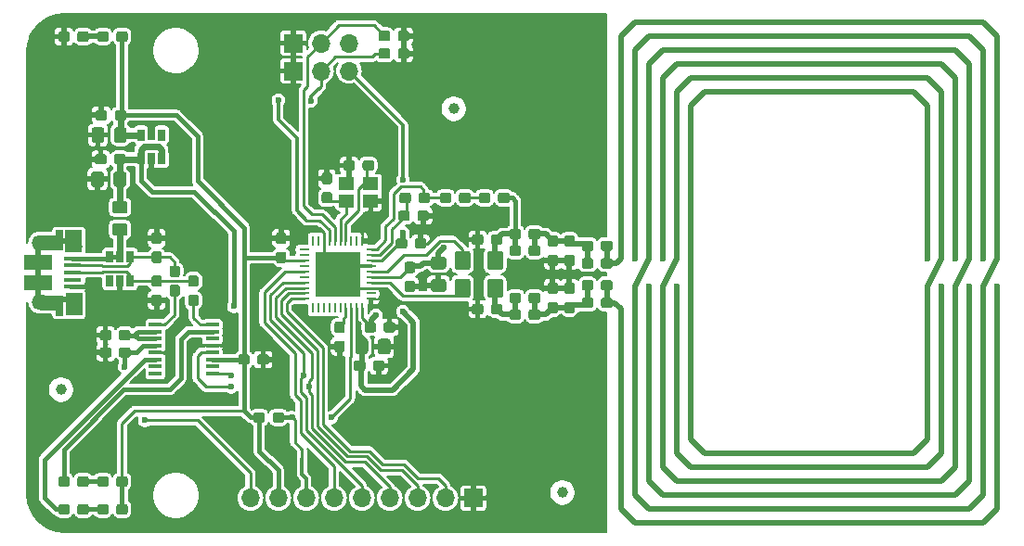
<source format=gtl>
G04 #@! TF.GenerationSoftware,KiCad,Pcbnew,5.0.1-33cea8e~68~ubuntu18.04.1*
G04 #@! TF.CreationDate,2018-12-09T10:12:36+01:00*
G04 #@! TF.ProjectId,NFC_adapter,4E46435F616461707465722E6B696361,rev?*
G04 #@! TF.SameCoordinates,PX6239c08PY7b26c20*
G04 #@! TF.FileFunction,Copper,L1,Top,Signal*
G04 #@! TF.FilePolarity,Positive*
%FSLAX46Y46*%
G04 Gerber Fmt 4.6, Leading zero omitted, Abs format (unit mm)*
G04 Created by KiCad (PCBNEW 5.0.1-33cea8e~68~ubuntu18.04.1) date ned 09 dec 2018 10:12:36 CET*
%MOMM*%
%LPD*%
G01*
G04 APERTURE LIST*
G04 #@! TA.AperFunction,Conductor*
%ADD10C,0.100000*%
G04 #@! TD*
G04 #@! TA.AperFunction,SMDPad,CuDef*
%ADD11C,1.425000*%
G04 #@! TD*
G04 #@! TA.AperFunction,BGAPad,CuDef*
%ADD12C,1.000000*%
G04 #@! TD*
G04 #@! TA.AperFunction,SMDPad,CuDef*
%ADD13C,0.950000*%
G04 #@! TD*
G04 #@! TA.AperFunction,SMDPad,CuDef*
%ADD14C,1.150000*%
G04 #@! TD*
G04 #@! TA.AperFunction,ComponentPad*
%ADD15O,1.700000X1.700000*%
G04 #@! TD*
G04 #@! TA.AperFunction,ComponentPad*
%ADD16R,1.700000X1.700000*%
G04 #@! TD*
G04 #@! TA.AperFunction,SMDPad,CuDef*
%ADD17R,1.200000X0.400000*%
G04 #@! TD*
G04 #@! TA.AperFunction,SMDPad,CuDef*
%ADD18R,0.650000X1.060000*%
G04 #@! TD*
G04 #@! TA.AperFunction,SMDPad,CuDef*
%ADD19R,2.000000X1.350000*%
G04 #@! TD*
G04 #@! TA.AperFunction,SMDPad,CuDef*
%ADD20R,0.700000X1.825000*%
G04 #@! TD*
G04 #@! TA.AperFunction,SMDPad,CuDef*
%ADD21R,1.500000X2.000000*%
G04 #@! TD*
G04 #@! TA.AperFunction,SMDPad,CuDef*
%ADD22R,1.650000X0.400000*%
G04 #@! TD*
G04 #@! TA.AperFunction,ComponentPad*
%ADD23O,1.500000X1.100000*%
G04 #@! TD*
G04 #@! TA.AperFunction,ComponentPad*
%ADD24O,1.700000X1.350000*%
G04 #@! TD*
G04 #@! TA.AperFunction,SMDPad,CuDef*
%ADD25R,2.500000X1.430000*%
G04 #@! TD*
G04 #@! TA.AperFunction,SMDPad,CuDef*
%ADD26R,1.400000X1.150000*%
G04 #@! TD*
G04 #@! TA.AperFunction,SMDPad,CuDef*
%ADD27R,0.900000X0.290000*%
G04 #@! TD*
G04 #@! TA.AperFunction,SMDPad,CuDef*
%ADD28R,0.290000X0.900000*%
G04 #@! TD*
G04 #@! TA.AperFunction,SMDPad,CuDef*
%ADD29R,4.100000X4.100000*%
G04 #@! TD*
G04 #@! TA.AperFunction,ViaPad*
%ADD30C,0.600000*%
G04 #@! TD*
G04 #@! TA.AperFunction,Conductor*
%ADD31C,0.600000*%
G04 #@! TD*
G04 #@! TA.AperFunction,Conductor*
%ADD32C,0.400000*%
G04 #@! TD*
G04 #@! TA.AperFunction,Conductor*
%ADD33C,0.280000*%
G04 #@! TD*
G04 #@! TA.AperFunction,Conductor*
%ADD34C,0.300000*%
G04 #@! TD*
G04 #@! TA.AperFunction,Conductor*
%ADD35C,0.500000*%
G04 #@! TD*
G04 #@! TA.AperFunction,Conductor*
%ADD36C,0.254000*%
G04 #@! TD*
G04 #@! TA.AperFunction,Conductor*
%ADD37C,0.200000*%
G04 #@! TD*
G04 APERTURE END LIST*
D10*
G04 #@! TO.N,Net-(C19-Pad2)*
G04 #@! TO.C,L2*
G36*
X43630504Y23606796D02*
X43654773Y23603196D01*
X43678571Y23597235D01*
X43701671Y23588970D01*
X43723849Y23578480D01*
X43744893Y23565867D01*
X43764598Y23551253D01*
X43782777Y23534777D01*
X43799253Y23516598D01*
X43813867Y23496893D01*
X43826480Y23475849D01*
X43836970Y23453671D01*
X43845235Y23430571D01*
X43851196Y23406773D01*
X43854796Y23382504D01*
X43856000Y23358000D01*
X43856000Y22108000D01*
X43854796Y22083496D01*
X43851196Y22059227D01*
X43845235Y22035429D01*
X43836970Y22012329D01*
X43826480Y21990151D01*
X43813867Y21969107D01*
X43799253Y21949402D01*
X43782777Y21931223D01*
X43764598Y21914747D01*
X43744893Y21900133D01*
X43723849Y21887520D01*
X43701671Y21877030D01*
X43678571Y21868765D01*
X43654773Y21862804D01*
X43630504Y21859204D01*
X43606000Y21858000D01*
X42681000Y21858000D01*
X42656496Y21859204D01*
X42632227Y21862804D01*
X42608429Y21868765D01*
X42585329Y21877030D01*
X42563151Y21887520D01*
X42542107Y21900133D01*
X42522402Y21914747D01*
X42504223Y21931223D01*
X42487747Y21949402D01*
X42473133Y21969107D01*
X42460520Y21990151D01*
X42450030Y22012329D01*
X42441765Y22035429D01*
X42435804Y22059227D01*
X42432204Y22083496D01*
X42431000Y22108000D01*
X42431000Y23358000D01*
X42432204Y23382504D01*
X42435804Y23406773D01*
X42441765Y23430571D01*
X42450030Y23453671D01*
X42460520Y23475849D01*
X42473133Y23496893D01*
X42487747Y23516598D01*
X42504223Y23534777D01*
X42522402Y23551253D01*
X42542107Y23565867D01*
X42563151Y23578480D01*
X42585329Y23588970D01*
X42608429Y23597235D01*
X42632227Y23603196D01*
X42656496Y23606796D01*
X42681000Y23608000D01*
X43606000Y23608000D01*
X43630504Y23606796D01*
X43630504Y23606796D01*
G37*
D11*
G04 #@! TD*
G04 #@! TO.P,L2,1*
G04 #@! TO.N,Net-(C19-Pad2)*
X43143500Y22733000D03*
D10*
G04 #@! TO.N,Net-(L2-Pad2)*
G04 #@! TO.C,L2*
G36*
X40655504Y23606796D02*
X40679773Y23603196D01*
X40703571Y23597235D01*
X40726671Y23588970D01*
X40748849Y23578480D01*
X40769893Y23565867D01*
X40789598Y23551253D01*
X40807777Y23534777D01*
X40824253Y23516598D01*
X40838867Y23496893D01*
X40851480Y23475849D01*
X40861970Y23453671D01*
X40870235Y23430571D01*
X40876196Y23406773D01*
X40879796Y23382504D01*
X40881000Y23358000D01*
X40881000Y22108000D01*
X40879796Y22083496D01*
X40876196Y22059227D01*
X40870235Y22035429D01*
X40861970Y22012329D01*
X40851480Y21990151D01*
X40838867Y21969107D01*
X40824253Y21949402D01*
X40807777Y21931223D01*
X40789598Y21914747D01*
X40769893Y21900133D01*
X40748849Y21887520D01*
X40726671Y21877030D01*
X40703571Y21868765D01*
X40679773Y21862804D01*
X40655504Y21859204D01*
X40631000Y21858000D01*
X39706000Y21858000D01*
X39681496Y21859204D01*
X39657227Y21862804D01*
X39633429Y21868765D01*
X39610329Y21877030D01*
X39588151Y21887520D01*
X39567107Y21900133D01*
X39547402Y21914747D01*
X39529223Y21931223D01*
X39512747Y21949402D01*
X39498133Y21969107D01*
X39485520Y21990151D01*
X39475030Y22012329D01*
X39466765Y22035429D01*
X39460804Y22059227D01*
X39457204Y22083496D01*
X39456000Y22108000D01*
X39456000Y23358000D01*
X39457204Y23382504D01*
X39460804Y23406773D01*
X39466765Y23430571D01*
X39475030Y23453671D01*
X39485520Y23475849D01*
X39498133Y23496893D01*
X39512747Y23516598D01*
X39529223Y23534777D01*
X39547402Y23551253D01*
X39567107Y23565867D01*
X39588151Y23578480D01*
X39610329Y23588970D01*
X39633429Y23597235D01*
X39657227Y23603196D01*
X39681496Y23606796D01*
X39706000Y23608000D01*
X40631000Y23608000D01*
X40655504Y23606796D01*
X40655504Y23606796D01*
G37*
D11*
G04 #@! TD*
G04 #@! TO.P,L2,2*
G04 #@! TO.N,Net-(L2-Pad2)*
X40168500Y22733000D03*
D12*
G04 #@! TO.P,FID1,1*
G04 #@! TO.N,N/C*
X49276000Y4064000D03*
G04 #@! TD*
D10*
G04 #@! TO.N,Net-(C19-Pad2)*
G04 #@! TO.C,C24*
G36*
X45282779Y22317856D02*
X45305834Y22314437D01*
X45328443Y22308773D01*
X45350387Y22300921D01*
X45371457Y22290956D01*
X45391448Y22278974D01*
X45410168Y22265090D01*
X45427438Y22249438D01*
X45443090Y22232168D01*
X45456974Y22213448D01*
X45468956Y22193457D01*
X45478921Y22172387D01*
X45486773Y22150443D01*
X45492437Y22127834D01*
X45495856Y22104779D01*
X45497000Y22081500D01*
X45497000Y21606500D01*
X45495856Y21583221D01*
X45492437Y21560166D01*
X45486773Y21537557D01*
X45478921Y21515613D01*
X45468956Y21494543D01*
X45456974Y21474552D01*
X45443090Y21455832D01*
X45427438Y21438562D01*
X45410168Y21422910D01*
X45391448Y21409026D01*
X45371457Y21397044D01*
X45350387Y21387079D01*
X45328443Y21379227D01*
X45305834Y21373563D01*
X45282779Y21370144D01*
X45259500Y21369000D01*
X44684500Y21369000D01*
X44661221Y21370144D01*
X44638166Y21373563D01*
X44615557Y21379227D01*
X44593613Y21387079D01*
X44572543Y21397044D01*
X44552552Y21409026D01*
X44533832Y21422910D01*
X44516562Y21438562D01*
X44500910Y21455832D01*
X44487026Y21474552D01*
X44475044Y21494543D01*
X44465079Y21515613D01*
X44457227Y21537557D01*
X44451563Y21560166D01*
X44448144Y21583221D01*
X44447000Y21606500D01*
X44447000Y22081500D01*
X44448144Y22104779D01*
X44451563Y22127834D01*
X44457227Y22150443D01*
X44465079Y22172387D01*
X44475044Y22193457D01*
X44487026Y22213448D01*
X44500910Y22232168D01*
X44516562Y22249438D01*
X44533832Y22265090D01*
X44552552Y22278974D01*
X44572543Y22290956D01*
X44593613Y22300921D01*
X44615557Y22308773D01*
X44638166Y22314437D01*
X44661221Y22317856D01*
X44684500Y22319000D01*
X45259500Y22319000D01*
X45282779Y22317856D01*
X45282779Y22317856D01*
G37*
D13*
G04 #@! TD*
G04 #@! TO.P,C24,1*
G04 #@! TO.N,Net-(C19-Pad2)*
X44972000Y21844000D03*
D10*
G04 #@! TO.N,Net-(C23-Pad2)*
G04 #@! TO.C,C24*
G36*
X47032779Y22317856D02*
X47055834Y22314437D01*
X47078443Y22308773D01*
X47100387Y22300921D01*
X47121457Y22290956D01*
X47141448Y22278974D01*
X47160168Y22265090D01*
X47177438Y22249438D01*
X47193090Y22232168D01*
X47206974Y22213448D01*
X47218956Y22193457D01*
X47228921Y22172387D01*
X47236773Y22150443D01*
X47242437Y22127834D01*
X47245856Y22104779D01*
X47247000Y22081500D01*
X47247000Y21606500D01*
X47245856Y21583221D01*
X47242437Y21560166D01*
X47236773Y21537557D01*
X47228921Y21515613D01*
X47218956Y21494543D01*
X47206974Y21474552D01*
X47193090Y21455832D01*
X47177438Y21438562D01*
X47160168Y21422910D01*
X47141448Y21409026D01*
X47121457Y21397044D01*
X47100387Y21387079D01*
X47078443Y21379227D01*
X47055834Y21373563D01*
X47032779Y21370144D01*
X47009500Y21369000D01*
X46434500Y21369000D01*
X46411221Y21370144D01*
X46388166Y21373563D01*
X46365557Y21379227D01*
X46343613Y21387079D01*
X46322543Y21397044D01*
X46302552Y21409026D01*
X46283832Y21422910D01*
X46266562Y21438562D01*
X46250910Y21455832D01*
X46237026Y21474552D01*
X46225044Y21494543D01*
X46215079Y21515613D01*
X46207227Y21537557D01*
X46201563Y21560166D01*
X46198144Y21583221D01*
X46197000Y21606500D01*
X46197000Y22081500D01*
X46198144Y22104779D01*
X46201563Y22127834D01*
X46207227Y22150443D01*
X46215079Y22172387D01*
X46225044Y22193457D01*
X46237026Y22213448D01*
X46250910Y22232168D01*
X46266562Y22249438D01*
X46283832Y22265090D01*
X46302552Y22278974D01*
X46322543Y22290956D01*
X46343613Y22300921D01*
X46365557Y22308773D01*
X46388166Y22314437D01*
X46411221Y22317856D01*
X46434500Y22319000D01*
X47009500Y22319000D01*
X47032779Y22317856D01*
X47032779Y22317856D01*
G37*
D13*
G04 #@! TD*
G04 #@! TO.P,C24,2*
G04 #@! TO.N,Net-(C23-Pad2)*
X46722000Y21844000D03*
D10*
G04 #@! TO.N,/TX2_L*
G04 #@! TO.C,C20*
G36*
X43603779Y27651856D02*
X43626834Y27648437D01*
X43649443Y27642773D01*
X43671387Y27634921D01*
X43692457Y27624956D01*
X43712448Y27612974D01*
X43731168Y27599090D01*
X43748438Y27583438D01*
X43764090Y27566168D01*
X43777974Y27547448D01*
X43789956Y27527457D01*
X43799921Y27506387D01*
X43807773Y27484443D01*
X43813437Y27461834D01*
X43816856Y27438779D01*
X43818000Y27415500D01*
X43818000Y26940500D01*
X43816856Y26917221D01*
X43813437Y26894166D01*
X43807773Y26871557D01*
X43799921Y26849613D01*
X43789956Y26828543D01*
X43777974Y26808552D01*
X43764090Y26789832D01*
X43748438Y26772562D01*
X43731168Y26756910D01*
X43712448Y26743026D01*
X43692457Y26731044D01*
X43671387Y26721079D01*
X43649443Y26713227D01*
X43626834Y26707563D01*
X43603779Y26704144D01*
X43580500Y26703000D01*
X43005500Y26703000D01*
X42982221Y26704144D01*
X42959166Y26707563D01*
X42936557Y26713227D01*
X42914613Y26721079D01*
X42893543Y26731044D01*
X42873552Y26743026D01*
X42854832Y26756910D01*
X42837562Y26772562D01*
X42821910Y26789832D01*
X42808026Y26808552D01*
X42796044Y26828543D01*
X42786079Y26849613D01*
X42778227Y26871557D01*
X42772563Y26894166D01*
X42769144Y26917221D01*
X42768000Y26940500D01*
X42768000Y27415500D01*
X42769144Y27438779D01*
X42772563Y27461834D01*
X42778227Y27484443D01*
X42786079Y27506387D01*
X42796044Y27527457D01*
X42808026Y27547448D01*
X42821910Y27566168D01*
X42837562Y27583438D01*
X42854832Y27599090D01*
X42873552Y27612974D01*
X42893543Y27624956D01*
X42914613Y27634921D01*
X42936557Y27642773D01*
X42959166Y27648437D01*
X42982221Y27651856D01*
X43005500Y27653000D01*
X43580500Y27653000D01*
X43603779Y27651856D01*
X43603779Y27651856D01*
G37*
D13*
G04 #@! TD*
G04 #@! TO.P,C20,2*
G04 #@! TO.N,/TX2_L*
X43293000Y27178000D03*
D10*
G04 #@! TO.N,GND*
G04 #@! TO.C,C20*
G36*
X41853779Y27651856D02*
X41876834Y27648437D01*
X41899443Y27642773D01*
X41921387Y27634921D01*
X41942457Y27624956D01*
X41962448Y27612974D01*
X41981168Y27599090D01*
X41998438Y27583438D01*
X42014090Y27566168D01*
X42027974Y27547448D01*
X42039956Y27527457D01*
X42049921Y27506387D01*
X42057773Y27484443D01*
X42063437Y27461834D01*
X42066856Y27438779D01*
X42068000Y27415500D01*
X42068000Y26940500D01*
X42066856Y26917221D01*
X42063437Y26894166D01*
X42057773Y26871557D01*
X42049921Y26849613D01*
X42039956Y26828543D01*
X42027974Y26808552D01*
X42014090Y26789832D01*
X41998438Y26772562D01*
X41981168Y26756910D01*
X41962448Y26743026D01*
X41942457Y26731044D01*
X41921387Y26721079D01*
X41899443Y26713227D01*
X41876834Y26707563D01*
X41853779Y26704144D01*
X41830500Y26703000D01*
X41255500Y26703000D01*
X41232221Y26704144D01*
X41209166Y26707563D01*
X41186557Y26713227D01*
X41164613Y26721079D01*
X41143543Y26731044D01*
X41123552Y26743026D01*
X41104832Y26756910D01*
X41087562Y26772562D01*
X41071910Y26789832D01*
X41058026Y26808552D01*
X41046044Y26828543D01*
X41036079Y26849613D01*
X41028227Y26871557D01*
X41022563Y26894166D01*
X41019144Y26917221D01*
X41018000Y26940500D01*
X41018000Y27415500D01*
X41019144Y27438779D01*
X41022563Y27461834D01*
X41028227Y27484443D01*
X41036079Y27506387D01*
X41046044Y27527457D01*
X41058026Y27547448D01*
X41071910Y27566168D01*
X41087562Y27583438D01*
X41104832Y27599090D01*
X41123552Y27612974D01*
X41143543Y27624956D01*
X41164613Y27634921D01*
X41186557Y27642773D01*
X41209166Y27648437D01*
X41232221Y27651856D01*
X41255500Y27653000D01*
X41830500Y27653000D01*
X41853779Y27651856D01*
X41853779Y27651856D01*
G37*
D13*
G04 #@! TD*
G04 #@! TO.P,C20,1*
G04 #@! TO.N,GND*
X41543000Y27178000D03*
D10*
G04 #@! TO.N,+3V3*
G04 #@! TO.C,C1*
G36*
X23882779Y26064856D02*
X23905834Y26061437D01*
X23928443Y26055773D01*
X23950387Y26047921D01*
X23971457Y26037956D01*
X23991448Y26025974D01*
X24010168Y26012090D01*
X24027438Y25996438D01*
X24043090Y25979168D01*
X24056974Y25960448D01*
X24068956Y25940457D01*
X24078921Y25919387D01*
X24086773Y25897443D01*
X24092437Y25874834D01*
X24095856Y25851779D01*
X24097000Y25828500D01*
X24097000Y25253500D01*
X24095856Y25230221D01*
X24092437Y25207166D01*
X24086773Y25184557D01*
X24078921Y25162613D01*
X24068956Y25141543D01*
X24056974Y25121552D01*
X24043090Y25102832D01*
X24027438Y25085562D01*
X24010168Y25069910D01*
X23991448Y25056026D01*
X23971457Y25044044D01*
X23950387Y25034079D01*
X23928443Y25026227D01*
X23905834Y25020563D01*
X23882779Y25017144D01*
X23859500Y25016000D01*
X23384500Y25016000D01*
X23361221Y25017144D01*
X23338166Y25020563D01*
X23315557Y25026227D01*
X23293613Y25034079D01*
X23272543Y25044044D01*
X23252552Y25056026D01*
X23233832Y25069910D01*
X23216562Y25085562D01*
X23200910Y25102832D01*
X23187026Y25121552D01*
X23175044Y25141543D01*
X23165079Y25162613D01*
X23157227Y25184557D01*
X23151563Y25207166D01*
X23148144Y25230221D01*
X23147000Y25253500D01*
X23147000Y25828500D01*
X23148144Y25851779D01*
X23151563Y25874834D01*
X23157227Y25897443D01*
X23165079Y25919387D01*
X23175044Y25940457D01*
X23187026Y25960448D01*
X23200910Y25979168D01*
X23216562Y25996438D01*
X23233832Y26012090D01*
X23252552Y26025974D01*
X23272543Y26037956D01*
X23293613Y26047921D01*
X23315557Y26055773D01*
X23338166Y26061437D01*
X23361221Y26064856D01*
X23384500Y26066000D01*
X23859500Y26066000D01*
X23882779Y26064856D01*
X23882779Y26064856D01*
G37*
D13*
G04 #@! TD*
G04 #@! TO.P,C1,1*
G04 #@! TO.N,+3V3*
X23622000Y25541000D03*
D10*
G04 #@! TO.N,GND*
G04 #@! TO.C,C1*
G36*
X23882779Y27814856D02*
X23905834Y27811437D01*
X23928443Y27805773D01*
X23950387Y27797921D01*
X23971457Y27787956D01*
X23991448Y27775974D01*
X24010168Y27762090D01*
X24027438Y27746438D01*
X24043090Y27729168D01*
X24056974Y27710448D01*
X24068956Y27690457D01*
X24078921Y27669387D01*
X24086773Y27647443D01*
X24092437Y27624834D01*
X24095856Y27601779D01*
X24097000Y27578500D01*
X24097000Y27003500D01*
X24095856Y26980221D01*
X24092437Y26957166D01*
X24086773Y26934557D01*
X24078921Y26912613D01*
X24068956Y26891543D01*
X24056974Y26871552D01*
X24043090Y26852832D01*
X24027438Y26835562D01*
X24010168Y26819910D01*
X23991448Y26806026D01*
X23971457Y26794044D01*
X23950387Y26784079D01*
X23928443Y26776227D01*
X23905834Y26770563D01*
X23882779Y26767144D01*
X23859500Y26766000D01*
X23384500Y26766000D01*
X23361221Y26767144D01*
X23338166Y26770563D01*
X23315557Y26776227D01*
X23293613Y26784079D01*
X23272543Y26794044D01*
X23252552Y26806026D01*
X23233832Y26819910D01*
X23216562Y26835562D01*
X23200910Y26852832D01*
X23187026Y26871552D01*
X23175044Y26891543D01*
X23165079Y26912613D01*
X23157227Y26934557D01*
X23151563Y26957166D01*
X23148144Y26980221D01*
X23147000Y27003500D01*
X23147000Y27578500D01*
X23148144Y27601779D01*
X23151563Y27624834D01*
X23157227Y27647443D01*
X23165079Y27669387D01*
X23175044Y27690457D01*
X23187026Y27710448D01*
X23200910Y27729168D01*
X23216562Y27746438D01*
X23233832Y27762090D01*
X23252552Y27775974D01*
X23272543Y27787956D01*
X23293613Y27797921D01*
X23315557Y27805773D01*
X23338166Y27811437D01*
X23361221Y27814856D01*
X23384500Y27816000D01*
X23859500Y27816000D01*
X23882779Y27814856D01*
X23882779Y27814856D01*
G37*
D13*
G04 #@! TD*
G04 #@! TO.P,C1,2*
G04 #@! TO.N,GND*
X23622000Y27291000D03*
D10*
G04 #@! TO.N,GND*
G04 #@! TO.C,C2*
G36*
X33811459Y19636616D02*
X33834514Y19633197D01*
X33857123Y19627533D01*
X33879067Y19619681D01*
X33900137Y19609716D01*
X33920128Y19597734D01*
X33938848Y19583850D01*
X33956118Y19568198D01*
X33971770Y19550928D01*
X33985654Y19532208D01*
X33997636Y19512217D01*
X34007601Y19491147D01*
X34015453Y19469203D01*
X34021117Y19446594D01*
X34024536Y19423539D01*
X34025680Y19400260D01*
X34025680Y18925260D01*
X34024536Y18901981D01*
X34021117Y18878926D01*
X34015453Y18856317D01*
X34007601Y18834373D01*
X33997636Y18813303D01*
X33985654Y18793312D01*
X33971770Y18774592D01*
X33956118Y18757322D01*
X33938848Y18741670D01*
X33920128Y18727786D01*
X33900137Y18715804D01*
X33879067Y18705839D01*
X33857123Y18697987D01*
X33834514Y18692323D01*
X33811459Y18688904D01*
X33788180Y18687760D01*
X33213180Y18687760D01*
X33189901Y18688904D01*
X33166846Y18692323D01*
X33144237Y18697987D01*
X33122293Y18705839D01*
X33101223Y18715804D01*
X33081232Y18727786D01*
X33062512Y18741670D01*
X33045242Y18757322D01*
X33029590Y18774592D01*
X33015706Y18793312D01*
X33003724Y18813303D01*
X32993759Y18834373D01*
X32985907Y18856317D01*
X32980243Y18878926D01*
X32976824Y18901981D01*
X32975680Y18925260D01*
X32975680Y19400260D01*
X32976824Y19423539D01*
X32980243Y19446594D01*
X32985907Y19469203D01*
X32993759Y19491147D01*
X33003724Y19512217D01*
X33015706Y19532208D01*
X33029590Y19550928D01*
X33045242Y19568198D01*
X33062512Y19583850D01*
X33081232Y19597734D01*
X33101223Y19609716D01*
X33122293Y19619681D01*
X33144237Y19627533D01*
X33166846Y19633197D01*
X33189901Y19636616D01*
X33213180Y19637760D01*
X33788180Y19637760D01*
X33811459Y19636616D01*
X33811459Y19636616D01*
G37*
D13*
G04 #@! TD*
G04 #@! TO.P,C2,2*
G04 #@! TO.N,GND*
X33500680Y19162760D03*
D10*
G04 #@! TO.N,+5V*
G04 #@! TO.C,C2*
G36*
X32061459Y19636616D02*
X32084514Y19633197D01*
X32107123Y19627533D01*
X32129067Y19619681D01*
X32150137Y19609716D01*
X32170128Y19597734D01*
X32188848Y19583850D01*
X32206118Y19568198D01*
X32221770Y19550928D01*
X32235654Y19532208D01*
X32247636Y19512217D01*
X32257601Y19491147D01*
X32265453Y19469203D01*
X32271117Y19446594D01*
X32274536Y19423539D01*
X32275680Y19400260D01*
X32275680Y18925260D01*
X32274536Y18901981D01*
X32271117Y18878926D01*
X32265453Y18856317D01*
X32257601Y18834373D01*
X32247636Y18813303D01*
X32235654Y18793312D01*
X32221770Y18774592D01*
X32206118Y18757322D01*
X32188848Y18741670D01*
X32170128Y18727786D01*
X32150137Y18715804D01*
X32129067Y18705839D01*
X32107123Y18697987D01*
X32084514Y18692323D01*
X32061459Y18688904D01*
X32038180Y18687760D01*
X31463180Y18687760D01*
X31439901Y18688904D01*
X31416846Y18692323D01*
X31394237Y18697987D01*
X31372293Y18705839D01*
X31351223Y18715804D01*
X31331232Y18727786D01*
X31312512Y18741670D01*
X31295242Y18757322D01*
X31279590Y18774592D01*
X31265706Y18793312D01*
X31253724Y18813303D01*
X31243759Y18834373D01*
X31235907Y18856317D01*
X31230243Y18878926D01*
X31226824Y18901981D01*
X31225680Y18925260D01*
X31225680Y19400260D01*
X31226824Y19423539D01*
X31230243Y19446594D01*
X31235907Y19469203D01*
X31243759Y19491147D01*
X31253724Y19512217D01*
X31265706Y19532208D01*
X31279590Y19550928D01*
X31295242Y19568198D01*
X31312512Y19583850D01*
X31331232Y19597734D01*
X31351223Y19609716D01*
X31372293Y19619681D01*
X31394237Y19627533D01*
X31416846Y19633197D01*
X31439901Y19636616D01*
X31463180Y19637760D01*
X32038180Y19637760D01*
X32061459Y19636616D01*
X32061459Y19636616D01*
G37*
D13*
G04 #@! TD*
G04 #@! TO.P,C2,1*
G04 #@! TO.N,+5V*
X31750680Y19162760D03*
D10*
G04 #@! TO.N,/TX2_L*
G04 #@! TO.C,C25*
G36*
X45282779Y28159856D02*
X45305834Y28156437D01*
X45328443Y28150773D01*
X45350387Y28142921D01*
X45371457Y28132956D01*
X45391448Y28120974D01*
X45410168Y28107090D01*
X45427438Y28091438D01*
X45443090Y28074168D01*
X45456974Y28055448D01*
X45468956Y28035457D01*
X45478921Y28014387D01*
X45486773Y27992443D01*
X45492437Y27969834D01*
X45495856Y27946779D01*
X45497000Y27923500D01*
X45497000Y27448500D01*
X45495856Y27425221D01*
X45492437Y27402166D01*
X45486773Y27379557D01*
X45478921Y27357613D01*
X45468956Y27336543D01*
X45456974Y27316552D01*
X45443090Y27297832D01*
X45427438Y27280562D01*
X45410168Y27264910D01*
X45391448Y27251026D01*
X45371457Y27239044D01*
X45350387Y27229079D01*
X45328443Y27221227D01*
X45305834Y27215563D01*
X45282779Y27212144D01*
X45259500Y27211000D01*
X44684500Y27211000D01*
X44661221Y27212144D01*
X44638166Y27215563D01*
X44615557Y27221227D01*
X44593613Y27229079D01*
X44572543Y27239044D01*
X44552552Y27251026D01*
X44533832Y27264910D01*
X44516562Y27280562D01*
X44500910Y27297832D01*
X44487026Y27316552D01*
X44475044Y27336543D01*
X44465079Y27357613D01*
X44457227Y27379557D01*
X44451563Y27402166D01*
X44448144Y27425221D01*
X44447000Y27448500D01*
X44447000Y27923500D01*
X44448144Y27946779D01*
X44451563Y27969834D01*
X44457227Y27992443D01*
X44465079Y28014387D01*
X44475044Y28035457D01*
X44487026Y28055448D01*
X44500910Y28074168D01*
X44516562Y28091438D01*
X44533832Y28107090D01*
X44552552Y28120974D01*
X44572543Y28132956D01*
X44593613Y28142921D01*
X44615557Y28150773D01*
X44638166Y28156437D01*
X44661221Y28159856D01*
X44684500Y28161000D01*
X45259500Y28161000D01*
X45282779Y28159856D01*
X45282779Y28159856D01*
G37*
D13*
G04 #@! TD*
G04 #@! TO.P,C25,1*
G04 #@! TO.N,/TX2_L*
X44972000Y27686000D03*
D10*
G04 #@! TO.N,Net-(C25-Pad2)*
G04 #@! TO.C,C25*
G36*
X47032779Y28159856D02*
X47055834Y28156437D01*
X47078443Y28150773D01*
X47100387Y28142921D01*
X47121457Y28132956D01*
X47141448Y28120974D01*
X47160168Y28107090D01*
X47177438Y28091438D01*
X47193090Y28074168D01*
X47206974Y28055448D01*
X47218956Y28035457D01*
X47228921Y28014387D01*
X47236773Y27992443D01*
X47242437Y27969834D01*
X47245856Y27946779D01*
X47247000Y27923500D01*
X47247000Y27448500D01*
X47245856Y27425221D01*
X47242437Y27402166D01*
X47236773Y27379557D01*
X47228921Y27357613D01*
X47218956Y27336543D01*
X47206974Y27316552D01*
X47193090Y27297832D01*
X47177438Y27280562D01*
X47160168Y27264910D01*
X47141448Y27251026D01*
X47121457Y27239044D01*
X47100387Y27229079D01*
X47078443Y27221227D01*
X47055834Y27215563D01*
X47032779Y27212144D01*
X47009500Y27211000D01*
X46434500Y27211000D01*
X46411221Y27212144D01*
X46388166Y27215563D01*
X46365557Y27221227D01*
X46343613Y27229079D01*
X46322543Y27239044D01*
X46302552Y27251026D01*
X46283832Y27264910D01*
X46266562Y27280562D01*
X46250910Y27297832D01*
X46237026Y27316552D01*
X46225044Y27336543D01*
X46215079Y27357613D01*
X46207227Y27379557D01*
X46201563Y27402166D01*
X46198144Y27425221D01*
X46197000Y27448500D01*
X46197000Y27923500D01*
X46198144Y27946779D01*
X46201563Y27969834D01*
X46207227Y27992443D01*
X46215079Y28014387D01*
X46225044Y28035457D01*
X46237026Y28055448D01*
X46250910Y28074168D01*
X46266562Y28091438D01*
X46283832Y28107090D01*
X46302552Y28120974D01*
X46322543Y28132956D01*
X46343613Y28142921D01*
X46365557Y28150773D01*
X46388166Y28156437D01*
X46411221Y28159856D01*
X46434500Y28161000D01*
X47009500Y28161000D01*
X47032779Y28159856D01*
X47032779Y28159856D01*
G37*
D13*
G04 #@! TD*
G04 #@! TO.P,C25,2*
G04 #@! TO.N,Net-(C25-Pad2)*
X46722000Y27686000D03*
D10*
G04 #@! TO.N,GND*
G04 #@! TO.C,C3*
G36*
X12528979Y22153256D02*
X12552034Y22149837D01*
X12574643Y22144173D01*
X12596587Y22136321D01*
X12617657Y22126356D01*
X12637648Y22114374D01*
X12656368Y22100490D01*
X12673638Y22084838D01*
X12689290Y22067568D01*
X12703174Y22048848D01*
X12715156Y22028857D01*
X12725121Y22007787D01*
X12732973Y21985843D01*
X12738637Y21963234D01*
X12742056Y21940179D01*
X12743200Y21916900D01*
X12743200Y21341900D01*
X12742056Y21318621D01*
X12738637Y21295566D01*
X12732973Y21272957D01*
X12725121Y21251013D01*
X12715156Y21229943D01*
X12703174Y21209952D01*
X12689290Y21191232D01*
X12673638Y21173962D01*
X12656368Y21158310D01*
X12637648Y21144426D01*
X12617657Y21132444D01*
X12596587Y21122479D01*
X12574643Y21114627D01*
X12552034Y21108963D01*
X12528979Y21105544D01*
X12505700Y21104400D01*
X12030700Y21104400D01*
X12007421Y21105544D01*
X11984366Y21108963D01*
X11961757Y21114627D01*
X11939813Y21122479D01*
X11918743Y21132444D01*
X11898752Y21144426D01*
X11880032Y21158310D01*
X11862762Y21173962D01*
X11847110Y21191232D01*
X11833226Y21209952D01*
X11821244Y21229943D01*
X11811279Y21251013D01*
X11803427Y21272957D01*
X11797763Y21295566D01*
X11794344Y21318621D01*
X11793200Y21341900D01*
X11793200Y21916900D01*
X11794344Y21940179D01*
X11797763Y21963234D01*
X11803427Y21985843D01*
X11811279Y22007787D01*
X11821244Y22028857D01*
X11833226Y22048848D01*
X11847110Y22067568D01*
X11862762Y22084838D01*
X11880032Y22100490D01*
X11898752Y22114374D01*
X11918743Y22126356D01*
X11939813Y22136321D01*
X11961757Y22144173D01*
X11984366Y22149837D01*
X12007421Y22153256D01*
X12030700Y22154400D01*
X12505700Y22154400D01*
X12528979Y22153256D01*
X12528979Y22153256D01*
G37*
D13*
G04 #@! TD*
G04 #@! TO.P,C3,2*
G04 #@! TO.N,GND*
X12268200Y21629400D03*
D10*
G04 #@! TO.N,/D+in*
G04 #@! TO.C,C3*
G36*
X12528979Y23903256D02*
X12552034Y23899837D01*
X12574643Y23894173D01*
X12596587Y23886321D01*
X12617657Y23876356D01*
X12637648Y23864374D01*
X12656368Y23850490D01*
X12673638Y23834838D01*
X12689290Y23817568D01*
X12703174Y23798848D01*
X12715156Y23778857D01*
X12725121Y23757787D01*
X12732973Y23735843D01*
X12738637Y23713234D01*
X12742056Y23690179D01*
X12743200Y23666900D01*
X12743200Y23091900D01*
X12742056Y23068621D01*
X12738637Y23045566D01*
X12732973Y23022957D01*
X12725121Y23001013D01*
X12715156Y22979943D01*
X12703174Y22959952D01*
X12689290Y22941232D01*
X12673638Y22923962D01*
X12656368Y22908310D01*
X12637648Y22894426D01*
X12617657Y22882444D01*
X12596587Y22872479D01*
X12574643Y22864627D01*
X12552034Y22858963D01*
X12528979Y22855544D01*
X12505700Y22854400D01*
X12030700Y22854400D01*
X12007421Y22855544D01*
X11984366Y22858963D01*
X11961757Y22864627D01*
X11939813Y22872479D01*
X11918743Y22882444D01*
X11898752Y22894426D01*
X11880032Y22908310D01*
X11862762Y22923962D01*
X11847110Y22941232D01*
X11833226Y22959952D01*
X11821244Y22979943D01*
X11811279Y23001013D01*
X11803427Y23022957D01*
X11797763Y23045566D01*
X11794344Y23068621D01*
X11793200Y23091900D01*
X11793200Y23666900D01*
X11794344Y23690179D01*
X11797763Y23713234D01*
X11803427Y23735843D01*
X11811279Y23757787D01*
X11821244Y23778857D01*
X11833226Y23798848D01*
X11847110Y23817568D01*
X11862762Y23834838D01*
X11880032Y23850490D01*
X11898752Y23864374D01*
X11918743Y23876356D01*
X11939813Y23886321D01*
X11961757Y23894173D01*
X11984366Y23899837D01*
X12007421Y23903256D01*
X12030700Y23904400D01*
X12505700Y23904400D01*
X12528979Y23903256D01*
X12528979Y23903256D01*
G37*
D13*
G04 #@! TD*
G04 #@! TO.P,C3,1*
G04 #@! TO.N,/D+in*
X12268200Y23379400D03*
D10*
G04 #@! TO.N,/D-in*
G04 #@! TO.C,C6*
G36*
X12528979Y26090256D02*
X12552034Y26086837D01*
X12574643Y26081173D01*
X12596587Y26073321D01*
X12617657Y26063356D01*
X12637648Y26051374D01*
X12656368Y26037490D01*
X12673638Y26021838D01*
X12689290Y26004568D01*
X12703174Y25985848D01*
X12715156Y25965857D01*
X12725121Y25944787D01*
X12732973Y25922843D01*
X12738637Y25900234D01*
X12742056Y25877179D01*
X12743200Y25853900D01*
X12743200Y25278900D01*
X12742056Y25255621D01*
X12738637Y25232566D01*
X12732973Y25209957D01*
X12725121Y25188013D01*
X12715156Y25166943D01*
X12703174Y25146952D01*
X12689290Y25128232D01*
X12673638Y25110962D01*
X12656368Y25095310D01*
X12637648Y25081426D01*
X12617657Y25069444D01*
X12596587Y25059479D01*
X12574643Y25051627D01*
X12552034Y25045963D01*
X12528979Y25042544D01*
X12505700Y25041400D01*
X12030700Y25041400D01*
X12007421Y25042544D01*
X11984366Y25045963D01*
X11961757Y25051627D01*
X11939813Y25059479D01*
X11918743Y25069444D01*
X11898752Y25081426D01*
X11880032Y25095310D01*
X11862762Y25110962D01*
X11847110Y25128232D01*
X11833226Y25146952D01*
X11821244Y25166943D01*
X11811279Y25188013D01*
X11803427Y25209957D01*
X11797763Y25232566D01*
X11794344Y25255621D01*
X11793200Y25278900D01*
X11793200Y25853900D01*
X11794344Y25877179D01*
X11797763Y25900234D01*
X11803427Y25922843D01*
X11811279Y25944787D01*
X11821244Y25965857D01*
X11833226Y25985848D01*
X11847110Y26004568D01*
X11862762Y26021838D01*
X11880032Y26037490D01*
X11898752Y26051374D01*
X11918743Y26063356D01*
X11939813Y26073321D01*
X11961757Y26081173D01*
X11984366Y26086837D01*
X12007421Y26090256D01*
X12030700Y26091400D01*
X12505700Y26091400D01*
X12528979Y26090256D01*
X12528979Y26090256D01*
G37*
D13*
G04 #@! TD*
G04 #@! TO.P,C6,1*
G04 #@! TO.N,/D-in*
X12268200Y25566400D03*
D10*
G04 #@! TO.N,GND*
G04 #@! TO.C,C6*
G36*
X12528979Y27840256D02*
X12552034Y27836837D01*
X12574643Y27831173D01*
X12596587Y27823321D01*
X12617657Y27813356D01*
X12637648Y27801374D01*
X12656368Y27787490D01*
X12673638Y27771838D01*
X12689290Y27754568D01*
X12703174Y27735848D01*
X12715156Y27715857D01*
X12725121Y27694787D01*
X12732973Y27672843D01*
X12738637Y27650234D01*
X12742056Y27627179D01*
X12743200Y27603900D01*
X12743200Y27028900D01*
X12742056Y27005621D01*
X12738637Y26982566D01*
X12732973Y26959957D01*
X12725121Y26938013D01*
X12715156Y26916943D01*
X12703174Y26896952D01*
X12689290Y26878232D01*
X12673638Y26860962D01*
X12656368Y26845310D01*
X12637648Y26831426D01*
X12617657Y26819444D01*
X12596587Y26809479D01*
X12574643Y26801627D01*
X12552034Y26795963D01*
X12528979Y26792544D01*
X12505700Y26791400D01*
X12030700Y26791400D01*
X12007421Y26792544D01*
X11984366Y26795963D01*
X11961757Y26801627D01*
X11939813Y26809479D01*
X11918743Y26819444D01*
X11898752Y26831426D01*
X11880032Y26845310D01*
X11862762Y26860962D01*
X11847110Y26878232D01*
X11833226Y26896952D01*
X11821244Y26916943D01*
X11811279Y26938013D01*
X11803427Y26959957D01*
X11797763Y26982566D01*
X11794344Y27005621D01*
X11793200Y27028900D01*
X11793200Y27603900D01*
X11794344Y27627179D01*
X11797763Y27650234D01*
X11803427Y27672843D01*
X11811279Y27694787D01*
X11821244Y27715857D01*
X11833226Y27735848D01*
X11847110Y27754568D01*
X11862762Y27771838D01*
X11880032Y27787490D01*
X11898752Y27801374D01*
X11918743Y27813356D01*
X11939813Y27823321D01*
X11961757Y27831173D01*
X11984366Y27836837D01*
X12007421Y27840256D01*
X12030700Y27841400D01*
X12505700Y27841400D01*
X12528979Y27840256D01*
X12528979Y27840256D01*
G37*
D13*
G04 #@! TD*
G04 #@! TO.P,C6,2*
G04 #@! TO.N,GND*
X12268200Y27316400D03*
D10*
G04 #@! TO.N,GND*
G04 #@! TO.C,C7*
G36*
X7476179Y34992456D02*
X7499234Y34989037D01*
X7521843Y34983373D01*
X7543787Y34975521D01*
X7564857Y34965556D01*
X7584848Y34953574D01*
X7603568Y34939690D01*
X7620838Y34924038D01*
X7636490Y34906768D01*
X7650374Y34888048D01*
X7662356Y34868057D01*
X7672321Y34846987D01*
X7680173Y34825043D01*
X7685837Y34802434D01*
X7689256Y34779379D01*
X7690400Y34756100D01*
X7690400Y34281100D01*
X7689256Y34257821D01*
X7685837Y34234766D01*
X7680173Y34212157D01*
X7672321Y34190213D01*
X7662356Y34169143D01*
X7650374Y34149152D01*
X7636490Y34130432D01*
X7620838Y34113162D01*
X7603568Y34097510D01*
X7584848Y34083626D01*
X7564857Y34071644D01*
X7543787Y34061679D01*
X7521843Y34053827D01*
X7499234Y34048163D01*
X7476179Y34044744D01*
X7452900Y34043600D01*
X6877900Y34043600D01*
X6854621Y34044744D01*
X6831566Y34048163D01*
X6808957Y34053827D01*
X6787013Y34061679D01*
X6765943Y34071644D01*
X6745952Y34083626D01*
X6727232Y34097510D01*
X6709962Y34113162D01*
X6694310Y34130432D01*
X6680426Y34149152D01*
X6668444Y34169143D01*
X6658479Y34190213D01*
X6650627Y34212157D01*
X6644963Y34234766D01*
X6641544Y34257821D01*
X6640400Y34281100D01*
X6640400Y34756100D01*
X6641544Y34779379D01*
X6644963Y34802434D01*
X6650627Y34825043D01*
X6658479Y34846987D01*
X6668444Y34868057D01*
X6680426Y34888048D01*
X6694310Y34906768D01*
X6709962Y34924038D01*
X6727232Y34939690D01*
X6745952Y34953574D01*
X6765943Y34965556D01*
X6787013Y34975521D01*
X6808957Y34983373D01*
X6831566Y34989037D01*
X6854621Y34992456D01*
X6877900Y34993600D01*
X7452900Y34993600D01*
X7476179Y34992456D01*
X7476179Y34992456D01*
G37*
D13*
G04 #@! TD*
G04 #@! TO.P,C7,2*
G04 #@! TO.N,GND*
X7165400Y34518600D03*
D10*
G04 #@! TO.N,+5V*
G04 #@! TO.C,C7*
G36*
X9226179Y34992456D02*
X9249234Y34989037D01*
X9271843Y34983373D01*
X9293787Y34975521D01*
X9314857Y34965556D01*
X9334848Y34953574D01*
X9353568Y34939690D01*
X9370838Y34924038D01*
X9386490Y34906768D01*
X9400374Y34888048D01*
X9412356Y34868057D01*
X9422321Y34846987D01*
X9430173Y34825043D01*
X9435837Y34802434D01*
X9439256Y34779379D01*
X9440400Y34756100D01*
X9440400Y34281100D01*
X9439256Y34257821D01*
X9435837Y34234766D01*
X9430173Y34212157D01*
X9422321Y34190213D01*
X9412356Y34169143D01*
X9400374Y34149152D01*
X9386490Y34130432D01*
X9370838Y34113162D01*
X9353568Y34097510D01*
X9334848Y34083626D01*
X9314857Y34071644D01*
X9293787Y34061679D01*
X9271843Y34053827D01*
X9249234Y34048163D01*
X9226179Y34044744D01*
X9202900Y34043600D01*
X8627900Y34043600D01*
X8604621Y34044744D01*
X8581566Y34048163D01*
X8558957Y34053827D01*
X8537013Y34061679D01*
X8515943Y34071644D01*
X8495952Y34083626D01*
X8477232Y34097510D01*
X8459962Y34113162D01*
X8444310Y34130432D01*
X8430426Y34149152D01*
X8418444Y34169143D01*
X8408479Y34190213D01*
X8400627Y34212157D01*
X8394963Y34234766D01*
X8391544Y34257821D01*
X8390400Y34281100D01*
X8390400Y34756100D01*
X8391544Y34779379D01*
X8394963Y34802434D01*
X8400627Y34825043D01*
X8408479Y34846987D01*
X8418444Y34868057D01*
X8430426Y34888048D01*
X8444310Y34906768D01*
X8459962Y34924038D01*
X8477232Y34939690D01*
X8495952Y34953574D01*
X8515943Y34965556D01*
X8537013Y34975521D01*
X8558957Y34983373D01*
X8581566Y34989037D01*
X8604621Y34992456D01*
X8627900Y34993600D01*
X9202900Y34993600D01*
X9226179Y34992456D01*
X9226179Y34992456D01*
G37*
D13*
G04 #@! TD*
G04 #@! TO.P,C7,1*
G04 #@! TO.N,+5V*
X8915400Y34518600D03*
D10*
G04 #@! TO.N,VCC*
G04 #@! TO.C,C8*
G36*
X31091459Y16136616D02*
X31114514Y16133197D01*
X31137123Y16127533D01*
X31159067Y16119681D01*
X31180137Y16109716D01*
X31200128Y16097734D01*
X31218848Y16083850D01*
X31236118Y16068198D01*
X31251770Y16050928D01*
X31265654Y16032208D01*
X31277636Y16012217D01*
X31287601Y15991147D01*
X31295453Y15969203D01*
X31301117Y15946594D01*
X31304536Y15923539D01*
X31305680Y15900260D01*
X31305680Y15425260D01*
X31304536Y15401981D01*
X31301117Y15378926D01*
X31295453Y15356317D01*
X31287601Y15334373D01*
X31277636Y15313303D01*
X31265654Y15293312D01*
X31251770Y15274592D01*
X31236118Y15257322D01*
X31218848Y15241670D01*
X31200128Y15227786D01*
X31180137Y15215804D01*
X31159067Y15205839D01*
X31137123Y15197987D01*
X31114514Y15192323D01*
X31091459Y15188904D01*
X31068180Y15187760D01*
X30493180Y15187760D01*
X30469901Y15188904D01*
X30446846Y15192323D01*
X30424237Y15197987D01*
X30402293Y15205839D01*
X30381223Y15215804D01*
X30361232Y15227786D01*
X30342512Y15241670D01*
X30325242Y15257322D01*
X30309590Y15274592D01*
X30295706Y15293312D01*
X30283724Y15313303D01*
X30273759Y15334373D01*
X30265907Y15356317D01*
X30260243Y15378926D01*
X30256824Y15401981D01*
X30255680Y15425260D01*
X30255680Y15900260D01*
X30256824Y15923539D01*
X30260243Y15946594D01*
X30265907Y15969203D01*
X30273759Y15991147D01*
X30283724Y16012217D01*
X30295706Y16032208D01*
X30309590Y16050928D01*
X30325242Y16068198D01*
X30342512Y16083850D01*
X30361232Y16097734D01*
X30381223Y16109716D01*
X30402293Y16119681D01*
X30424237Y16127533D01*
X30446846Y16133197D01*
X30469901Y16136616D01*
X30493180Y16137760D01*
X31068180Y16137760D01*
X31091459Y16136616D01*
X31091459Y16136616D01*
G37*
D13*
G04 #@! TD*
G04 #@! TO.P,C8,1*
G04 #@! TO.N,VCC*
X30780680Y15662760D03*
D10*
G04 #@! TO.N,GND*
G04 #@! TO.C,C8*
G36*
X32841459Y16136616D02*
X32864514Y16133197D01*
X32887123Y16127533D01*
X32909067Y16119681D01*
X32930137Y16109716D01*
X32950128Y16097734D01*
X32968848Y16083850D01*
X32986118Y16068198D01*
X33001770Y16050928D01*
X33015654Y16032208D01*
X33027636Y16012217D01*
X33037601Y15991147D01*
X33045453Y15969203D01*
X33051117Y15946594D01*
X33054536Y15923539D01*
X33055680Y15900260D01*
X33055680Y15425260D01*
X33054536Y15401981D01*
X33051117Y15378926D01*
X33045453Y15356317D01*
X33037601Y15334373D01*
X33027636Y15313303D01*
X33015654Y15293312D01*
X33001770Y15274592D01*
X32986118Y15257322D01*
X32968848Y15241670D01*
X32950128Y15227786D01*
X32930137Y15215804D01*
X32909067Y15205839D01*
X32887123Y15197987D01*
X32864514Y15192323D01*
X32841459Y15188904D01*
X32818180Y15187760D01*
X32243180Y15187760D01*
X32219901Y15188904D01*
X32196846Y15192323D01*
X32174237Y15197987D01*
X32152293Y15205839D01*
X32131223Y15215804D01*
X32111232Y15227786D01*
X32092512Y15241670D01*
X32075242Y15257322D01*
X32059590Y15274592D01*
X32045706Y15293312D01*
X32033724Y15313303D01*
X32023759Y15334373D01*
X32015907Y15356317D01*
X32010243Y15378926D01*
X32006824Y15401981D01*
X32005680Y15425260D01*
X32005680Y15900260D01*
X32006824Y15923539D01*
X32010243Y15946594D01*
X32015907Y15969203D01*
X32023759Y15991147D01*
X32033724Y16012217D01*
X32045706Y16032208D01*
X32059590Y16050928D01*
X32075242Y16068198D01*
X32092512Y16083850D01*
X32111232Y16097734D01*
X32131223Y16109716D01*
X32152293Y16119681D01*
X32174237Y16127533D01*
X32196846Y16133197D01*
X32219901Y16136616D01*
X32243180Y16137760D01*
X32818180Y16137760D01*
X32841459Y16136616D01*
X32841459Y16136616D01*
G37*
D13*
G04 #@! TD*
G04 #@! TO.P,C8,2*
G04 #@! TO.N,GND*
X32530680Y15662760D03*
D10*
G04 #@! TO.N,/3V3OUT*
G04 #@! TO.C,C9*
G36*
X9669379Y18914256D02*
X9692434Y18910837D01*
X9715043Y18905173D01*
X9736987Y18897321D01*
X9758057Y18887356D01*
X9778048Y18875374D01*
X9796768Y18861490D01*
X9814038Y18845838D01*
X9829690Y18828568D01*
X9843574Y18809848D01*
X9855556Y18789857D01*
X9865521Y18768787D01*
X9873373Y18746843D01*
X9879037Y18724234D01*
X9882456Y18701179D01*
X9883600Y18677900D01*
X9883600Y18202900D01*
X9882456Y18179621D01*
X9879037Y18156566D01*
X9873373Y18133957D01*
X9865521Y18112013D01*
X9855556Y18090943D01*
X9843574Y18070952D01*
X9829690Y18052232D01*
X9814038Y18034962D01*
X9796768Y18019310D01*
X9778048Y18005426D01*
X9758057Y17993444D01*
X9736987Y17983479D01*
X9715043Y17975627D01*
X9692434Y17969963D01*
X9669379Y17966544D01*
X9646100Y17965400D01*
X9071100Y17965400D01*
X9047821Y17966544D01*
X9024766Y17969963D01*
X9002157Y17975627D01*
X8980213Y17983479D01*
X8959143Y17993444D01*
X8939152Y18005426D01*
X8920432Y18019310D01*
X8903162Y18034962D01*
X8887510Y18052232D01*
X8873626Y18070952D01*
X8861644Y18090943D01*
X8851679Y18112013D01*
X8843827Y18133957D01*
X8838163Y18156566D01*
X8834744Y18179621D01*
X8833600Y18202900D01*
X8833600Y18677900D01*
X8834744Y18701179D01*
X8838163Y18724234D01*
X8843827Y18746843D01*
X8851679Y18768787D01*
X8861644Y18789857D01*
X8873626Y18809848D01*
X8887510Y18828568D01*
X8903162Y18845838D01*
X8920432Y18861490D01*
X8939152Y18875374D01*
X8959143Y18887356D01*
X8980213Y18897321D01*
X9002157Y18905173D01*
X9024766Y18910837D01*
X9047821Y18914256D01*
X9071100Y18915400D01*
X9646100Y18915400D01*
X9669379Y18914256D01*
X9669379Y18914256D01*
G37*
D13*
G04 #@! TD*
G04 #@! TO.P,C9,2*
G04 #@! TO.N,/3V3OUT*
X9358600Y18440400D03*
D10*
G04 #@! TO.N,GND*
G04 #@! TO.C,C9*
G36*
X7919379Y18914256D02*
X7942434Y18910837D01*
X7965043Y18905173D01*
X7986987Y18897321D01*
X8008057Y18887356D01*
X8028048Y18875374D01*
X8046768Y18861490D01*
X8064038Y18845838D01*
X8079690Y18828568D01*
X8093574Y18809848D01*
X8105556Y18789857D01*
X8115521Y18768787D01*
X8123373Y18746843D01*
X8129037Y18724234D01*
X8132456Y18701179D01*
X8133600Y18677900D01*
X8133600Y18202900D01*
X8132456Y18179621D01*
X8129037Y18156566D01*
X8123373Y18133957D01*
X8115521Y18112013D01*
X8105556Y18090943D01*
X8093574Y18070952D01*
X8079690Y18052232D01*
X8064038Y18034962D01*
X8046768Y18019310D01*
X8028048Y18005426D01*
X8008057Y17993444D01*
X7986987Y17983479D01*
X7965043Y17975627D01*
X7942434Y17969963D01*
X7919379Y17966544D01*
X7896100Y17965400D01*
X7321100Y17965400D01*
X7297821Y17966544D01*
X7274766Y17969963D01*
X7252157Y17975627D01*
X7230213Y17983479D01*
X7209143Y17993444D01*
X7189152Y18005426D01*
X7170432Y18019310D01*
X7153162Y18034962D01*
X7137510Y18052232D01*
X7123626Y18070952D01*
X7111644Y18090943D01*
X7101679Y18112013D01*
X7093827Y18133957D01*
X7088163Y18156566D01*
X7084744Y18179621D01*
X7083600Y18202900D01*
X7083600Y18677900D01*
X7084744Y18701179D01*
X7088163Y18724234D01*
X7093827Y18746843D01*
X7101679Y18768787D01*
X7111644Y18789857D01*
X7123626Y18809848D01*
X7137510Y18828568D01*
X7153162Y18845838D01*
X7170432Y18861490D01*
X7189152Y18875374D01*
X7209143Y18887356D01*
X7230213Y18897321D01*
X7252157Y18905173D01*
X7274766Y18910837D01*
X7297821Y18914256D01*
X7321100Y18915400D01*
X7896100Y18915400D01*
X7919379Y18914256D01*
X7919379Y18914256D01*
G37*
D13*
G04 #@! TD*
G04 #@! TO.P,C9,1*
G04 #@! TO.N,GND*
X7608600Y18440400D03*
D10*
G04 #@! TO.N,VCC*
G04 #@! TO.C,C10*
G36*
X34901459Y27286616D02*
X34924514Y27283197D01*
X34947123Y27277533D01*
X34969067Y27269681D01*
X34990137Y27259716D01*
X35010128Y27247734D01*
X35028848Y27233850D01*
X35046118Y27218198D01*
X35061770Y27200928D01*
X35075654Y27182208D01*
X35087636Y27162217D01*
X35097601Y27141147D01*
X35105453Y27119203D01*
X35111117Y27096594D01*
X35114536Y27073539D01*
X35115680Y27050260D01*
X35115680Y26575260D01*
X35114536Y26551981D01*
X35111117Y26528926D01*
X35105453Y26506317D01*
X35097601Y26484373D01*
X35087636Y26463303D01*
X35075654Y26443312D01*
X35061770Y26424592D01*
X35046118Y26407322D01*
X35028848Y26391670D01*
X35010128Y26377786D01*
X34990137Y26365804D01*
X34969067Y26355839D01*
X34947123Y26347987D01*
X34924514Y26342323D01*
X34901459Y26338904D01*
X34878180Y26337760D01*
X34303180Y26337760D01*
X34279901Y26338904D01*
X34256846Y26342323D01*
X34234237Y26347987D01*
X34212293Y26355839D01*
X34191223Y26365804D01*
X34171232Y26377786D01*
X34152512Y26391670D01*
X34135242Y26407322D01*
X34119590Y26424592D01*
X34105706Y26443312D01*
X34093724Y26463303D01*
X34083759Y26484373D01*
X34075907Y26506317D01*
X34070243Y26528926D01*
X34066824Y26551981D01*
X34065680Y26575260D01*
X34065680Y27050260D01*
X34066824Y27073539D01*
X34070243Y27096594D01*
X34075907Y27119203D01*
X34083759Y27141147D01*
X34093724Y27162217D01*
X34105706Y27182208D01*
X34119590Y27200928D01*
X34135242Y27218198D01*
X34152512Y27233850D01*
X34171232Y27247734D01*
X34191223Y27259716D01*
X34212293Y27269681D01*
X34234237Y27277533D01*
X34256846Y27283197D01*
X34279901Y27286616D01*
X34303180Y27287760D01*
X34878180Y27287760D01*
X34901459Y27286616D01*
X34901459Y27286616D01*
G37*
D13*
G04 #@! TD*
G04 #@! TO.P,C10,1*
G04 #@! TO.N,VCC*
X34590680Y26812760D03*
D10*
G04 #@! TO.N,GND*
G04 #@! TO.C,C10*
G36*
X36651459Y27286616D02*
X36674514Y27283197D01*
X36697123Y27277533D01*
X36719067Y27269681D01*
X36740137Y27259716D01*
X36760128Y27247734D01*
X36778848Y27233850D01*
X36796118Y27218198D01*
X36811770Y27200928D01*
X36825654Y27182208D01*
X36837636Y27162217D01*
X36847601Y27141147D01*
X36855453Y27119203D01*
X36861117Y27096594D01*
X36864536Y27073539D01*
X36865680Y27050260D01*
X36865680Y26575260D01*
X36864536Y26551981D01*
X36861117Y26528926D01*
X36855453Y26506317D01*
X36847601Y26484373D01*
X36837636Y26463303D01*
X36825654Y26443312D01*
X36811770Y26424592D01*
X36796118Y26407322D01*
X36778848Y26391670D01*
X36760128Y26377786D01*
X36740137Y26365804D01*
X36719067Y26355839D01*
X36697123Y26347987D01*
X36674514Y26342323D01*
X36651459Y26338904D01*
X36628180Y26337760D01*
X36053180Y26337760D01*
X36029901Y26338904D01*
X36006846Y26342323D01*
X35984237Y26347987D01*
X35962293Y26355839D01*
X35941223Y26365804D01*
X35921232Y26377786D01*
X35902512Y26391670D01*
X35885242Y26407322D01*
X35869590Y26424592D01*
X35855706Y26443312D01*
X35843724Y26463303D01*
X35833759Y26484373D01*
X35825907Y26506317D01*
X35820243Y26528926D01*
X35816824Y26551981D01*
X35815680Y26575260D01*
X35815680Y27050260D01*
X35816824Y27073539D01*
X35820243Y27096594D01*
X35825907Y27119203D01*
X35833759Y27141147D01*
X35843724Y27162217D01*
X35855706Y27182208D01*
X35869590Y27200928D01*
X35885242Y27218198D01*
X35902512Y27233850D01*
X35921232Y27247734D01*
X35941223Y27259716D01*
X35962293Y27269681D01*
X35984237Y27277533D01*
X36006846Y27283197D01*
X36029901Y27286616D01*
X36053180Y27287760D01*
X36628180Y27287760D01*
X36651459Y27286616D01*
X36651459Y27286616D01*
G37*
D13*
G04 #@! TD*
G04 #@! TO.P,C10,2*
G04 #@! TO.N,GND*
X36340680Y26812760D03*
D10*
G04 #@! TO.N,GND*
G04 #@! TO.C,C12*
G36*
X35626459Y23411616D02*
X35649514Y23408197D01*
X35672123Y23402533D01*
X35694067Y23394681D01*
X35715137Y23384716D01*
X35735128Y23372734D01*
X35753848Y23358850D01*
X35771118Y23343198D01*
X35786770Y23325928D01*
X35800654Y23307208D01*
X35812636Y23287217D01*
X35822601Y23266147D01*
X35830453Y23244203D01*
X35836117Y23221594D01*
X35839536Y23198539D01*
X35840680Y23175260D01*
X35840680Y22600260D01*
X35839536Y22576981D01*
X35836117Y22553926D01*
X35830453Y22531317D01*
X35822601Y22509373D01*
X35812636Y22488303D01*
X35800654Y22468312D01*
X35786770Y22449592D01*
X35771118Y22432322D01*
X35753848Y22416670D01*
X35735128Y22402786D01*
X35715137Y22390804D01*
X35694067Y22380839D01*
X35672123Y22372987D01*
X35649514Y22367323D01*
X35626459Y22363904D01*
X35603180Y22362760D01*
X35128180Y22362760D01*
X35104901Y22363904D01*
X35081846Y22367323D01*
X35059237Y22372987D01*
X35037293Y22380839D01*
X35016223Y22390804D01*
X34996232Y22402786D01*
X34977512Y22416670D01*
X34960242Y22432322D01*
X34944590Y22449592D01*
X34930706Y22468312D01*
X34918724Y22488303D01*
X34908759Y22509373D01*
X34900907Y22531317D01*
X34895243Y22553926D01*
X34891824Y22576981D01*
X34890680Y22600260D01*
X34890680Y23175260D01*
X34891824Y23198539D01*
X34895243Y23221594D01*
X34900907Y23244203D01*
X34908759Y23266147D01*
X34918724Y23287217D01*
X34930706Y23307208D01*
X34944590Y23325928D01*
X34960242Y23343198D01*
X34977512Y23358850D01*
X34996232Y23372734D01*
X35016223Y23384716D01*
X35037293Y23394681D01*
X35059237Y23402533D01*
X35081846Y23408197D01*
X35104901Y23411616D01*
X35128180Y23412760D01*
X35603180Y23412760D01*
X35626459Y23411616D01*
X35626459Y23411616D01*
G37*
D13*
G04 #@! TD*
G04 #@! TO.P,C12,2*
G04 #@! TO.N,GND*
X35365680Y22887760D03*
D10*
G04 #@! TO.N,VCC*
G04 #@! TO.C,C12*
G36*
X35626459Y25161616D02*
X35649514Y25158197D01*
X35672123Y25152533D01*
X35694067Y25144681D01*
X35715137Y25134716D01*
X35735128Y25122734D01*
X35753848Y25108850D01*
X35771118Y25093198D01*
X35786770Y25075928D01*
X35800654Y25057208D01*
X35812636Y25037217D01*
X35822601Y25016147D01*
X35830453Y24994203D01*
X35836117Y24971594D01*
X35839536Y24948539D01*
X35840680Y24925260D01*
X35840680Y24350260D01*
X35839536Y24326981D01*
X35836117Y24303926D01*
X35830453Y24281317D01*
X35822601Y24259373D01*
X35812636Y24238303D01*
X35800654Y24218312D01*
X35786770Y24199592D01*
X35771118Y24182322D01*
X35753848Y24166670D01*
X35735128Y24152786D01*
X35715137Y24140804D01*
X35694067Y24130839D01*
X35672123Y24122987D01*
X35649514Y24117323D01*
X35626459Y24113904D01*
X35603180Y24112760D01*
X35128180Y24112760D01*
X35104901Y24113904D01*
X35081846Y24117323D01*
X35059237Y24122987D01*
X35037293Y24130839D01*
X35016223Y24140804D01*
X34996232Y24152786D01*
X34977512Y24166670D01*
X34960242Y24182322D01*
X34944590Y24199592D01*
X34930706Y24218312D01*
X34918724Y24238303D01*
X34908759Y24259373D01*
X34900907Y24281317D01*
X34895243Y24303926D01*
X34891824Y24326981D01*
X34890680Y24350260D01*
X34890680Y24925260D01*
X34891824Y24948539D01*
X34895243Y24971594D01*
X34900907Y24994203D01*
X34908759Y25016147D01*
X34918724Y25037217D01*
X34930706Y25057208D01*
X34944590Y25075928D01*
X34960242Y25093198D01*
X34977512Y25108850D01*
X34996232Y25122734D01*
X35016223Y25134716D01*
X35037293Y25144681D01*
X35059237Y25152533D01*
X35081846Y25158197D01*
X35104901Y25161616D01*
X35128180Y25162760D01*
X35603180Y25162760D01*
X35626459Y25161616D01*
X35626459Y25161616D01*
G37*
D13*
G04 #@! TD*
G04 #@! TO.P,C12,1*
G04 #@! TO.N,VCC*
X35365680Y24637760D03*
D10*
G04 #@! TO.N,+3V3*
G04 #@! TO.C,C13*
G36*
X20543179Y16691756D02*
X20566234Y16688337D01*
X20588843Y16682673D01*
X20610787Y16674821D01*
X20631857Y16664856D01*
X20651848Y16652874D01*
X20670568Y16638990D01*
X20687838Y16623338D01*
X20703490Y16606068D01*
X20717374Y16587348D01*
X20729356Y16567357D01*
X20739321Y16546287D01*
X20747173Y16524343D01*
X20752837Y16501734D01*
X20756256Y16478679D01*
X20757400Y16455400D01*
X20757400Y15980400D01*
X20756256Y15957121D01*
X20752837Y15934066D01*
X20747173Y15911457D01*
X20739321Y15889513D01*
X20729356Y15868443D01*
X20717374Y15848452D01*
X20703490Y15829732D01*
X20687838Y15812462D01*
X20670568Y15796810D01*
X20651848Y15782926D01*
X20631857Y15770944D01*
X20610787Y15760979D01*
X20588843Y15753127D01*
X20566234Y15747463D01*
X20543179Y15744044D01*
X20519900Y15742900D01*
X19944900Y15742900D01*
X19921621Y15744044D01*
X19898566Y15747463D01*
X19875957Y15753127D01*
X19854013Y15760979D01*
X19832943Y15770944D01*
X19812952Y15782926D01*
X19794232Y15796810D01*
X19776962Y15812462D01*
X19761310Y15829732D01*
X19747426Y15848452D01*
X19735444Y15868443D01*
X19725479Y15889513D01*
X19717627Y15911457D01*
X19711963Y15934066D01*
X19708544Y15957121D01*
X19707400Y15980400D01*
X19707400Y16455400D01*
X19708544Y16478679D01*
X19711963Y16501734D01*
X19717627Y16524343D01*
X19725479Y16546287D01*
X19735444Y16567357D01*
X19747426Y16587348D01*
X19761310Y16606068D01*
X19776962Y16623338D01*
X19794232Y16638990D01*
X19812952Y16652874D01*
X19832943Y16664856D01*
X19854013Y16674821D01*
X19875957Y16682673D01*
X19898566Y16688337D01*
X19921621Y16691756D01*
X19944900Y16692900D01*
X20519900Y16692900D01*
X20543179Y16691756D01*
X20543179Y16691756D01*
G37*
D13*
G04 #@! TD*
G04 #@! TO.P,C13,1*
G04 #@! TO.N,+3V3*
X20232400Y16217900D03*
D10*
G04 #@! TO.N,GND*
G04 #@! TO.C,C13*
G36*
X22293179Y16691756D02*
X22316234Y16688337D01*
X22338843Y16682673D01*
X22360787Y16674821D01*
X22381857Y16664856D01*
X22401848Y16652874D01*
X22420568Y16638990D01*
X22437838Y16623338D01*
X22453490Y16606068D01*
X22467374Y16587348D01*
X22479356Y16567357D01*
X22489321Y16546287D01*
X22497173Y16524343D01*
X22502837Y16501734D01*
X22506256Y16478679D01*
X22507400Y16455400D01*
X22507400Y15980400D01*
X22506256Y15957121D01*
X22502837Y15934066D01*
X22497173Y15911457D01*
X22489321Y15889513D01*
X22479356Y15868443D01*
X22467374Y15848452D01*
X22453490Y15829732D01*
X22437838Y15812462D01*
X22420568Y15796810D01*
X22401848Y15782926D01*
X22381857Y15770944D01*
X22360787Y15760979D01*
X22338843Y15753127D01*
X22316234Y15747463D01*
X22293179Y15744044D01*
X22269900Y15742900D01*
X21694900Y15742900D01*
X21671621Y15744044D01*
X21648566Y15747463D01*
X21625957Y15753127D01*
X21604013Y15760979D01*
X21582943Y15770944D01*
X21562952Y15782926D01*
X21544232Y15796810D01*
X21526962Y15812462D01*
X21511310Y15829732D01*
X21497426Y15848452D01*
X21485444Y15868443D01*
X21475479Y15889513D01*
X21467627Y15911457D01*
X21461963Y15934066D01*
X21458544Y15957121D01*
X21457400Y15980400D01*
X21457400Y16455400D01*
X21458544Y16478679D01*
X21461963Y16501734D01*
X21467627Y16524343D01*
X21475479Y16546287D01*
X21485444Y16567357D01*
X21497426Y16587348D01*
X21511310Y16606068D01*
X21526962Y16623338D01*
X21544232Y16638990D01*
X21562952Y16652874D01*
X21582943Y16664856D01*
X21604013Y16674821D01*
X21625957Y16682673D01*
X21648566Y16688337D01*
X21671621Y16691756D01*
X21694900Y16692900D01*
X22269900Y16692900D01*
X22293179Y16691756D01*
X22293179Y16691756D01*
G37*
D13*
G04 #@! TD*
G04 #@! TO.P,C13,2*
G04 #@! TO.N,GND*
X21982400Y16217900D03*
D10*
G04 #@! TO.N,GND*
G04 #@! TO.C,C14*
G36*
X29216779Y17936856D02*
X29239834Y17933437D01*
X29262443Y17927773D01*
X29284387Y17919921D01*
X29305457Y17909956D01*
X29325448Y17897974D01*
X29344168Y17884090D01*
X29361438Y17868438D01*
X29377090Y17851168D01*
X29390974Y17832448D01*
X29402956Y17812457D01*
X29412921Y17791387D01*
X29420773Y17769443D01*
X29426437Y17746834D01*
X29429856Y17723779D01*
X29431000Y17700500D01*
X29431000Y17125500D01*
X29429856Y17102221D01*
X29426437Y17079166D01*
X29420773Y17056557D01*
X29412921Y17034613D01*
X29402956Y17013543D01*
X29390974Y16993552D01*
X29377090Y16974832D01*
X29361438Y16957562D01*
X29344168Y16941910D01*
X29325448Y16928026D01*
X29305457Y16916044D01*
X29284387Y16906079D01*
X29262443Y16898227D01*
X29239834Y16892563D01*
X29216779Y16889144D01*
X29193500Y16888000D01*
X28718500Y16888000D01*
X28695221Y16889144D01*
X28672166Y16892563D01*
X28649557Y16898227D01*
X28627613Y16906079D01*
X28606543Y16916044D01*
X28586552Y16928026D01*
X28567832Y16941910D01*
X28550562Y16957562D01*
X28534910Y16974832D01*
X28521026Y16993552D01*
X28509044Y17013543D01*
X28499079Y17034613D01*
X28491227Y17056557D01*
X28485563Y17079166D01*
X28482144Y17102221D01*
X28481000Y17125500D01*
X28481000Y17700500D01*
X28482144Y17723779D01*
X28485563Y17746834D01*
X28491227Y17769443D01*
X28499079Y17791387D01*
X28509044Y17812457D01*
X28521026Y17832448D01*
X28534910Y17851168D01*
X28550562Y17868438D01*
X28567832Y17884090D01*
X28586552Y17897974D01*
X28606543Y17909956D01*
X28627613Y17919921D01*
X28649557Y17927773D01*
X28672166Y17933437D01*
X28695221Y17936856D01*
X28718500Y17938000D01*
X29193500Y17938000D01*
X29216779Y17936856D01*
X29216779Y17936856D01*
G37*
D13*
G04 #@! TD*
G04 #@! TO.P,C14,2*
G04 #@! TO.N,GND*
X28956000Y17413000D03*
D10*
G04 #@! TO.N,Net-(C14-Pad1)*
G04 #@! TO.C,C14*
G36*
X29216779Y19686856D02*
X29239834Y19683437D01*
X29262443Y19677773D01*
X29284387Y19669921D01*
X29305457Y19659956D01*
X29325448Y19647974D01*
X29344168Y19634090D01*
X29361438Y19618438D01*
X29377090Y19601168D01*
X29390974Y19582448D01*
X29402956Y19562457D01*
X29412921Y19541387D01*
X29420773Y19519443D01*
X29426437Y19496834D01*
X29429856Y19473779D01*
X29431000Y19450500D01*
X29431000Y18875500D01*
X29429856Y18852221D01*
X29426437Y18829166D01*
X29420773Y18806557D01*
X29412921Y18784613D01*
X29402956Y18763543D01*
X29390974Y18743552D01*
X29377090Y18724832D01*
X29361438Y18707562D01*
X29344168Y18691910D01*
X29325448Y18678026D01*
X29305457Y18666044D01*
X29284387Y18656079D01*
X29262443Y18648227D01*
X29239834Y18642563D01*
X29216779Y18639144D01*
X29193500Y18638000D01*
X28718500Y18638000D01*
X28695221Y18639144D01*
X28672166Y18642563D01*
X28649557Y18648227D01*
X28627613Y18656079D01*
X28606543Y18666044D01*
X28586552Y18678026D01*
X28567832Y18691910D01*
X28550562Y18707562D01*
X28534910Y18724832D01*
X28521026Y18743552D01*
X28509044Y18763543D01*
X28499079Y18784613D01*
X28491227Y18806557D01*
X28485563Y18829166D01*
X28482144Y18852221D01*
X28481000Y18875500D01*
X28481000Y19450500D01*
X28482144Y19473779D01*
X28485563Y19496834D01*
X28491227Y19519443D01*
X28499079Y19541387D01*
X28509044Y19562457D01*
X28521026Y19582448D01*
X28534910Y19601168D01*
X28550562Y19618438D01*
X28567832Y19634090D01*
X28586552Y19647974D01*
X28606543Y19659956D01*
X28627613Y19669921D01*
X28649557Y19677773D01*
X28672166Y19683437D01*
X28695221Y19686856D01*
X28718500Y19688000D01*
X29193500Y19688000D01*
X29216779Y19686856D01*
X29216779Y19686856D01*
G37*
D13*
G04 #@! TD*
G04 #@! TO.P,C14,1*
G04 #@! TO.N,Net-(C14-Pad1)*
X28956000Y19163000D03*
D10*
G04 #@! TO.N,Net-(C18-Pad1)*
G04 #@! TO.C,C18*
G36*
X40682779Y31461856D02*
X40705834Y31458437D01*
X40728443Y31452773D01*
X40750387Y31444921D01*
X40771457Y31434956D01*
X40791448Y31422974D01*
X40810168Y31409090D01*
X40827438Y31393438D01*
X40843090Y31376168D01*
X40856974Y31357448D01*
X40868956Y31337457D01*
X40878921Y31316387D01*
X40886773Y31294443D01*
X40892437Y31271834D01*
X40895856Y31248779D01*
X40897000Y31225500D01*
X40897000Y30750500D01*
X40895856Y30727221D01*
X40892437Y30704166D01*
X40886773Y30681557D01*
X40878921Y30659613D01*
X40868956Y30638543D01*
X40856974Y30618552D01*
X40843090Y30599832D01*
X40827438Y30582562D01*
X40810168Y30566910D01*
X40791448Y30553026D01*
X40771457Y30541044D01*
X40750387Y30531079D01*
X40728443Y30523227D01*
X40705834Y30517563D01*
X40682779Y30514144D01*
X40659500Y30513000D01*
X40084500Y30513000D01*
X40061221Y30514144D01*
X40038166Y30517563D01*
X40015557Y30523227D01*
X39993613Y30531079D01*
X39972543Y30541044D01*
X39952552Y30553026D01*
X39933832Y30566910D01*
X39916562Y30582562D01*
X39900910Y30599832D01*
X39887026Y30618552D01*
X39875044Y30638543D01*
X39865079Y30659613D01*
X39857227Y30681557D01*
X39851563Y30704166D01*
X39848144Y30727221D01*
X39847000Y30750500D01*
X39847000Y31225500D01*
X39848144Y31248779D01*
X39851563Y31271834D01*
X39857227Y31294443D01*
X39865079Y31316387D01*
X39875044Y31337457D01*
X39887026Y31357448D01*
X39900910Y31376168D01*
X39916562Y31393438D01*
X39933832Y31409090D01*
X39952552Y31422974D01*
X39972543Y31434956D01*
X39993613Y31444921D01*
X40015557Y31452773D01*
X40038166Y31458437D01*
X40061221Y31461856D01*
X40084500Y31463000D01*
X40659500Y31463000D01*
X40682779Y31461856D01*
X40682779Y31461856D01*
G37*
D13*
G04 #@! TD*
G04 #@! TO.P,C18,1*
G04 #@! TO.N,Net-(C18-Pad1)*
X40372000Y30988000D03*
D10*
G04 #@! TO.N,Net-(C18-Pad2)*
G04 #@! TO.C,C18*
G36*
X38932779Y31461856D02*
X38955834Y31458437D01*
X38978443Y31452773D01*
X39000387Y31444921D01*
X39021457Y31434956D01*
X39041448Y31422974D01*
X39060168Y31409090D01*
X39077438Y31393438D01*
X39093090Y31376168D01*
X39106974Y31357448D01*
X39118956Y31337457D01*
X39128921Y31316387D01*
X39136773Y31294443D01*
X39142437Y31271834D01*
X39145856Y31248779D01*
X39147000Y31225500D01*
X39147000Y30750500D01*
X39145856Y30727221D01*
X39142437Y30704166D01*
X39136773Y30681557D01*
X39128921Y30659613D01*
X39118956Y30638543D01*
X39106974Y30618552D01*
X39093090Y30599832D01*
X39077438Y30582562D01*
X39060168Y30566910D01*
X39041448Y30553026D01*
X39021457Y30541044D01*
X39000387Y30531079D01*
X38978443Y30523227D01*
X38955834Y30517563D01*
X38932779Y30514144D01*
X38909500Y30513000D01*
X38334500Y30513000D01*
X38311221Y30514144D01*
X38288166Y30517563D01*
X38265557Y30523227D01*
X38243613Y30531079D01*
X38222543Y30541044D01*
X38202552Y30553026D01*
X38183832Y30566910D01*
X38166562Y30582562D01*
X38150910Y30599832D01*
X38137026Y30618552D01*
X38125044Y30638543D01*
X38115079Y30659613D01*
X38107227Y30681557D01*
X38101563Y30704166D01*
X38098144Y30727221D01*
X38097000Y30750500D01*
X38097000Y31225500D01*
X38098144Y31248779D01*
X38101563Y31271834D01*
X38107227Y31294443D01*
X38115079Y31316387D01*
X38125044Y31337457D01*
X38137026Y31357448D01*
X38150910Y31376168D01*
X38166562Y31393438D01*
X38183832Y31409090D01*
X38202552Y31422974D01*
X38222543Y31434956D01*
X38243613Y31444921D01*
X38265557Y31452773D01*
X38288166Y31458437D01*
X38311221Y31461856D01*
X38334500Y31463000D01*
X38909500Y31463000D01*
X38932779Y31461856D01*
X38932779Y31461856D01*
G37*
D13*
G04 #@! TD*
G04 #@! TO.P,C18,2*
G04 #@! TO.N,Net-(C18-Pad2)*
X38622000Y30988000D03*
D10*
G04 #@! TO.N,GND*
G04 #@! TO.C,C22*
G36*
X7538379Y39005656D02*
X7561434Y39002237D01*
X7584043Y38996573D01*
X7605987Y38988721D01*
X7627057Y38978756D01*
X7647048Y38966774D01*
X7665768Y38952890D01*
X7683038Y38937238D01*
X7698690Y38919968D01*
X7712574Y38901248D01*
X7724556Y38881257D01*
X7734521Y38860187D01*
X7742373Y38838243D01*
X7748037Y38815634D01*
X7751456Y38792579D01*
X7752600Y38769300D01*
X7752600Y38294300D01*
X7751456Y38271021D01*
X7748037Y38247966D01*
X7742373Y38225357D01*
X7734521Y38203413D01*
X7724556Y38182343D01*
X7712574Y38162352D01*
X7698690Y38143632D01*
X7683038Y38126362D01*
X7665768Y38110710D01*
X7647048Y38096826D01*
X7627057Y38084844D01*
X7605987Y38074879D01*
X7584043Y38067027D01*
X7561434Y38061363D01*
X7538379Y38057944D01*
X7515100Y38056800D01*
X6940100Y38056800D01*
X6916821Y38057944D01*
X6893766Y38061363D01*
X6871157Y38067027D01*
X6849213Y38074879D01*
X6828143Y38084844D01*
X6808152Y38096826D01*
X6789432Y38110710D01*
X6772162Y38126362D01*
X6756510Y38143632D01*
X6742626Y38162352D01*
X6730644Y38182343D01*
X6720679Y38203413D01*
X6712827Y38225357D01*
X6707163Y38247966D01*
X6703744Y38271021D01*
X6702600Y38294300D01*
X6702600Y38769300D01*
X6703744Y38792579D01*
X6707163Y38815634D01*
X6712827Y38838243D01*
X6720679Y38860187D01*
X6730644Y38881257D01*
X6742626Y38901248D01*
X6756510Y38919968D01*
X6772162Y38937238D01*
X6789432Y38952890D01*
X6808152Y38966774D01*
X6828143Y38978756D01*
X6849213Y38988721D01*
X6871157Y38996573D01*
X6893766Y39002237D01*
X6916821Y39005656D01*
X6940100Y39006800D01*
X7515100Y39006800D01*
X7538379Y39005656D01*
X7538379Y39005656D01*
G37*
D13*
G04 #@! TD*
G04 #@! TO.P,C22,2*
G04 #@! TO.N,GND*
X7227600Y38531800D03*
D10*
G04 #@! TO.N,+3V3*
G04 #@! TO.C,C22*
G36*
X9288379Y39005656D02*
X9311434Y39002237D01*
X9334043Y38996573D01*
X9355987Y38988721D01*
X9377057Y38978756D01*
X9397048Y38966774D01*
X9415768Y38952890D01*
X9433038Y38937238D01*
X9448690Y38919968D01*
X9462574Y38901248D01*
X9474556Y38881257D01*
X9484521Y38860187D01*
X9492373Y38838243D01*
X9498037Y38815634D01*
X9501456Y38792579D01*
X9502600Y38769300D01*
X9502600Y38294300D01*
X9501456Y38271021D01*
X9498037Y38247966D01*
X9492373Y38225357D01*
X9484521Y38203413D01*
X9474556Y38182343D01*
X9462574Y38162352D01*
X9448690Y38143632D01*
X9433038Y38126362D01*
X9415768Y38110710D01*
X9397048Y38096826D01*
X9377057Y38084844D01*
X9355987Y38074879D01*
X9334043Y38067027D01*
X9311434Y38061363D01*
X9288379Y38057944D01*
X9265100Y38056800D01*
X8690100Y38056800D01*
X8666821Y38057944D01*
X8643766Y38061363D01*
X8621157Y38067027D01*
X8599213Y38074879D01*
X8578143Y38084844D01*
X8558152Y38096826D01*
X8539432Y38110710D01*
X8522162Y38126362D01*
X8506510Y38143632D01*
X8492626Y38162352D01*
X8480644Y38182343D01*
X8470679Y38203413D01*
X8462827Y38225357D01*
X8457163Y38247966D01*
X8453744Y38271021D01*
X8452600Y38294300D01*
X8452600Y38769300D01*
X8453744Y38792579D01*
X8457163Y38815634D01*
X8462827Y38838243D01*
X8470679Y38860187D01*
X8480644Y38881257D01*
X8492626Y38901248D01*
X8506510Y38919968D01*
X8522162Y38937238D01*
X8539432Y38952890D01*
X8558152Y38966774D01*
X8578143Y38978756D01*
X8599213Y38988721D01*
X8621157Y38996573D01*
X8643766Y39002237D01*
X8666821Y39005656D01*
X8690100Y39006800D01*
X9265100Y39006800D01*
X9288379Y39005656D01*
X9288379Y39005656D01*
G37*
D13*
G04 #@! TD*
G04 #@! TO.P,C22,1*
G04 #@! TO.N,+3V3*
X8977600Y38531800D03*
D10*
G04 #@! TO.N,+5V*
G04 #@! TO.C,C31*
G36*
X9669379Y17339456D02*
X9692434Y17336037D01*
X9715043Y17330373D01*
X9736987Y17322521D01*
X9758057Y17312556D01*
X9778048Y17300574D01*
X9796768Y17286690D01*
X9814038Y17271038D01*
X9829690Y17253768D01*
X9843574Y17235048D01*
X9855556Y17215057D01*
X9865521Y17193987D01*
X9873373Y17172043D01*
X9879037Y17149434D01*
X9882456Y17126379D01*
X9883600Y17103100D01*
X9883600Y16628100D01*
X9882456Y16604821D01*
X9879037Y16581766D01*
X9873373Y16559157D01*
X9865521Y16537213D01*
X9855556Y16516143D01*
X9843574Y16496152D01*
X9829690Y16477432D01*
X9814038Y16460162D01*
X9796768Y16444510D01*
X9778048Y16430626D01*
X9758057Y16418644D01*
X9736987Y16408679D01*
X9715043Y16400827D01*
X9692434Y16395163D01*
X9669379Y16391744D01*
X9646100Y16390600D01*
X9071100Y16390600D01*
X9047821Y16391744D01*
X9024766Y16395163D01*
X9002157Y16400827D01*
X8980213Y16408679D01*
X8959143Y16418644D01*
X8939152Y16430626D01*
X8920432Y16444510D01*
X8903162Y16460162D01*
X8887510Y16477432D01*
X8873626Y16496152D01*
X8861644Y16516143D01*
X8851679Y16537213D01*
X8843827Y16559157D01*
X8838163Y16581766D01*
X8834744Y16604821D01*
X8833600Y16628100D01*
X8833600Y17103100D01*
X8834744Y17126379D01*
X8838163Y17149434D01*
X8843827Y17172043D01*
X8851679Y17193987D01*
X8861644Y17215057D01*
X8873626Y17235048D01*
X8887510Y17253768D01*
X8903162Y17271038D01*
X8920432Y17286690D01*
X8939152Y17300574D01*
X8959143Y17312556D01*
X8980213Y17322521D01*
X9002157Y17330373D01*
X9024766Y17336037D01*
X9047821Y17339456D01*
X9071100Y17340600D01*
X9646100Y17340600D01*
X9669379Y17339456D01*
X9669379Y17339456D01*
G37*
D13*
G04 #@! TD*
G04 #@! TO.P,C31,1*
G04 #@! TO.N,+5V*
X9358600Y16865600D03*
D10*
G04 #@! TO.N,GND*
G04 #@! TO.C,C31*
G36*
X7919379Y17339456D02*
X7942434Y17336037D01*
X7965043Y17330373D01*
X7986987Y17322521D01*
X8008057Y17312556D01*
X8028048Y17300574D01*
X8046768Y17286690D01*
X8064038Y17271038D01*
X8079690Y17253768D01*
X8093574Y17235048D01*
X8105556Y17215057D01*
X8115521Y17193987D01*
X8123373Y17172043D01*
X8129037Y17149434D01*
X8132456Y17126379D01*
X8133600Y17103100D01*
X8133600Y16628100D01*
X8132456Y16604821D01*
X8129037Y16581766D01*
X8123373Y16559157D01*
X8115521Y16537213D01*
X8105556Y16516143D01*
X8093574Y16496152D01*
X8079690Y16477432D01*
X8064038Y16460162D01*
X8046768Y16444510D01*
X8028048Y16430626D01*
X8008057Y16418644D01*
X7986987Y16408679D01*
X7965043Y16400827D01*
X7942434Y16395163D01*
X7919379Y16391744D01*
X7896100Y16390600D01*
X7321100Y16390600D01*
X7297821Y16391744D01*
X7274766Y16395163D01*
X7252157Y16400827D01*
X7230213Y16408679D01*
X7209143Y16418644D01*
X7189152Y16430626D01*
X7170432Y16444510D01*
X7153162Y16460162D01*
X7137510Y16477432D01*
X7123626Y16496152D01*
X7111644Y16516143D01*
X7101679Y16537213D01*
X7093827Y16559157D01*
X7088163Y16581766D01*
X7084744Y16604821D01*
X7083600Y16628100D01*
X7083600Y17103100D01*
X7084744Y17126379D01*
X7088163Y17149434D01*
X7093827Y17172043D01*
X7101679Y17193987D01*
X7111644Y17215057D01*
X7123626Y17235048D01*
X7137510Y17253768D01*
X7153162Y17271038D01*
X7170432Y17286690D01*
X7189152Y17300574D01*
X7209143Y17312556D01*
X7230213Y17322521D01*
X7252157Y17330373D01*
X7274766Y17336037D01*
X7297821Y17339456D01*
X7321100Y17340600D01*
X7896100Y17340600D01*
X7919379Y17339456D01*
X7919379Y17339456D01*
G37*
D13*
G04 #@! TD*
G04 #@! TO.P,C31,2*
G04 #@! TO.N,GND*
X7608600Y16865600D03*
D10*
G04 #@! TO.N,Net-(C25-Pad2)*
G04 #@! TO.C,C30*
G36*
X50171779Y27560856D02*
X50194834Y27557437D01*
X50217443Y27551773D01*
X50239387Y27543921D01*
X50260457Y27533956D01*
X50280448Y27521974D01*
X50299168Y27508090D01*
X50316438Y27492438D01*
X50332090Y27475168D01*
X50345974Y27456448D01*
X50357956Y27436457D01*
X50367921Y27415387D01*
X50375773Y27393443D01*
X50381437Y27370834D01*
X50384856Y27347779D01*
X50386000Y27324500D01*
X50386000Y26749500D01*
X50384856Y26726221D01*
X50381437Y26703166D01*
X50375773Y26680557D01*
X50367921Y26658613D01*
X50357956Y26637543D01*
X50345974Y26617552D01*
X50332090Y26598832D01*
X50316438Y26581562D01*
X50299168Y26565910D01*
X50280448Y26552026D01*
X50260457Y26540044D01*
X50239387Y26530079D01*
X50217443Y26522227D01*
X50194834Y26516563D01*
X50171779Y26513144D01*
X50148500Y26512000D01*
X49673500Y26512000D01*
X49650221Y26513144D01*
X49627166Y26516563D01*
X49604557Y26522227D01*
X49582613Y26530079D01*
X49561543Y26540044D01*
X49541552Y26552026D01*
X49522832Y26565910D01*
X49505562Y26581562D01*
X49489910Y26598832D01*
X49476026Y26617552D01*
X49464044Y26637543D01*
X49454079Y26658613D01*
X49446227Y26680557D01*
X49440563Y26703166D01*
X49437144Y26726221D01*
X49436000Y26749500D01*
X49436000Y27324500D01*
X49437144Y27347779D01*
X49440563Y27370834D01*
X49446227Y27393443D01*
X49454079Y27415387D01*
X49464044Y27436457D01*
X49476026Y27456448D01*
X49489910Y27475168D01*
X49505562Y27492438D01*
X49522832Y27508090D01*
X49541552Y27521974D01*
X49561543Y27533956D01*
X49582613Y27543921D01*
X49604557Y27551773D01*
X49627166Y27557437D01*
X49650221Y27560856D01*
X49673500Y27562000D01*
X50148500Y27562000D01*
X50171779Y27560856D01*
X50171779Y27560856D01*
G37*
D13*
G04 #@! TD*
G04 #@! TO.P,C30,2*
G04 #@! TO.N,Net-(C25-Pad2)*
X49911000Y27037000D03*
D10*
G04 #@! TO.N,GND*
G04 #@! TO.C,C30*
G36*
X50171779Y25810856D02*
X50194834Y25807437D01*
X50217443Y25801773D01*
X50239387Y25793921D01*
X50260457Y25783956D01*
X50280448Y25771974D01*
X50299168Y25758090D01*
X50316438Y25742438D01*
X50332090Y25725168D01*
X50345974Y25706448D01*
X50357956Y25686457D01*
X50367921Y25665387D01*
X50375773Y25643443D01*
X50381437Y25620834D01*
X50384856Y25597779D01*
X50386000Y25574500D01*
X50386000Y24999500D01*
X50384856Y24976221D01*
X50381437Y24953166D01*
X50375773Y24930557D01*
X50367921Y24908613D01*
X50357956Y24887543D01*
X50345974Y24867552D01*
X50332090Y24848832D01*
X50316438Y24831562D01*
X50299168Y24815910D01*
X50280448Y24802026D01*
X50260457Y24790044D01*
X50239387Y24780079D01*
X50217443Y24772227D01*
X50194834Y24766563D01*
X50171779Y24763144D01*
X50148500Y24762000D01*
X49673500Y24762000D01*
X49650221Y24763144D01*
X49627166Y24766563D01*
X49604557Y24772227D01*
X49582613Y24780079D01*
X49561543Y24790044D01*
X49541552Y24802026D01*
X49522832Y24815910D01*
X49505562Y24831562D01*
X49489910Y24848832D01*
X49476026Y24867552D01*
X49464044Y24887543D01*
X49454079Y24908613D01*
X49446227Y24930557D01*
X49440563Y24953166D01*
X49437144Y24976221D01*
X49436000Y24999500D01*
X49436000Y25574500D01*
X49437144Y25597779D01*
X49440563Y25620834D01*
X49446227Y25643443D01*
X49454079Y25665387D01*
X49464044Y25686457D01*
X49476026Y25706448D01*
X49489910Y25725168D01*
X49505562Y25742438D01*
X49522832Y25758090D01*
X49541552Y25771974D01*
X49561543Y25783956D01*
X49582613Y25793921D01*
X49604557Y25801773D01*
X49627166Y25807437D01*
X49650221Y25810856D01*
X49673500Y25812000D01*
X50148500Y25812000D01*
X50171779Y25810856D01*
X50171779Y25810856D01*
G37*
D13*
G04 #@! TD*
G04 #@! TO.P,C30,1*
G04 #@! TO.N,GND*
X49911000Y25287000D03*
D10*
G04 #@! TO.N,Net-(C23-Pad2)*
G04 #@! TO.C,C29*
G36*
X50171779Y21492856D02*
X50194834Y21489437D01*
X50217443Y21483773D01*
X50239387Y21475921D01*
X50260457Y21465956D01*
X50280448Y21453974D01*
X50299168Y21440090D01*
X50316438Y21424438D01*
X50332090Y21407168D01*
X50345974Y21388448D01*
X50357956Y21368457D01*
X50367921Y21347387D01*
X50375773Y21325443D01*
X50381437Y21302834D01*
X50384856Y21279779D01*
X50386000Y21256500D01*
X50386000Y20681500D01*
X50384856Y20658221D01*
X50381437Y20635166D01*
X50375773Y20612557D01*
X50367921Y20590613D01*
X50357956Y20569543D01*
X50345974Y20549552D01*
X50332090Y20530832D01*
X50316438Y20513562D01*
X50299168Y20497910D01*
X50280448Y20484026D01*
X50260457Y20472044D01*
X50239387Y20462079D01*
X50217443Y20454227D01*
X50194834Y20448563D01*
X50171779Y20445144D01*
X50148500Y20444000D01*
X49673500Y20444000D01*
X49650221Y20445144D01*
X49627166Y20448563D01*
X49604557Y20454227D01*
X49582613Y20462079D01*
X49561543Y20472044D01*
X49541552Y20484026D01*
X49522832Y20497910D01*
X49505562Y20513562D01*
X49489910Y20530832D01*
X49476026Y20549552D01*
X49464044Y20569543D01*
X49454079Y20590613D01*
X49446227Y20612557D01*
X49440563Y20635166D01*
X49437144Y20658221D01*
X49436000Y20681500D01*
X49436000Y21256500D01*
X49437144Y21279779D01*
X49440563Y21302834D01*
X49446227Y21325443D01*
X49454079Y21347387D01*
X49464044Y21368457D01*
X49476026Y21388448D01*
X49489910Y21407168D01*
X49505562Y21424438D01*
X49522832Y21440090D01*
X49541552Y21453974D01*
X49561543Y21465956D01*
X49582613Y21475921D01*
X49604557Y21483773D01*
X49627166Y21489437D01*
X49650221Y21492856D01*
X49673500Y21494000D01*
X50148500Y21494000D01*
X50171779Y21492856D01*
X50171779Y21492856D01*
G37*
D13*
G04 #@! TD*
G04 #@! TO.P,C29,1*
G04 #@! TO.N,Net-(C23-Pad2)*
X49911000Y20969000D03*
D10*
G04 #@! TO.N,GND*
G04 #@! TO.C,C29*
G36*
X50171779Y23242856D02*
X50194834Y23239437D01*
X50217443Y23233773D01*
X50239387Y23225921D01*
X50260457Y23215956D01*
X50280448Y23203974D01*
X50299168Y23190090D01*
X50316438Y23174438D01*
X50332090Y23157168D01*
X50345974Y23138448D01*
X50357956Y23118457D01*
X50367921Y23097387D01*
X50375773Y23075443D01*
X50381437Y23052834D01*
X50384856Y23029779D01*
X50386000Y23006500D01*
X50386000Y22431500D01*
X50384856Y22408221D01*
X50381437Y22385166D01*
X50375773Y22362557D01*
X50367921Y22340613D01*
X50357956Y22319543D01*
X50345974Y22299552D01*
X50332090Y22280832D01*
X50316438Y22263562D01*
X50299168Y22247910D01*
X50280448Y22234026D01*
X50260457Y22222044D01*
X50239387Y22212079D01*
X50217443Y22204227D01*
X50194834Y22198563D01*
X50171779Y22195144D01*
X50148500Y22194000D01*
X49673500Y22194000D01*
X49650221Y22195144D01*
X49627166Y22198563D01*
X49604557Y22204227D01*
X49582613Y22212079D01*
X49561543Y22222044D01*
X49541552Y22234026D01*
X49522832Y22247910D01*
X49505562Y22263562D01*
X49489910Y22280832D01*
X49476026Y22299552D01*
X49464044Y22319543D01*
X49454079Y22340613D01*
X49446227Y22362557D01*
X49440563Y22385166D01*
X49437144Y22408221D01*
X49436000Y22431500D01*
X49436000Y23006500D01*
X49437144Y23029779D01*
X49440563Y23052834D01*
X49446227Y23075443D01*
X49454079Y23097387D01*
X49464044Y23118457D01*
X49476026Y23138448D01*
X49489910Y23157168D01*
X49505562Y23174438D01*
X49522832Y23190090D01*
X49541552Y23203974D01*
X49561543Y23215956D01*
X49582613Y23225921D01*
X49604557Y23233773D01*
X49627166Y23239437D01*
X49650221Y23242856D01*
X49673500Y23244000D01*
X50148500Y23244000D01*
X50171779Y23242856D01*
X50171779Y23242856D01*
G37*
D13*
G04 #@! TD*
G04 #@! TO.P,C29,2*
G04 #@! TO.N,GND*
X49911000Y22719000D03*
D10*
G04 #@! TO.N,Net-(C25-Pad2)*
G04 #@! TO.C,C28*
G36*
X48647779Y27560856D02*
X48670834Y27557437D01*
X48693443Y27551773D01*
X48715387Y27543921D01*
X48736457Y27533956D01*
X48756448Y27521974D01*
X48775168Y27508090D01*
X48792438Y27492438D01*
X48808090Y27475168D01*
X48821974Y27456448D01*
X48833956Y27436457D01*
X48843921Y27415387D01*
X48851773Y27393443D01*
X48857437Y27370834D01*
X48860856Y27347779D01*
X48862000Y27324500D01*
X48862000Y26749500D01*
X48860856Y26726221D01*
X48857437Y26703166D01*
X48851773Y26680557D01*
X48843921Y26658613D01*
X48833956Y26637543D01*
X48821974Y26617552D01*
X48808090Y26598832D01*
X48792438Y26581562D01*
X48775168Y26565910D01*
X48756448Y26552026D01*
X48736457Y26540044D01*
X48715387Y26530079D01*
X48693443Y26522227D01*
X48670834Y26516563D01*
X48647779Y26513144D01*
X48624500Y26512000D01*
X48149500Y26512000D01*
X48126221Y26513144D01*
X48103166Y26516563D01*
X48080557Y26522227D01*
X48058613Y26530079D01*
X48037543Y26540044D01*
X48017552Y26552026D01*
X47998832Y26565910D01*
X47981562Y26581562D01*
X47965910Y26598832D01*
X47952026Y26617552D01*
X47940044Y26637543D01*
X47930079Y26658613D01*
X47922227Y26680557D01*
X47916563Y26703166D01*
X47913144Y26726221D01*
X47912000Y26749500D01*
X47912000Y27324500D01*
X47913144Y27347779D01*
X47916563Y27370834D01*
X47922227Y27393443D01*
X47930079Y27415387D01*
X47940044Y27436457D01*
X47952026Y27456448D01*
X47965910Y27475168D01*
X47981562Y27492438D01*
X47998832Y27508090D01*
X48017552Y27521974D01*
X48037543Y27533956D01*
X48058613Y27543921D01*
X48080557Y27551773D01*
X48103166Y27557437D01*
X48126221Y27560856D01*
X48149500Y27562000D01*
X48624500Y27562000D01*
X48647779Y27560856D01*
X48647779Y27560856D01*
G37*
D13*
G04 #@! TD*
G04 #@! TO.P,C28,2*
G04 #@! TO.N,Net-(C25-Pad2)*
X48387000Y27037000D03*
D10*
G04 #@! TO.N,GND*
G04 #@! TO.C,C28*
G36*
X48647779Y25810856D02*
X48670834Y25807437D01*
X48693443Y25801773D01*
X48715387Y25793921D01*
X48736457Y25783956D01*
X48756448Y25771974D01*
X48775168Y25758090D01*
X48792438Y25742438D01*
X48808090Y25725168D01*
X48821974Y25706448D01*
X48833956Y25686457D01*
X48843921Y25665387D01*
X48851773Y25643443D01*
X48857437Y25620834D01*
X48860856Y25597779D01*
X48862000Y25574500D01*
X48862000Y24999500D01*
X48860856Y24976221D01*
X48857437Y24953166D01*
X48851773Y24930557D01*
X48843921Y24908613D01*
X48833956Y24887543D01*
X48821974Y24867552D01*
X48808090Y24848832D01*
X48792438Y24831562D01*
X48775168Y24815910D01*
X48756448Y24802026D01*
X48736457Y24790044D01*
X48715387Y24780079D01*
X48693443Y24772227D01*
X48670834Y24766563D01*
X48647779Y24763144D01*
X48624500Y24762000D01*
X48149500Y24762000D01*
X48126221Y24763144D01*
X48103166Y24766563D01*
X48080557Y24772227D01*
X48058613Y24780079D01*
X48037543Y24790044D01*
X48017552Y24802026D01*
X47998832Y24815910D01*
X47981562Y24831562D01*
X47965910Y24848832D01*
X47952026Y24867552D01*
X47940044Y24887543D01*
X47930079Y24908613D01*
X47922227Y24930557D01*
X47916563Y24953166D01*
X47913144Y24976221D01*
X47912000Y24999500D01*
X47912000Y25574500D01*
X47913144Y25597779D01*
X47916563Y25620834D01*
X47922227Y25643443D01*
X47930079Y25665387D01*
X47940044Y25686457D01*
X47952026Y25706448D01*
X47965910Y25725168D01*
X47981562Y25742438D01*
X47998832Y25758090D01*
X48017552Y25771974D01*
X48037543Y25783956D01*
X48058613Y25793921D01*
X48080557Y25801773D01*
X48103166Y25807437D01*
X48126221Y25810856D01*
X48149500Y25812000D01*
X48624500Y25812000D01*
X48647779Y25810856D01*
X48647779Y25810856D01*
G37*
D13*
G04 #@! TD*
G04 #@! TO.P,C28,1*
G04 #@! TO.N,GND*
X48387000Y25287000D03*
D10*
G04 #@! TO.N,Net-(C19-Pad2)*
G04 #@! TO.C,C23*
G36*
X45282779Y20793856D02*
X45305834Y20790437D01*
X45328443Y20784773D01*
X45350387Y20776921D01*
X45371457Y20766956D01*
X45391448Y20754974D01*
X45410168Y20741090D01*
X45427438Y20725438D01*
X45443090Y20708168D01*
X45456974Y20689448D01*
X45468956Y20669457D01*
X45478921Y20648387D01*
X45486773Y20626443D01*
X45492437Y20603834D01*
X45495856Y20580779D01*
X45497000Y20557500D01*
X45497000Y20082500D01*
X45495856Y20059221D01*
X45492437Y20036166D01*
X45486773Y20013557D01*
X45478921Y19991613D01*
X45468956Y19970543D01*
X45456974Y19950552D01*
X45443090Y19931832D01*
X45427438Y19914562D01*
X45410168Y19898910D01*
X45391448Y19885026D01*
X45371457Y19873044D01*
X45350387Y19863079D01*
X45328443Y19855227D01*
X45305834Y19849563D01*
X45282779Y19846144D01*
X45259500Y19845000D01*
X44684500Y19845000D01*
X44661221Y19846144D01*
X44638166Y19849563D01*
X44615557Y19855227D01*
X44593613Y19863079D01*
X44572543Y19873044D01*
X44552552Y19885026D01*
X44533832Y19898910D01*
X44516562Y19914562D01*
X44500910Y19931832D01*
X44487026Y19950552D01*
X44475044Y19970543D01*
X44465079Y19991613D01*
X44457227Y20013557D01*
X44451563Y20036166D01*
X44448144Y20059221D01*
X44447000Y20082500D01*
X44447000Y20557500D01*
X44448144Y20580779D01*
X44451563Y20603834D01*
X44457227Y20626443D01*
X44465079Y20648387D01*
X44475044Y20669457D01*
X44487026Y20689448D01*
X44500910Y20708168D01*
X44516562Y20725438D01*
X44533832Y20741090D01*
X44552552Y20754974D01*
X44572543Y20766956D01*
X44593613Y20776921D01*
X44615557Y20784773D01*
X44638166Y20790437D01*
X44661221Y20793856D01*
X44684500Y20795000D01*
X45259500Y20795000D01*
X45282779Y20793856D01*
X45282779Y20793856D01*
G37*
D13*
G04 #@! TD*
G04 #@! TO.P,C23,1*
G04 #@! TO.N,Net-(C19-Pad2)*
X44972000Y20320000D03*
D10*
G04 #@! TO.N,Net-(C23-Pad2)*
G04 #@! TO.C,C23*
G36*
X47032779Y20793856D02*
X47055834Y20790437D01*
X47078443Y20784773D01*
X47100387Y20776921D01*
X47121457Y20766956D01*
X47141448Y20754974D01*
X47160168Y20741090D01*
X47177438Y20725438D01*
X47193090Y20708168D01*
X47206974Y20689448D01*
X47218956Y20669457D01*
X47228921Y20648387D01*
X47236773Y20626443D01*
X47242437Y20603834D01*
X47245856Y20580779D01*
X47247000Y20557500D01*
X47247000Y20082500D01*
X47245856Y20059221D01*
X47242437Y20036166D01*
X47236773Y20013557D01*
X47228921Y19991613D01*
X47218956Y19970543D01*
X47206974Y19950552D01*
X47193090Y19931832D01*
X47177438Y19914562D01*
X47160168Y19898910D01*
X47141448Y19885026D01*
X47121457Y19873044D01*
X47100387Y19863079D01*
X47078443Y19855227D01*
X47055834Y19849563D01*
X47032779Y19846144D01*
X47009500Y19845000D01*
X46434500Y19845000D01*
X46411221Y19846144D01*
X46388166Y19849563D01*
X46365557Y19855227D01*
X46343613Y19863079D01*
X46322543Y19873044D01*
X46302552Y19885026D01*
X46283832Y19898910D01*
X46266562Y19914562D01*
X46250910Y19931832D01*
X46237026Y19950552D01*
X46225044Y19970543D01*
X46215079Y19991613D01*
X46207227Y20013557D01*
X46201563Y20036166D01*
X46198144Y20059221D01*
X46197000Y20082500D01*
X46197000Y20557500D01*
X46198144Y20580779D01*
X46201563Y20603834D01*
X46207227Y20626443D01*
X46215079Y20648387D01*
X46225044Y20669457D01*
X46237026Y20689448D01*
X46250910Y20708168D01*
X46266562Y20725438D01*
X46283832Y20741090D01*
X46302552Y20754974D01*
X46322543Y20766956D01*
X46343613Y20776921D01*
X46365557Y20784773D01*
X46388166Y20790437D01*
X46411221Y20793856D01*
X46434500Y20795000D01*
X47009500Y20795000D01*
X47032779Y20793856D01*
X47032779Y20793856D01*
G37*
D13*
G04 #@! TD*
G04 #@! TO.P,C23,2*
G04 #@! TO.N,Net-(C23-Pad2)*
X46722000Y20320000D03*
D10*
G04 #@! TO.N,GND*
G04 #@! TO.C,C27*
G36*
X48647779Y23242856D02*
X48670834Y23239437D01*
X48693443Y23233773D01*
X48715387Y23225921D01*
X48736457Y23215956D01*
X48756448Y23203974D01*
X48775168Y23190090D01*
X48792438Y23174438D01*
X48808090Y23157168D01*
X48821974Y23138448D01*
X48833956Y23118457D01*
X48843921Y23097387D01*
X48851773Y23075443D01*
X48857437Y23052834D01*
X48860856Y23029779D01*
X48862000Y23006500D01*
X48862000Y22431500D01*
X48860856Y22408221D01*
X48857437Y22385166D01*
X48851773Y22362557D01*
X48843921Y22340613D01*
X48833956Y22319543D01*
X48821974Y22299552D01*
X48808090Y22280832D01*
X48792438Y22263562D01*
X48775168Y22247910D01*
X48756448Y22234026D01*
X48736457Y22222044D01*
X48715387Y22212079D01*
X48693443Y22204227D01*
X48670834Y22198563D01*
X48647779Y22195144D01*
X48624500Y22194000D01*
X48149500Y22194000D01*
X48126221Y22195144D01*
X48103166Y22198563D01*
X48080557Y22204227D01*
X48058613Y22212079D01*
X48037543Y22222044D01*
X48017552Y22234026D01*
X47998832Y22247910D01*
X47981562Y22263562D01*
X47965910Y22280832D01*
X47952026Y22299552D01*
X47940044Y22319543D01*
X47930079Y22340613D01*
X47922227Y22362557D01*
X47916563Y22385166D01*
X47913144Y22408221D01*
X47912000Y22431500D01*
X47912000Y23006500D01*
X47913144Y23029779D01*
X47916563Y23052834D01*
X47922227Y23075443D01*
X47930079Y23097387D01*
X47940044Y23118457D01*
X47952026Y23138448D01*
X47965910Y23157168D01*
X47981562Y23174438D01*
X47998832Y23190090D01*
X48017552Y23203974D01*
X48037543Y23215956D01*
X48058613Y23225921D01*
X48080557Y23233773D01*
X48103166Y23239437D01*
X48126221Y23242856D01*
X48149500Y23244000D01*
X48624500Y23244000D01*
X48647779Y23242856D01*
X48647779Y23242856D01*
G37*
D13*
G04 #@! TD*
G04 #@! TO.P,C27,2*
G04 #@! TO.N,GND*
X48387000Y22719000D03*
D10*
G04 #@! TO.N,Net-(C23-Pad2)*
G04 #@! TO.C,C27*
G36*
X48647779Y21492856D02*
X48670834Y21489437D01*
X48693443Y21483773D01*
X48715387Y21475921D01*
X48736457Y21465956D01*
X48756448Y21453974D01*
X48775168Y21440090D01*
X48792438Y21424438D01*
X48808090Y21407168D01*
X48821974Y21388448D01*
X48833956Y21368457D01*
X48843921Y21347387D01*
X48851773Y21325443D01*
X48857437Y21302834D01*
X48860856Y21279779D01*
X48862000Y21256500D01*
X48862000Y20681500D01*
X48860856Y20658221D01*
X48857437Y20635166D01*
X48851773Y20612557D01*
X48843921Y20590613D01*
X48833956Y20569543D01*
X48821974Y20549552D01*
X48808090Y20530832D01*
X48792438Y20513562D01*
X48775168Y20497910D01*
X48756448Y20484026D01*
X48736457Y20472044D01*
X48715387Y20462079D01*
X48693443Y20454227D01*
X48670834Y20448563D01*
X48647779Y20445144D01*
X48624500Y20444000D01*
X48149500Y20444000D01*
X48126221Y20445144D01*
X48103166Y20448563D01*
X48080557Y20454227D01*
X48058613Y20462079D01*
X48037543Y20472044D01*
X48017552Y20484026D01*
X47998832Y20497910D01*
X47981562Y20513562D01*
X47965910Y20530832D01*
X47952026Y20549552D01*
X47940044Y20569543D01*
X47930079Y20590613D01*
X47922227Y20612557D01*
X47916563Y20635166D01*
X47913144Y20658221D01*
X47912000Y20681500D01*
X47912000Y21256500D01*
X47913144Y21279779D01*
X47916563Y21302834D01*
X47922227Y21325443D01*
X47930079Y21347387D01*
X47940044Y21368457D01*
X47952026Y21388448D01*
X47965910Y21407168D01*
X47981562Y21424438D01*
X47998832Y21440090D01*
X48017552Y21453974D01*
X48037543Y21465956D01*
X48058613Y21475921D01*
X48080557Y21483773D01*
X48103166Y21489437D01*
X48126221Y21492856D01*
X48149500Y21494000D01*
X48624500Y21494000D01*
X48647779Y21492856D01*
X48647779Y21492856D01*
G37*
D13*
G04 #@! TD*
G04 #@! TO.P,C27,1*
G04 #@! TO.N,Net-(C23-Pad2)*
X48387000Y20969000D03*
D10*
G04 #@! TO.N,/TX2_L*
G04 #@! TO.C,C26*
G36*
X45282779Y26635856D02*
X45305834Y26632437D01*
X45328443Y26626773D01*
X45350387Y26618921D01*
X45371457Y26608956D01*
X45391448Y26596974D01*
X45410168Y26583090D01*
X45427438Y26567438D01*
X45443090Y26550168D01*
X45456974Y26531448D01*
X45468956Y26511457D01*
X45478921Y26490387D01*
X45486773Y26468443D01*
X45492437Y26445834D01*
X45495856Y26422779D01*
X45497000Y26399500D01*
X45497000Y25924500D01*
X45495856Y25901221D01*
X45492437Y25878166D01*
X45486773Y25855557D01*
X45478921Y25833613D01*
X45468956Y25812543D01*
X45456974Y25792552D01*
X45443090Y25773832D01*
X45427438Y25756562D01*
X45410168Y25740910D01*
X45391448Y25727026D01*
X45371457Y25715044D01*
X45350387Y25705079D01*
X45328443Y25697227D01*
X45305834Y25691563D01*
X45282779Y25688144D01*
X45259500Y25687000D01*
X44684500Y25687000D01*
X44661221Y25688144D01*
X44638166Y25691563D01*
X44615557Y25697227D01*
X44593613Y25705079D01*
X44572543Y25715044D01*
X44552552Y25727026D01*
X44533832Y25740910D01*
X44516562Y25756562D01*
X44500910Y25773832D01*
X44487026Y25792552D01*
X44475044Y25812543D01*
X44465079Y25833613D01*
X44457227Y25855557D01*
X44451563Y25878166D01*
X44448144Y25901221D01*
X44447000Y25924500D01*
X44447000Y26399500D01*
X44448144Y26422779D01*
X44451563Y26445834D01*
X44457227Y26468443D01*
X44465079Y26490387D01*
X44475044Y26511457D01*
X44487026Y26531448D01*
X44500910Y26550168D01*
X44516562Y26567438D01*
X44533832Y26583090D01*
X44552552Y26596974D01*
X44572543Y26608956D01*
X44593613Y26618921D01*
X44615557Y26626773D01*
X44638166Y26632437D01*
X44661221Y26635856D01*
X44684500Y26637000D01*
X45259500Y26637000D01*
X45282779Y26635856D01*
X45282779Y26635856D01*
G37*
D13*
G04 #@! TD*
G04 #@! TO.P,C26,1*
G04 #@! TO.N,/TX2_L*
X44972000Y26162000D03*
D10*
G04 #@! TO.N,Net-(C25-Pad2)*
G04 #@! TO.C,C26*
G36*
X47032779Y26635856D02*
X47055834Y26632437D01*
X47078443Y26626773D01*
X47100387Y26618921D01*
X47121457Y26608956D01*
X47141448Y26596974D01*
X47160168Y26583090D01*
X47177438Y26567438D01*
X47193090Y26550168D01*
X47206974Y26531448D01*
X47218956Y26511457D01*
X47228921Y26490387D01*
X47236773Y26468443D01*
X47242437Y26445834D01*
X47245856Y26422779D01*
X47247000Y26399500D01*
X47247000Y25924500D01*
X47245856Y25901221D01*
X47242437Y25878166D01*
X47236773Y25855557D01*
X47228921Y25833613D01*
X47218956Y25812543D01*
X47206974Y25792552D01*
X47193090Y25773832D01*
X47177438Y25756562D01*
X47160168Y25740910D01*
X47141448Y25727026D01*
X47121457Y25715044D01*
X47100387Y25705079D01*
X47078443Y25697227D01*
X47055834Y25691563D01*
X47032779Y25688144D01*
X47009500Y25687000D01*
X46434500Y25687000D01*
X46411221Y25688144D01*
X46388166Y25691563D01*
X46365557Y25697227D01*
X46343613Y25705079D01*
X46322543Y25715044D01*
X46302552Y25727026D01*
X46283832Y25740910D01*
X46266562Y25756562D01*
X46250910Y25773832D01*
X46237026Y25792552D01*
X46225044Y25812543D01*
X46215079Y25833613D01*
X46207227Y25855557D01*
X46201563Y25878166D01*
X46198144Y25901221D01*
X46197000Y25924500D01*
X46197000Y26399500D01*
X46198144Y26422779D01*
X46201563Y26445834D01*
X46207227Y26468443D01*
X46215079Y26490387D01*
X46225044Y26511457D01*
X46237026Y26531448D01*
X46250910Y26550168D01*
X46266562Y26567438D01*
X46283832Y26583090D01*
X46302552Y26596974D01*
X46322543Y26608956D01*
X46343613Y26618921D01*
X46365557Y26626773D01*
X46388166Y26632437D01*
X46411221Y26635856D01*
X46434500Y26637000D01*
X47009500Y26637000D01*
X47032779Y26635856D01*
X47032779Y26635856D01*
G37*
D13*
G04 #@! TD*
G04 #@! TO.P,C26,2*
G04 #@! TO.N,Net-(C25-Pad2)*
X46722000Y26162000D03*
D10*
G04 #@! TO.N,GND*
G04 #@! TO.C,C17*
G36*
X30131459Y34426616D02*
X30154514Y34423197D01*
X30177123Y34417533D01*
X30199067Y34409681D01*
X30220137Y34399716D01*
X30240128Y34387734D01*
X30258848Y34373850D01*
X30276118Y34358198D01*
X30291770Y34340928D01*
X30305654Y34322208D01*
X30317636Y34302217D01*
X30327601Y34281147D01*
X30335453Y34259203D01*
X30341117Y34236594D01*
X30344536Y34213539D01*
X30345680Y34190260D01*
X30345680Y33715260D01*
X30344536Y33691981D01*
X30341117Y33668926D01*
X30335453Y33646317D01*
X30327601Y33624373D01*
X30317636Y33603303D01*
X30305654Y33583312D01*
X30291770Y33564592D01*
X30276118Y33547322D01*
X30258848Y33531670D01*
X30240128Y33517786D01*
X30220137Y33505804D01*
X30199067Y33495839D01*
X30177123Y33487987D01*
X30154514Y33482323D01*
X30131459Y33478904D01*
X30108180Y33477760D01*
X29533180Y33477760D01*
X29509901Y33478904D01*
X29486846Y33482323D01*
X29464237Y33487987D01*
X29442293Y33495839D01*
X29421223Y33505804D01*
X29401232Y33517786D01*
X29382512Y33531670D01*
X29365242Y33547322D01*
X29349590Y33564592D01*
X29335706Y33583312D01*
X29323724Y33603303D01*
X29313759Y33624373D01*
X29305907Y33646317D01*
X29300243Y33668926D01*
X29296824Y33691981D01*
X29295680Y33715260D01*
X29295680Y34190260D01*
X29296824Y34213539D01*
X29300243Y34236594D01*
X29305907Y34259203D01*
X29313759Y34281147D01*
X29323724Y34302217D01*
X29335706Y34322208D01*
X29349590Y34340928D01*
X29365242Y34358198D01*
X29382512Y34373850D01*
X29401232Y34387734D01*
X29421223Y34399716D01*
X29442293Y34409681D01*
X29464237Y34417533D01*
X29486846Y34423197D01*
X29509901Y34426616D01*
X29533180Y34427760D01*
X30108180Y34427760D01*
X30131459Y34426616D01*
X30131459Y34426616D01*
G37*
D13*
G04 #@! TD*
G04 #@! TO.P,C17,2*
G04 #@! TO.N,GND*
X29820680Y33952760D03*
D10*
G04 #@! TO.N,Net-(C17-Pad1)*
G04 #@! TO.C,C17*
G36*
X31881459Y34426616D02*
X31904514Y34423197D01*
X31927123Y34417533D01*
X31949067Y34409681D01*
X31970137Y34399716D01*
X31990128Y34387734D01*
X32008848Y34373850D01*
X32026118Y34358198D01*
X32041770Y34340928D01*
X32055654Y34322208D01*
X32067636Y34302217D01*
X32077601Y34281147D01*
X32085453Y34259203D01*
X32091117Y34236594D01*
X32094536Y34213539D01*
X32095680Y34190260D01*
X32095680Y33715260D01*
X32094536Y33691981D01*
X32091117Y33668926D01*
X32085453Y33646317D01*
X32077601Y33624373D01*
X32067636Y33603303D01*
X32055654Y33583312D01*
X32041770Y33564592D01*
X32026118Y33547322D01*
X32008848Y33531670D01*
X31990128Y33517786D01*
X31970137Y33505804D01*
X31949067Y33495839D01*
X31927123Y33487987D01*
X31904514Y33482323D01*
X31881459Y33478904D01*
X31858180Y33477760D01*
X31283180Y33477760D01*
X31259901Y33478904D01*
X31236846Y33482323D01*
X31214237Y33487987D01*
X31192293Y33495839D01*
X31171223Y33505804D01*
X31151232Y33517786D01*
X31132512Y33531670D01*
X31115242Y33547322D01*
X31099590Y33564592D01*
X31085706Y33583312D01*
X31073724Y33603303D01*
X31063759Y33624373D01*
X31055907Y33646317D01*
X31050243Y33668926D01*
X31046824Y33691981D01*
X31045680Y33715260D01*
X31045680Y34190260D01*
X31046824Y34213539D01*
X31050243Y34236594D01*
X31055907Y34259203D01*
X31063759Y34281147D01*
X31073724Y34302217D01*
X31085706Y34322208D01*
X31099590Y34340928D01*
X31115242Y34358198D01*
X31132512Y34373850D01*
X31151232Y34387734D01*
X31171223Y34399716D01*
X31192293Y34409681D01*
X31214237Y34417533D01*
X31236846Y34423197D01*
X31259901Y34426616D01*
X31283180Y34427760D01*
X31858180Y34427760D01*
X31881459Y34426616D01*
X31881459Y34426616D01*
G37*
D13*
G04 #@! TD*
G04 #@! TO.P,C17,1*
G04 #@! TO.N,Net-(C17-Pad1)*
X31570680Y33952760D03*
D10*
G04 #@! TO.N,GND*
G04 #@! TO.C,C16*
G36*
X36881459Y29816616D02*
X36904514Y29813197D01*
X36927123Y29807533D01*
X36949067Y29799681D01*
X36970137Y29789716D01*
X36990128Y29777734D01*
X37008848Y29763850D01*
X37026118Y29748198D01*
X37041770Y29730928D01*
X37055654Y29712208D01*
X37067636Y29692217D01*
X37077601Y29671147D01*
X37085453Y29649203D01*
X37091117Y29626594D01*
X37094536Y29603539D01*
X37095680Y29580260D01*
X37095680Y29105260D01*
X37094536Y29081981D01*
X37091117Y29058926D01*
X37085453Y29036317D01*
X37077601Y29014373D01*
X37067636Y28993303D01*
X37055654Y28973312D01*
X37041770Y28954592D01*
X37026118Y28937322D01*
X37008848Y28921670D01*
X36990128Y28907786D01*
X36970137Y28895804D01*
X36949067Y28885839D01*
X36927123Y28877987D01*
X36904514Y28872323D01*
X36881459Y28868904D01*
X36858180Y28867760D01*
X36283180Y28867760D01*
X36259901Y28868904D01*
X36236846Y28872323D01*
X36214237Y28877987D01*
X36192293Y28885839D01*
X36171223Y28895804D01*
X36151232Y28907786D01*
X36132512Y28921670D01*
X36115242Y28937322D01*
X36099590Y28954592D01*
X36085706Y28973312D01*
X36073724Y28993303D01*
X36063759Y29014373D01*
X36055907Y29036317D01*
X36050243Y29058926D01*
X36046824Y29081981D01*
X36045680Y29105260D01*
X36045680Y29580260D01*
X36046824Y29603539D01*
X36050243Y29626594D01*
X36055907Y29649203D01*
X36063759Y29671147D01*
X36073724Y29692217D01*
X36085706Y29712208D01*
X36099590Y29730928D01*
X36115242Y29748198D01*
X36132512Y29763850D01*
X36151232Y29777734D01*
X36171223Y29789716D01*
X36192293Y29799681D01*
X36214237Y29807533D01*
X36236846Y29813197D01*
X36259901Y29816616D01*
X36283180Y29817760D01*
X36858180Y29817760D01*
X36881459Y29816616D01*
X36881459Y29816616D01*
G37*
D13*
G04 #@! TD*
G04 #@! TO.P,C16,1*
G04 #@! TO.N,GND*
X36570680Y29342760D03*
D10*
G04 #@! TO.N,Net-(C16-Pad2)*
G04 #@! TO.C,C16*
G36*
X35131459Y29816616D02*
X35154514Y29813197D01*
X35177123Y29807533D01*
X35199067Y29799681D01*
X35220137Y29789716D01*
X35240128Y29777734D01*
X35258848Y29763850D01*
X35276118Y29748198D01*
X35291770Y29730928D01*
X35305654Y29712208D01*
X35317636Y29692217D01*
X35327601Y29671147D01*
X35335453Y29649203D01*
X35341117Y29626594D01*
X35344536Y29603539D01*
X35345680Y29580260D01*
X35345680Y29105260D01*
X35344536Y29081981D01*
X35341117Y29058926D01*
X35335453Y29036317D01*
X35327601Y29014373D01*
X35317636Y28993303D01*
X35305654Y28973312D01*
X35291770Y28954592D01*
X35276118Y28937322D01*
X35258848Y28921670D01*
X35240128Y28907786D01*
X35220137Y28895804D01*
X35199067Y28885839D01*
X35177123Y28877987D01*
X35154514Y28872323D01*
X35131459Y28868904D01*
X35108180Y28867760D01*
X34533180Y28867760D01*
X34509901Y28868904D01*
X34486846Y28872323D01*
X34464237Y28877987D01*
X34442293Y28885839D01*
X34421223Y28895804D01*
X34401232Y28907786D01*
X34382512Y28921670D01*
X34365242Y28937322D01*
X34349590Y28954592D01*
X34335706Y28973312D01*
X34323724Y28993303D01*
X34313759Y29014373D01*
X34305907Y29036317D01*
X34300243Y29058926D01*
X34296824Y29081981D01*
X34295680Y29105260D01*
X34295680Y29580260D01*
X34296824Y29603539D01*
X34300243Y29626594D01*
X34305907Y29649203D01*
X34313759Y29671147D01*
X34323724Y29692217D01*
X34335706Y29712208D01*
X34349590Y29730928D01*
X34365242Y29748198D01*
X34382512Y29763850D01*
X34401232Y29777734D01*
X34421223Y29789716D01*
X34442293Y29799681D01*
X34464237Y29807533D01*
X34486846Y29813197D01*
X34509901Y29816616D01*
X34533180Y29817760D01*
X35108180Y29817760D01*
X35131459Y29816616D01*
X35131459Y29816616D01*
G37*
D13*
G04 #@! TD*
G04 #@! TO.P,C16,2*
G04 #@! TO.N,Net-(C16-Pad2)*
X34820680Y29342760D03*
D10*
G04 #@! TO.N,Net-(C19-Pad2)*
G04 #@! TO.C,C19*
G36*
X43603779Y21301856D02*
X43626834Y21298437D01*
X43649443Y21292773D01*
X43671387Y21284921D01*
X43692457Y21274956D01*
X43712448Y21262974D01*
X43731168Y21249090D01*
X43748438Y21233438D01*
X43764090Y21216168D01*
X43777974Y21197448D01*
X43789956Y21177457D01*
X43799921Y21156387D01*
X43807773Y21134443D01*
X43813437Y21111834D01*
X43816856Y21088779D01*
X43818000Y21065500D01*
X43818000Y20590500D01*
X43816856Y20567221D01*
X43813437Y20544166D01*
X43807773Y20521557D01*
X43799921Y20499613D01*
X43789956Y20478543D01*
X43777974Y20458552D01*
X43764090Y20439832D01*
X43748438Y20422562D01*
X43731168Y20406910D01*
X43712448Y20393026D01*
X43692457Y20381044D01*
X43671387Y20371079D01*
X43649443Y20363227D01*
X43626834Y20357563D01*
X43603779Y20354144D01*
X43580500Y20353000D01*
X43005500Y20353000D01*
X42982221Y20354144D01*
X42959166Y20357563D01*
X42936557Y20363227D01*
X42914613Y20371079D01*
X42893543Y20381044D01*
X42873552Y20393026D01*
X42854832Y20406910D01*
X42837562Y20422562D01*
X42821910Y20439832D01*
X42808026Y20458552D01*
X42796044Y20478543D01*
X42786079Y20499613D01*
X42778227Y20521557D01*
X42772563Y20544166D01*
X42769144Y20567221D01*
X42768000Y20590500D01*
X42768000Y21065500D01*
X42769144Y21088779D01*
X42772563Y21111834D01*
X42778227Y21134443D01*
X42786079Y21156387D01*
X42796044Y21177457D01*
X42808026Y21197448D01*
X42821910Y21216168D01*
X42837562Y21233438D01*
X42854832Y21249090D01*
X42873552Y21262974D01*
X42893543Y21274956D01*
X42914613Y21284921D01*
X42936557Y21292773D01*
X42959166Y21298437D01*
X42982221Y21301856D01*
X43005500Y21303000D01*
X43580500Y21303000D01*
X43603779Y21301856D01*
X43603779Y21301856D01*
G37*
D13*
G04 #@! TD*
G04 #@! TO.P,C19,2*
G04 #@! TO.N,Net-(C19-Pad2)*
X43293000Y20828000D03*
D10*
G04 #@! TO.N,GND*
G04 #@! TO.C,C19*
G36*
X41853779Y21301856D02*
X41876834Y21298437D01*
X41899443Y21292773D01*
X41921387Y21284921D01*
X41942457Y21274956D01*
X41962448Y21262974D01*
X41981168Y21249090D01*
X41998438Y21233438D01*
X42014090Y21216168D01*
X42027974Y21197448D01*
X42039956Y21177457D01*
X42049921Y21156387D01*
X42057773Y21134443D01*
X42063437Y21111834D01*
X42066856Y21088779D01*
X42068000Y21065500D01*
X42068000Y20590500D01*
X42066856Y20567221D01*
X42063437Y20544166D01*
X42057773Y20521557D01*
X42049921Y20499613D01*
X42039956Y20478543D01*
X42027974Y20458552D01*
X42014090Y20439832D01*
X41998438Y20422562D01*
X41981168Y20406910D01*
X41962448Y20393026D01*
X41942457Y20381044D01*
X41921387Y20371079D01*
X41899443Y20363227D01*
X41876834Y20357563D01*
X41853779Y20354144D01*
X41830500Y20353000D01*
X41255500Y20353000D01*
X41232221Y20354144D01*
X41209166Y20357563D01*
X41186557Y20363227D01*
X41164613Y20371079D01*
X41143543Y20381044D01*
X41123552Y20393026D01*
X41104832Y20406910D01*
X41087562Y20422562D01*
X41071910Y20439832D01*
X41058026Y20458552D01*
X41046044Y20478543D01*
X41036079Y20499613D01*
X41028227Y20521557D01*
X41022563Y20544166D01*
X41019144Y20567221D01*
X41018000Y20590500D01*
X41018000Y21065500D01*
X41019144Y21088779D01*
X41022563Y21111834D01*
X41028227Y21134443D01*
X41036079Y21156387D01*
X41046044Y21177457D01*
X41058026Y21197448D01*
X41071910Y21216168D01*
X41087562Y21233438D01*
X41104832Y21249090D01*
X41123552Y21262974D01*
X41143543Y21274956D01*
X41164613Y21284921D01*
X41186557Y21292773D01*
X41209166Y21298437D01*
X41232221Y21301856D01*
X41255500Y21303000D01*
X41830500Y21303000D01*
X41853779Y21301856D01*
X41853779Y21301856D01*
G37*
D13*
G04 #@! TD*
G04 #@! TO.P,C19,1*
G04 #@! TO.N,GND*
X41543000Y20828000D03*
D10*
G04 #@! TO.N,Net-(C15-Pad1)*
G04 #@! TO.C,C15*
G36*
X28056459Y31525856D02*
X28079514Y31522437D01*
X28102123Y31516773D01*
X28124067Y31508921D01*
X28145137Y31498956D01*
X28165128Y31486974D01*
X28183848Y31473090D01*
X28201118Y31457438D01*
X28216770Y31440168D01*
X28230654Y31421448D01*
X28242636Y31401457D01*
X28252601Y31380387D01*
X28260453Y31358443D01*
X28266117Y31335834D01*
X28269536Y31312779D01*
X28270680Y31289500D01*
X28270680Y30714500D01*
X28269536Y30691221D01*
X28266117Y30668166D01*
X28260453Y30645557D01*
X28252601Y30623613D01*
X28242636Y30602543D01*
X28230654Y30582552D01*
X28216770Y30563832D01*
X28201118Y30546562D01*
X28183848Y30530910D01*
X28165128Y30517026D01*
X28145137Y30505044D01*
X28124067Y30495079D01*
X28102123Y30487227D01*
X28079514Y30481563D01*
X28056459Y30478144D01*
X28033180Y30477000D01*
X27558180Y30477000D01*
X27534901Y30478144D01*
X27511846Y30481563D01*
X27489237Y30487227D01*
X27467293Y30495079D01*
X27446223Y30505044D01*
X27426232Y30517026D01*
X27407512Y30530910D01*
X27390242Y30546562D01*
X27374590Y30563832D01*
X27360706Y30582552D01*
X27348724Y30602543D01*
X27338759Y30623613D01*
X27330907Y30645557D01*
X27325243Y30668166D01*
X27321824Y30691221D01*
X27320680Y30714500D01*
X27320680Y31289500D01*
X27321824Y31312779D01*
X27325243Y31335834D01*
X27330907Y31358443D01*
X27338759Y31380387D01*
X27348724Y31401457D01*
X27360706Y31421448D01*
X27374590Y31440168D01*
X27390242Y31457438D01*
X27407512Y31473090D01*
X27426232Y31486974D01*
X27446223Y31498956D01*
X27467293Y31508921D01*
X27489237Y31516773D01*
X27511846Y31522437D01*
X27534901Y31525856D01*
X27558180Y31527000D01*
X28033180Y31527000D01*
X28056459Y31525856D01*
X28056459Y31525856D01*
G37*
D13*
G04 #@! TD*
G04 #@! TO.P,C15,1*
G04 #@! TO.N,Net-(C15-Pad1)*
X27795680Y31002000D03*
D10*
G04 #@! TO.N,GND*
G04 #@! TO.C,C15*
G36*
X28056459Y33275856D02*
X28079514Y33272437D01*
X28102123Y33266773D01*
X28124067Y33258921D01*
X28145137Y33248956D01*
X28165128Y33236974D01*
X28183848Y33223090D01*
X28201118Y33207438D01*
X28216770Y33190168D01*
X28230654Y33171448D01*
X28242636Y33151457D01*
X28252601Y33130387D01*
X28260453Y33108443D01*
X28266117Y33085834D01*
X28269536Y33062779D01*
X28270680Y33039500D01*
X28270680Y32464500D01*
X28269536Y32441221D01*
X28266117Y32418166D01*
X28260453Y32395557D01*
X28252601Y32373613D01*
X28242636Y32352543D01*
X28230654Y32332552D01*
X28216770Y32313832D01*
X28201118Y32296562D01*
X28183848Y32280910D01*
X28165128Y32267026D01*
X28145137Y32255044D01*
X28124067Y32245079D01*
X28102123Y32237227D01*
X28079514Y32231563D01*
X28056459Y32228144D01*
X28033180Y32227000D01*
X27558180Y32227000D01*
X27534901Y32228144D01*
X27511846Y32231563D01*
X27489237Y32237227D01*
X27467293Y32245079D01*
X27446223Y32255044D01*
X27426232Y32267026D01*
X27407512Y32280910D01*
X27390242Y32296562D01*
X27374590Y32313832D01*
X27360706Y32332552D01*
X27348724Y32352543D01*
X27338759Y32373613D01*
X27330907Y32395557D01*
X27325243Y32418166D01*
X27321824Y32441221D01*
X27320680Y32464500D01*
X27320680Y33039500D01*
X27321824Y33062779D01*
X27325243Y33085834D01*
X27330907Y33108443D01*
X27338759Y33130387D01*
X27348724Y33151457D01*
X27360706Y33171448D01*
X27374590Y33190168D01*
X27390242Y33207438D01*
X27407512Y33223090D01*
X27426232Y33236974D01*
X27446223Y33248956D01*
X27467293Y33258921D01*
X27489237Y33266773D01*
X27511846Y33272437D01*
X27534901Y33275856D01*
X27558180Y33277000D01*
X28033180Y33277000D01*
X28056459Y33275856D01*
X28056459Y33275856D01*
G37*
D13*
G04 #@! TD*
G04 #@! TO.P,C15,2*
G04 #@! TO.N,GND*
X27795680Y32752000D03*
D10*
G04 #@! TO.N,GND*
G04 #@! TO.C,C11*
G36*
X38447505Y23551796D02*
X38471773Y23548196D01*
X38495572Y23542235D01*
X38518671Y23533970D01*
X38540850Y23523480D01*
X38561893Y23510868D01*
X38581599Y23496253D01*
X38599777Y23479777D01*
X38616253Y23461599D01*
X38630868Y23441893D01*
X38643480Y23420850D01*
X38653970Y23398671D01*
X38662235Y23375572D01*
X38668196Y23351773D01*
X38671796Y23327505D01*
X38673000Y23303001D01*
X38673000Y22652999D01*
X38671796Y22628495D01*
X38668196Y22604227D01*
X38662235Y22580428D01*
X38653970Y22557329D01*
X38643480Y22535150D01*
X38630868Y22514107D01*
X38616253Y22494401D01*
X38599777Y22476223D01*
X38581599Y22459747D01*
X38561893Y22445132D01*
X38540850Y22432520D01*
X38518671Y22422030D01*
X38495572Y22413765D01*
X38471773Y22407804D01*
X38447505Y22404204D01*
X38423001Y22403000D01*
X37522999Y22403000D01*
X37498495Y22404204D01*
X37474227Y22407804D01*
X37450428Y22413765D01*
X37427329Y22422030D01*
X37405150Y22432520D01*
X37384107Y22445132D01*
X37364401Y22459747D01*
X37346223Y22476223D01*
X37329747Y22494401D01*
X37315132Y22514107D01*
X37302520Y22535150D01*
X37292030Y22557329D01*
X37283765Y22580428D01*
X37277804Y22604227D01*
X37274204Y22628495D01*
X37273000Y22652999D01*
X37273000Y23303001D01*
X37274204Y23327505D01*
X37277804Y23351773D01*
X37283765Y23375572D01*
X37292030Y23398671D01*
X37302520Y23420850D01*
X37315132Y23441893D01*
X37329747Y23461599D01*
X37346223Y23479777D01*
X37364401Y23496253D01*
X37384107Y23510868D01*
X37405150Y23523480D01*
X37427329Y23533970D01*
X37450428Y23542235D01*
X37474227Y23548196D01*
X37498495Y23551796D01*
X37522999Y23553000D01*
X38423001Y23553000D01*
X38447505Y23551796D01*
X38447505Y23551796D01*
G37*
D14*
G04 #@! TD*
G04 #@! TO.P,C11,2*
G04 #@! TO.N,GND*
X37973000Y22978000D03*
D10*
G04 #@! TO.N,VCC*
G04 #@! TO.C,C11*
G36*
X38447505Y25601796D02*
X38471773Y25598196D01*
X38495572Y25592235D01*
X38518671Y25583970D01*
X38540850Y25573480D01*
X38561893Y25560868D01*
X38581599Y25546253D01*
X38599777Y25529777D01*
X38616253Y25511599D01*
X38630868Y25491893D01*
X38643480Y25470850D01*
X38653970Y25448671D01*
X38662235Y25425572D01*
X38668196Y25401773D01*
X38671796Y25377505D01*
X38673000Y25353001D01*
X38673000Y24702999D01*
X38671796Y24678495D01*
X38668196Y24654227D01*
X38662235Y24630428D01*
X38653970Y24607329D01*
X38643480Y24585150D01*
X38630868Y24564107D01*
X38616253Y24544401D01*
X38599777Y24526223D01*
X38581599Y24509747D01*
X38561893Y24495132D01*
X38540850Y24482520D01*
X38518671Y24472030D01*
X38495572Y24463765D01*
X38471773Y24457804D01*
X38447505Y24454204D01*
X38423001Y24453000D01*
X37522999Y24453000D01*
X37498495Y24454204D01*
X37474227Y24457804D01*
X37450428Y24463765D01*
X37427329Y24472030D01*
X37405150Y24482520D01*
X37384107Y24495132D01*
X37364401Y24509747D01*
X37346223Y24526223D01*
X37329747Y24544401D01*
X37315132Y24564107D01*
X37302520Y24585150D01*
X37292030Y24607329D01*
X37283765Y24630428D01*
X37277804Y24654227D01*
X37274204Y24678495D01*
X37273000Y24702999D01*
X37273000Y25353001D01*
X37274204Y25377505D01*
X37277804Y25401773D01*
X37283765Y25425572D01*
X37292030Y25448671D01*
X37302520Y25470850D01*
X37315132Y25491893D01*
X37329747Y25511599D01*
X37346223Y25529777D01*
X37364401Y25546253D01*
X37384107Y25560868D01*
X37405150Y25573480D01*
X37427329Y25583970D01*
X37450428Y25592235D01*
X37474227Y25598196D01*
X37498495Y25601796D01*
X37522999Y25603000D01*
X38423001Y25603000D01*
X38447505Y25601796D01*
X38447505Y25601796D01*
G37*
D14*
G04 #@! TD*
G04 #@! TO.P,C11,1*
G04 #@! TO.N,VCC*
X37973000Y25028000D03*
D10*
G04 #@! TO.N,VCC*
G04 #@! TO.C,C5*
G36*
X31330185Y18111556D02*
X31354453Y18107956D01*
X31378252Y18101995D01*
X31401351Y18093730D01*
X31423530Y18083240D01*
X31444573Y18070628D01*
X31464279Y18056013D01*
X31482457Y18039537D01*
X31498933Y18021359D01*
X31513548Y18001653D01*
X31526160Y17980610D01*
X31536650Y17958431D01*
X31544915Y17935332D01*
X31550876Y17911533D01*
X31554476Y17887265D01*
X31555680Y17862761D01*
X31555680Y16962759D01*
X31554476Y16938255D01*
X31550876Y16913987D01*
X31544915Y16890188D01*
X31536650Y16867089D01*
X31526160Y16844910D01*
X31513548Y16823867D01*
X31498933Y16804161D01*
X31482457Y16785983D01*
X31464279Y16769507D01*
X31444573Y16754892D01*
X31423530Y16742280D01*
X31401351Y16731790D01*
X31378252Y16723525D01*
X31354453Y16717564D01*
X31330185Y16713964D01*
X31305681Y16712760D01*
X30655679Y16712760D01*
X30631175Y16713964D01*
X30606907Y16717564D01*
X30583108Y16723525D01*
X30560009Y16731790D01*
X30537830Y16742280D01*
X30516787Y16754892D01*
X30497081Y16769507D01*
X30478903Y16785983D01*
X30462427Y16804161D01*
X30447812Y16823867D01*
X30435200Y16844910D01*
X30424710Y16867089D01*
X30416445Y16890188D01*
X30410484Y16913987D01*
X30406884Y16938255D01*
X30405680Y16962759D01*
X30405680Y17862761D01*
X30406884Y17887265D01*
X30410484Y17911533D01*
X30416445Y17935332D01*
X30424710Y17958431D01*
X30435200Y17980610D01*
X30447812Y18001653D01*
X30462427Y18021359D01*
X30478903Y18039537D01*
X30497081Y18056013D01*
X30516787Y18070628D01*
X30537830Y18083240D01*
X30560009Y18093730D01*
X30583108Y18101995D01*
X30606907Y18107956D01*
X30631175Y18111556D01*
X30655679Y18112760D01*
X31305681Y18112760D01*
X31330185Y18111556D01*
X31330185Y18111556D01*
G37*
D14*
G04 #@! TD*
G04 #@! TO.P,C5,1*
G04 #@! TO.N,VCC*
X30980680Y17412760D03*
D10*
G04 #@! TO.N,GND*
G04 #@! TO.C,C5*
G36*
X33380185Y18111556D02*
X33404453Y18107956D01*
X33428252Y18101995D01*
X33451351Y18093730D01*
X33473530Y18083240D01*
X33494573Y18070628D01*
X33514279Y18056013D01*
X33532457Y18039537D01*
X33548933Y18021359D01*
X33563548Y18001653D01*
X33576160Y17980610D01*
X33586650Y17958431D01*
X33594915Y17935332D01*
X33600876Y17911533D01*
X33604476Y17887265D01*
X33605680Y17862761D01*
X33605680Y16962759D01*
X33604476Y16938255D01*
X33600876Y16913987D01*
X33594915Y16890188D01*
X33586650Y16867089D01*
X33576160Y16844910D01*
X33563548Y16823867D01*
X33548933Y16804161D01*
X33532457Y16785983D01*
X33514279Y16769507D01*
X33494573Y16754892D01*
X33473530Y16742280D01*
X33451351Y16731790D01*
X33428252Y16723525D01*
X33404453Y16717564D01*
X33380185Y16713964D01*
X33355681Y16712760D01*
X32705679Y16712760D01*
X32681175Y16713964D01*
X32656907Y16717564D01*
X32633108Y16723525D01*
X32610009Y16731790D01*
X32587830Y16742280D01*
X32566787Y16754892D01*
X32547081Y16769507D01*
X32528903Y16785983D01*
X32512427Y16804161D01*
X32497812Y16823867D01*
X32485200Y16844910D01*
X32474710Y16867089D01*
X32466445Y16890188D01*
X32460484Y16913987D01*
X32456884Y16938255D01*
X32455680Y16962759D01*
X32455680Y17862761D01*
X32456884Y17887265D01*
X32460484Y17911533D01*
X32466445Y17935332D01*
X32474710Y17958431D01*
X32485200Y17980610D01*
X32497812Y18001653D01*
X32512427Y18021359D01*
X32528903Y18039537D01*
X32547081Y18056013D01*
X32566787Y18070628D01*
X32587830Y18083240D01*
X32610009Y18093730D01*
X32633108Y18101995D01*
X32656907Y18107956D01*
X32681175Y18111556D01*
X32705679Y18112760D01*
X33355681Y18112760D01*
X33380185Y18111556D01*
X33380185Y18111556D01*
G37*
D14*
G04 #@! TD*
G04 #@! TO.P,C5,2*
G04 #@! TO.N,GND*
X33030680Y17412760D03*
D10*
G04 #@! TO.N,GND*
G04 #@! TO.C,C4*
G36*
X7223905Y33388596D02*
X7248173Y33384996D01*
X7271972Y33379035D01*
X7295071Y33370770D01*
X7317250Y33360280D01*
X7338293Y33347668D01*
X7357999Y33333053D01*
X7376177Y33316577D01*
X7392653Y33298399D01*
X7407268Y33278693D01*
X7419880Y33257650D01*
X7430370Y33235471D01*
X7438635Y33212372D01*
X7444596Y33188573D01*
X7448196Y33164305D01*
X7449400Y33139801D01*
X7449400Y32239799D01*
X7448196Y32215295D01*
X7444596Y32191027D01*
X7438635Y32167228D01*
X7430370Y32144129D01*
X7419880Y32121950D01*
X7407268Y32100907D01*
X7392653Y32081201D01*
X7376177Y32063023D01*
X7357999Y32046547D01*
X7338293Y32031932D01*
X7317250Y32019320D01*
X7295071Y32008830D01*
X7271972Y32000565D01*
X7248173Y31994604D01*
X7223905Y31991004D01*
X7199401Y31989800D01*
X6549399Y31989800D01*
X6524895Y31991004D01*
X6500627Y31994604D01*
X6476828Y32000565D01*
X6453729Y32008830D01*
X6431550Y32019320D01*
X6410507Y32031932D01*
X6390801Y32046547D01*
X6372623Y32063023D01*
X6356147Y32081201D01*
X6341532Y32100907D01*
X6328920Y32121950D01*
X6318430Y32144129D01*
X6310165Y32167228D01*
X6304204Y32191027D01*
X6300604Y32215295D01*
X6299400Y32239799D01*
X6299400Y33139801D01*
X6300604Y33164305D01*
X6304204Y33188573D01*
X6310165Y33212372D01*
X6318430Y33235471D01*
X6328920Y33257650D01*
X6341532Y33278693D01*
X6356147Y33298399D01*
X6372623Y33316577D01*
X6390801Y33333053D01*
X6410507Y33347668D01*
X6431550Y33360280D01*
X6453729Y33370770D01*
X6476828Y33379035D01*
X6500627Y33384996D01*
X6524895Y33388596D01*
X6549399Y33389800D01*
X7199401Y33389800D01*
X7223905Y33388596D01*
X7223905Y33388596D01*
G37*
D14*
G04 #@! TD*
G04 #@! TO.P,C4,2*
G04 #@! TO.N,GND*
X6874400Y32689800D03*
D10*
G04 #@! TO.N,+5V*
G04 #@! TO.C,C4*
G36*
X9273905Y33388596D02*
X9298173Y33384996D01*
X9321972Y33379035D01*
X9345071Y33370770D01*
X9367250Y33360280D01*
X9388293Y33347668D01*
X9407999Y33333053D01*
X9426177Y33316577D01*
X9442653Y33298399D01*
X9457268Y33278693D01*
X9469880Y33257650D01*
X9480370Y33235471D01*
X9488635Y33212372D01*
X9494596Y33188573D01*
X9498196Y33164305D01*
X9499400Y33139801D01*
X9499400Y32239799D01*
X9498196Y32215295D01*
X9494596Y32191027D01*
X9488635Y32167228D01*
X9480370Y32144129D01*
X9469880Y32121950D01*
X9457268Y32100907D01*
X9442653Y32081201D01*
X9426177Y32063023D01*
X9407999Y32046547D01*
X9388293Y32031932D01*
X9367250Y32019320D01*
X9345071Y32008830D01*
X9321972Y32000565D01*
X9298173Y31994604D01*
X9273905Y31991004D01*
X9249401Y31989800D01*
X8599399Y31989800D01*
X8574895Y31991004D01*
X8550627Y31994604D01*
X8526828Y32000565D01*
X8503729Y32008830D01*
X8481550Y32019320D01*
X8460507Y32031932D01*
X8440801Y32046547D01*
X8422623Y32063023D01*
X8406147Y32081201D01*
X8391532Y32100907D01*
X8378920Y32121950D01*
X8368430Y32144129D01*
X8360165Y32167228D01*
X8354204Y32191027D01*
X8350604Y32215295D01*
X8349400Y32239799D01*
X8349400Y33139801D01*
X8350604Y33164305D01*
X8354204Y33188573D01*
X8360165Y33212372D01*
X8368430Y33235471D01*
X8378920Y33257650D01*
X8391532Y33278693D01*
X8406147Y33298399D01*
X8422623Y33316577D01*
X8440801Y33333053D01*
X8460507Y33347668D01*
X8481550Y33360280D01*
X8503729Y33370770D01*
X8526828Y33379035D01*
X8550627Y33384996D01*
X8574895Y33388596D01*
X8599399Y33389800D01*
X9249401Y33389800D01*
X9273905Y33388596D01*
X9273905Y33388596D01*
G37*
D14*
G04 #@! TD*
G04 #@! TO.P,C4,1*
G04 #@! TO.N,+5V*
X8924400Y32689800D03*
D10*
G04 #@! TO.N,+3V3*
G04 #@! TO.C,C21*
G36*
X9315705Y37427196D02*
X9339973Y37423596D01*
X9363772Y37417635D01*
X9386871Y37409370D01*
X9409050Y37398880D01*
X9430093Y37386268D01*
X9449799Y37371653D01*
X9467977Y37355177D01*
X9484453Y37336999D01*
X9499068Y37317293D01*
X9511680Y37296250D01*
X9522170Y37274071D01*
X9530435Y37250972D01*
X9536396Y37227173D01*
X9539996Y37202905D01*
X9541200Y37178401D01*
X9541200Y36278399D01*
X9539996Y36253895D01*
X9536396Y36229627D01*
X9530435Y36205828D01*
X9522170Y36182729D01*
X9511680Y36160550D01*
X9499068Y36139507D01*
X9484453Y36119801D01*
X9467977Y36101623D01*
X9449799Y36085147D01*
X9430093Y36070532D01*
X9409050Y36057920D01*
X9386871Y36047430D01*
X9363772Y36039165D01*
X9339973Y36033204D01*
X9315705Y36029604D01*
X9291201Y36028400D01*
X8641199Y36028400D01*
X8616695Y36029604D01*
X8592427Y36033204D01*
X8568628Y36039165D01*
X8545529Y36047430D01*
X8523350Y36057920D01*
X8502307Y36070532D01*
X8482601Y36085147D01*
X8464423Y36101623D01*
X8447947Y36119801D01*
X8433332Y36139507D01*
X8420720Y36160550D01*
X8410230Y36182729D01*
X8401965Y36205828D01*
X8396004Y36229627D01*
X8392404Y36253895D01*
X8391200Y36278399D01*
X8391200Y37178401D01*
X8392404Y37202905D01*
X8396004Y37227173D01*
X8401965Y37250972D01*
X8410230Y37274071D01*
X8420720Y37296250D01*
X8433332Y37317293D01*
X8447947Y37336999D01*
X8464423Y37355177D01*
X8482601Y37371653D01*
X8502307Y37386268D01*
X8523350Y37398880D01*
X8545529Y37409370D01*
X8568628Y37417635D01*
X8592427Y37423596D01*
X8616695Y37427196D01*
X8641199Y37428400D01*
X9291201Y37428400D01*
X9315705Y37427196D01*
X9315705Y37427196D01*
G37*
D14*
G04 #@! TD*
G04 #@! TO.P,C21,1*
G04 #@! TO.N,+3V3*
X8966200Y36728400D03*
D10*
G04 #@! TO.N,GND*
G04 #@! TO.C,C21*
G36*
X7265705Y37427196D02*
X7289973Y37423596D01*
X7313772Y37417635D01*
X7336871Y37409370D01*
X7359050Y37398880D01*
X7380093Y37386268D01*
X7399799Y37371653D01*
X7417977Y37355177D01*
X7434453Y37336999D01*
X7449068Y37317293D01*
X7461680Y37296250D01*
X7472170Y37274071D01*
X7480435Y37250972D01*
X7486396Y37227173D01*
X7489996Y37202905D01*
X7491200Y37178401D01*
X7491200Y36278399D01*
X7489996Y36253895D01*
X7486396Y36229627D01*
X7480435Y36205828D01*
X7472170Y36182729D01*
X7461680Y36160550D01*
X7449068Y36139507D01*
X7434453Y36119801D01*
X7417977Y36101623D01*
X7399799Y36085147D01*
X7380093Y36070532D01*
X7359050Y36057920D01*
X7336871Y36047430D01*
X7313772Y36039165D01*
X7289973Y36033204D01*
X7265705Y36029604D01*
X7241201Y36028400D01*
X6591199Y36028400D01*
X6566695Y36029604D01*
X6542427Y36033204D01*
X6518628Y36039165D01*
X6495529Y36047430D01*
X6473350Y36057920D01*
X6452307Y36070532D01*
X6432601Y36085147D01*
X6414423Y36101623D01*
X6397947Y36119801D01*
X6383332Y36139507D01*
X6370720Y36160550D01*
X6360230Y36182729D01*
X6351965Y36205828D01*
X6346004Y36229627D01*
X6342404Y36253895D01*
X6341200Y36278399D01*
X6341200Y37178401D01*
X6342404Y37202905D01*
X6346004Y37227173D01*
X6351965Y37250972D01*
X6360230Y37274071D01*
X6370720Y37296250D01*
X6383332Y37317293D01*
X6397947Y37336999D01*
X6414423Y37355177D01*
X6432601Y37371653D01*
X6452307Y37386268D01*
X6473350Y37398880D01*
X6495529Y37409370D01*
X6518628Y37417635D01*
X6542427Y37423596D01*
X6566695Y37427196D01*
X6591199Y37428400D01*
X7241201Y37428400D01*
X7265705Y37427196D01*
X7265705Y37427196D01*
G37*
D14*
G04 #@! TD*
G04 #@! TO.P,C21,2*
G04 #@! TO.N,GND*
X6916200Y36728400D03*
D15*
G04 #@! TO.P,P3,3*
G04 #@! TO.N,VCC*
X29805840Y45116560D03*
G04 #@! TO.P,P3,2*
G04 #@! TO.N,/I0*
X27265840Y45116560D03*
D16*
G04 #@! TO.P,P3,1*
G04 #@! TO.N,GND*
X24725840Y45116560D03*
G04 #@! TD*
G04 #@! TO.P,P4,1*
G04 #@! TO.N,GND*
X24725840Y42576560D03*
D15*
G04 #@! TO.P,P4,2*
G04 #@! TO.N,/I1*
X27265840Y42576560D03*
G04 #@! TO.P,P4,3*
G04 #@! TO.N,VCC*
X29805840Y42576560D03*
G04 #@! TD*
D16*
G04 #@! TO.P,P2,1*
G04 #@! TO.N,GND*
X41148000Y3556000D03*
D15*
G04 #@! TO.P,P2,2*
G04 #@! TO.N,/SCK*
X38608000Y3556000D03*
G04 #@! TO.P,P2,3*
G04 #@! TO.N,/MISO*
X36068000Y3556000D03*
G04 #@! TO.P,P2,4*
G04 #@! TO.N,/MOSI*
X33528000Y3556000D03*
G04 #@! TO.P,P2,5*
G04 #@! TO.N,/NSS*
X30988000Y3556000D03*
G04 #@! TO.P,P2,6*
G04 #@! TO.N,/IRQ*
X28448000Y3556000D03*
G04 #@! TO.P,P2,7*
G04 #@! TO.N,/~RSTPDN~*
X25908000Y3556000D03*
G04 #@! TO.P,P2,8*
G04 #@! TO.N,+3V3*
X23368000Y3556000D03*
G04 #@! TO.P,P2,9*
G04 #@! TO.N,+5V*
X20828000Y3556000D03*
G04 #@! TD*
D10*
G04 #@! TO.N,+5V*
G04 #@! TO.C,L1*
G36*
X9389905Y30707196D02*
X9414173Y30703596D01*
X9437972Y30697635D01*
X9461071Y30689370D01*
X9483250Y30678880D01*
X9504293Y30666268D01*
X9523999Y30651653D01*
X9542177Y30635177D01*
X9558653Y30616999D01*
X9573268Y30597293D01*
X9585880Y30576250D01*
X9596370Y30554071D01*
X9604635Y30530972D01*
X9610596Y30507173D01*
X9614196Y30482905D01*
X9615400Y30458401D01*
X9615400Y29808399D01*
X9614196Y29783895D01*
X9610596Y29759627D01*
X9604635Y29735828D01*
X9596370Y29712729D01*
X9585880Y29690550D01*
X9573268Y29669507D01*
X9558653Y29649801D01*
X9542177Y29631623D01*
X9523999Y29615147D01*
X9504293Y29600532D01*
X9483250Y29587920D01*
X9461071Y29577430D01*
X9437972Y29569165D01*
X9414173Y29563204D01*
X9389905Y29559604D01*
X9365401Y29558400D01*
X8465399Y29558400D01*
X8440895Y29559604D01*
X8416627Y29563204D01*
X8392828Y29569165D01*
X8369729Y29577430D01*
X8347550Y29587920D01*
X8326507Y29600532D01*
X8306801Y29615147D01*
X8288623Y29631623D01*
X8272147Y29649801D01*
X8257532Y29669507D01*
X8244920Y29690550D01*
X8234430Y29712729D01*
X8226165Y29735828D01*
X8220204Y29759627D01*
X8216604Y29783895D01*
X8215400Y29808399D01*
X8215400Y30458401D01*
X8216604Y30482905D01*
X8220204Y30507173D01*
X8226165Y30530972D01*
X8234430Y30554071D01*
X8244920Y30576250D01*
X8257532Y30597293D01*
X8272147Y30616999D01*
X8288623Y30635177D01*
X8306801Y30651653D01*
X8326507Y30666268D01*
X8347550Y30678880D01*
X8369729Y30689370D01*
X8392828Y30697635D01*
X8416627Y30703596D01*
X8440895Y30707196D01*
X8465399Y30708400D01*
X9365401Y30708400D01*
X9389905Y30707196D01*
X9389905Y30707196D01*
G37*
D14*
G04 #@! TD*
G04 #@! TO.P,L1,1*
G04 #@! TO.N,+5V*
X8915400Y30133400D03*
D10*
G04 #@! TO.N,/5Vin*
G04 #@! TO.C,L1*
G36*
X9389905Y28657196D02*
X9414173Y28653596D01*
X9437972Y28647635D01*
X9461071Y28639370D01*
X9483250Y28628880D01*
X9504293Y28616268D01*
X9523999Y28601653D01*
X9542177Y28585177D01*
X9558653Y28566999D01*
X9573268Y28547293D01*
X9585880Y28526250D01*
X9596370Y28504071D01*
X9604635Y28480972D01*
X9610596Y28457173D01*
X9614196Y28432905D01*
X9615400Y28408401D01*
X9615400Y27758399D01*
X9614196Y27733895D01*
X9610596Y27709627D01*
X9604635Y27685828D01*
X9596370Y27662729D01*
X9585880Y27640550D01*
X9573268Y27619507D01*
X9558653Y27599801D01*
X9542177Y27581623D01*
X9523999Y27565147D01*
X9504293Y27550532D01*
X9483250Y27537920D01*
X9461071Y27527430D01*
X9437972Y27519165D01*
X9414173Y27513204D01*
X9389905Y27509604D01*
X9365401Y27508400D01*
X8465399Y27508400D01*
X8440895Y27509604D01*
X8416627Y27513204D01*
X8392828Y27519165D01*
X8369729Y27527430D01*
X8347550Y27537920D01*
X8326507Y27550532D01*
X8306801Y27565147D01*
X8288623Y27581623D01*
X8272147Y27599801D01*
X8257532Y27619507D01*
X8244920Y27640550D01*
X8234430Y27662729D01*
X8226165Y27685828D01*
X8220204Y27709627D01*
X8216604Y27733895D01*
X8215400Y27758399D01*
X8215400Y28408401D01*
X8216604Y28432905D01*
X8220204Y28457173D01*
X8226165Y28480972D01*
X8234430Y28504071D01*
X8244920Y28526250D01*
X8257532Y28547293D01*
X8272147Y28566999D01*
X8288623Y28585177D01*
X8306801Y28601653D01*
X8326507Y28616268D01*
X8347550Y28628880D01*
X8369729Y28639370D01*
X8392828Y28647635D01*
X8416627Y28653596D01*
X8440895Y28657196D01*
X8465399Y28658400D01*
X9365401Y28658400D01*
X9389905Y28657196D01*
X9389905Y28657196D01*
G37*
D14*
G04 #@! TD*
G04 #@! TO.P,L1,2*
G04 #@! TO.N,/5Vin*
X8915400Y28083400D03*
D10*
G04 #@! TO.N,/TXLED*
G04 #@! TO.C,D3*
G36*
X4120779Y3013856D02*
X4143834Y3010437D01*
X4166443Y3004773D01*
X4188387Y2996921D01*
X4209457Y2986956D01*
X4229448Y2974974D01*
X4248168Y2961090D01*
X4265438Y2945438D01*
X4281090Y2928168D01*
X4294974Y2909448D01*
X4306956Y2889457D01*
X4316921Y2868387D01*
X4324773Y2846443D01*
X4330437Y2823834D01*
X4333856Y2800779D01*
X4335000Y2777500D01*
X4335000Y2302500D01*
X4333856Y2279221D01*
X4330437Y2256166D01*
X4324773Y2233557D01*
X4316921Y2211613D01*
X4306956Y2190543D01*
X4294974Y2170552D01*
X4281090Y2151832D01*
X4265438Y2134562D01*
X4248168Y2118910D01*
X4229448Y2105026D01*
X4209457Y2093044D01*
X4188387Y2083079D01*
X4166443Y2075227D01*
X4143834Y2069563D01*
X4120779Y2066144D01*
X4097500Y2065000D01*
X3522500Y2065000D01*
X3499221Y2066144D01*
X3476166Y2069563D01*
X3453557Y2075227D01*
X3431613Y2083079D01*
X3410543Y2093044D01*
X3390552Y2105026D01*
X3371832Y2118910D01*
X3354562Y2134562D01*
X3338910Y2151832D01*
X3325026Y2170552D01*
X3313044Y2190543D01*
X3303079Y2211613D01*
X3295227Y2233557D01*
X3289563Y2256166D01*
X3286144Y2279221D01*
X3285000Y2302500D01*
X3285000Y2777500D01*
X3286144Y2800779D01*
X3289563Y2823834D01*
X3295227Y2846443D01*
X3303079Y2868387D01*
X3313044Y2889457D01*
X3325026Y2909448D01*
X3338910Y2928168D01*
X3354562Y2945438D01*
X3371832Y2961090D01*
X3390552Y2974974D01*
X3410543Y2986956D01*
X3431613Y2996921D01*
X3453557Y3004773D01*
X3476166Y3010437D01*
X3499221Y3013856D01*
X3522500Y3015000D01*
X4097500Y3015000D01*
X4120779Y3013856D01*
X4120779Y3013856D01*
G37*
D13*
G04 #@! TD*
G04 #@! TO.P,D3,1*
G04 #@! TO.N,/TXLED*
X3810000Y2540000D03*
D10*
G04 #@! TO.N,Net-(D3-Pad2)*
G04 #@! TO.C,D3*
G36*
X5870779Y3013856D02*
X5893834Y3010437D01*
X5916443Y3004773D01*
X5938387Y2996921D01*
X5959457Y2986956D01*
X5979448Y2974974D01*
X5998168Y2961090D01*
X6015438Y2945438D01*
X6031090Y2928168D01*
X6044974Y2909448D01*
X6056956Y2889457D01*
X6066921Y2868387D01*
X6074773Y2846443D01*
X6080437Y2823834D01*
X6083856Y2800779D01*
X6085000Y2777500D01*
X6085000Y2302500D01*
X6083856Y2279221D01*
X6080437Y2256166D01*
X6074773Y2233557D01*
X6066921Y2211613D01*
X6056956Y2190543D01*
X6044974Y2170552D01*
X6031090Y2151832D01*
X6015438Y2134562D01*
X5998168Y2118910D01*
X5979448Y2105026D01*
X5959457Y2093044D01*
X5938387Y2083079D01*
X5916443Y2075227D01*
X5893834Y2069563D01*
X5870779Y2066144D01*
X5847500Y2065000D01*
X5272500Y2065000D01*
X5249221Y2066144D01*
X5226166Y2069563D01*
X5203557Y2075227D01*
X5181613Y2083079D01*
X5160543Y2093044D01*
X5140552Y2105026D01*
X5121832Y2118910D01*
X5104562Y2134562D01*
X5088910Y2151832D01*
X5075026Y2170552D01*
X5063044Y2190543D01*
X5053079Y2211613D01*
X5045227Y2233557D01*
X5039563Y2256166D01*
X5036144Y2279221D01*
X5035000Y2302500D01*
X5035000Y2777500D01*
X5036144Y2800779D01*
X5039563Y2823834D01*
X5045227Y2846443D01*
X5053079Y2868387D01*
X5063044Y2889457D01*
X5075026Y2909448D01*
X5088910Y2928168D01*
X5104562Y2945438D01*
X5121832Y2961090D01*
X5140552Y2974974D01*
X5160543Y2986956D01*
X5181613Y2996921D01*
X5203557Y3004773D01*
X5226166Y3010437D01*
X5249221Y3013856D01*
X5272500Y3015000D01*
X5847500Y3015000D01*
X5870779Y3013856D01*
X5870779Y3013856D01*
G37*
D13*
G04 #@! TD*
G04 #@! TO.P,D3,2*
G04 #@! TO.N,Net-(D3-Pad2)*
X5560000Y2540000D03*
D10*
G04 #@! TO.N,Net-(D2-Pad2)*
G04 #@! TO.C,D2*
G36*
X5870779Y5553856D02*
X5893834Y5550437D01*
X5916443Y5544773D01*
X5938387Y5536921D01*
X5959457Y5526956D01*
X5979448Y5514974D01*
X5998168Y5501090D01*
X6015438Y5485438D01*
X6031090Y5468168D01*
X6044974Y5449448D01*
X6056956Y5429457D01*
X6066921Y5408387D01*
X6074773Y5386443D01*
X6080437Y5363834D01*
X6083856Y5340779D01*
X6085000Y5317500D01*
X6085000Y4842500D01*
X6083856Y4819221D01*
X6080437Y4796166D01*
X6074773Y4773557D01*
X6066921Y4751613D01*
X6056956Y4730543D01*
X6044974Y4710552D01*
X6031090Y4691832D01*
X6015438Y4674562D01*
X5998168Y4658910D01*
X5979448Y4645026D01*
X5959457Y4633044D01*
X5938387Y4623079D01*
X5916443Y4615227D01*
X5893834Y4609563D01*
X5870779Y4606144D01*
X5847500Y4605000D01*
X5272500Y4605000D01*
X5249221Y4606144D01*
X5226166Y4609563D01*
X5203557Y4615227D01*
X5181613Y4623079D01*
X5160543Y4633044D01*
X5140552Y4645026D01*
X5121832Y4658910D01*
X5104562Y4674562D01*
X5088910Y4691832D01*
X5075026Y4710552D01*
X5063044Y4730543D01*
X5053079Y4751613D01*
X5045227Y4773557D01*
X5039563Y4796166D01*
X5036144Y4819221D01*
X5035000Y4842500D01*
X5035000Y5317500D01*
X5036144Y5340779D01*
X5039563Y5363834D01*
X5045227Y5386443D01*
X5053079Y5408387D01*
X5063044Y5429457D01*
X5075026Y5449448D01*
X5088910Y5468168D01*
X5104562Y5485438D01*
X5121832Y5501090D01*
X5140552Y5514974D01*
X5160543Y5526956D01*
X5181613Y5536921D01*
X5203557Y5544773D01*
X5226166Y5550437D01*
X5249221Y5553856D01*
X5272500Y5555000D01*
X5847500Y5555000D01*
X5870779Y5553856D01*
X5870779Y5553856D01*
G37*
D13*
G04 #@! TD*
G04 #@! TO.P,D2,2*
G04 #@! TO.N,Net-(D2-Pad2)*
X5560000Y5080000D03*
D10*
G04 #@! TO.N,/RXLED*
G04 #@! TO.C,D2*
G36*
X4120779Y5553856D02*
X4143834Y5550437D01*
X4166443Y5544773D01*
X4188387Y5536921D01*
X4209457Y5526956D01*
X4229448Y5514974D01*
X4248168Y5501090D01*
X4265438Y5485438D01*
X4281090Y5468168D01*
X4294974Y5449448D01*
X4306956Y5429457D01*
X4316921Y5408387D01*
X4324773Y5386443D01*
X4330437Y5363834D01*
X4333856Y5340779D01*
X4335000Y5317500D01*
X4335000Y4842500D01*
X4333856Y4819221D01*
X4330437Y4796166D01*
X4324773Y4773557D01*
X4316921Y4751613D01*
X4306956Y4730543D01*
X4294974Y4710552D01*
X4281090Y4691832D01*
X4265438Y4674562D01*
X4248168Y4658910D01*
X4229448Y4645026D01*
X4209457Y4633044D01*
X4188387Y4623079D01*
X4166443Y4615227D01*
X4143834Y4609563D01*
X4120779Y4606144D01*
X4097500Y4605000D01*
X3522500Y4605000D01*
X3499221Y4606144D01*
X3476166Y4609563D01*
X3453557Y4615227D01*
X3431613Y4623079D01*
X3410543Y4633044D01*
X3390552Y4645026D01*
X3371832Y4658910D01*
X3354562Y4674562D01*
X3338910Y4691832D01*
X3325026Y4710552D01*
X3313044Y4730543D01*
X3303079Y4751613D01*
X3295227Y4773557D01*
X3289563Y4796166D01*
X3286144Y4819221D01*
X3285000Y4842500D01*
X3285000Y5317500D01*
X3286144Y5340779D01*
X3289563Y5363834D01*
X3295227Y5386443D01*
X3303079Y5408387D01*
X3313044Y5429457D01*
X3325026Y5449448D01*
X3338910Y5468168D01*
X3354562Y5485438D01*
X3371832Y5501090D01*
X3390552Y5514974D01*
X3410543Y5526956D01*
X3431613Y5536921D01*
X3453557Y5544773D01*
X3476166Y5550437D01*
X3499221Y5553856D01*
X3522500Y5555000D01*
X4097500Y5555000D01*
X4120779Y5553856D01*
X4120779Y5553856D01*
G37*
D13*
G04 #@! TD*
G04 #@! TO.P,D2,1*
G04 #@! TO.N,/RXLED*
X3810000Y5080000D03*
D10*
G04 #@! TO.N,GND*
G04 #@! TO.C,D1*
G36*
X4120779Y46193856D02*
X4143834Y46190437D01*
X4166443Y46184773D01*
X4188387Y46176921D01*
X4209457Y46166956D01*
X4229448Y46154974D01*
X4248168Y46141090D01*
X4265438Y46125438D01*
X4281090Y46108168D01*
X4294974Y46089448D01*
X4306956Y46069457D01*
X4316921Y46048387D01*
X4324773Y46026443D01*
X4330437Y46003834D01*
X4333856Y45980779D01*
X4335000Y45957500D01*
X4335000Y45482500D01*
X4333856Y45459221D01*
X4330437Y45436166D01*
X4324773Y45413557D01*
X4316921Y45391613D01*
X4306956Y45370543D01*
X4294974Y45350552D01*
X4281090Y45331832D01*
X4265438Y45314562D01*
X4248168Y45298910D01*
X4229448Y45285026D01*
X4209457Y45273044D01*
X4188387Y45263079D01*
X4166443Y45255227D01*
X4143834Y45249563D01*
X4120779Y45246144D01*
X4097500Y45245000D01*
X3522500Y45245000D01*
X3499221Y45246144D01*
X3476166Y45249563D01*
X3453557Y45255227D01*
X3431613Y45263079D01*
X3410543Y45273044D01*
X3390552Y45285026D01*
X3371832Y45298910D01*
X3354562Y45314562D01*
X3338910Y45331832D01*
X3325026Y45350552D01*
X3313044Y45370543D01*
X3303079Y45391613D01*
X3295227Y45413557D01*
X3289563Y45436166D01*
X3286144Y45459221D01*
X3285000Y45482500D01*
X3285000Y45957500D01*
X3286144Y45980779D01*
X3289563Y46003834D01*
X3295227Y46026443D01*
X3303079Y46048387D01*
X3313044Y46069457D01*
X3325026Y46089448D01*
X3338910Y46108168D01*
X3354562Y46125438D01*
X3371832Y46141090D01*
X3390552Y46154974D01*
X3410543Y46166956D01*
X3431613Y46176921D01*
X3453557Y46184773D01*
X3476166Y46190437D01*
X3499221Y46193856D01*
X3522500Y46195000D01*
X4097500Y46195000D01*
X4120779Y46193856D01*
X4120779Y46193856D01*
G37*
D13*
G04 #@! TD*
G04 #@! TO.P,D1,1*
G04 #@! TO.N,GND*
X3810000Y45720000D03*
D10*
G04 #@! TO.N,Net-(D1-Pad2)*
G04 #@! TO.C,D1*
G36*
X5870779Y46193856D02*
X5893834Y46190437D01*
X5916443Y46184773D01*
X5938387Y46176921D01*
X5959457Y46166956D01*
X5979448Y46154974D01*
X5998168Y46141090D01*
X6015438Y46125438D01*
X6031090Y46108168D01*
X6044974Y46089448D01*
X6056956Y46069457D01*
X6066921Y46048387D01*
X6074773Y46026443D01*
X6080437Y46003834D01*
X6083856Y45980779D01*
X6085000Y45957500D01*
X6085000Y45482500D01*
X6083856Y45459221D01*
X6080437Y45436166D01*
X6074773Y45413557D01*
X6066921Y45391613D01*
X6056956Y45370543D01*
X6044974Y45350552D01*
X6031090Y45331832D01*
X6015438Y45314562D01*
X5998168Y45298910D01*
X5979448Y45285026D01*
X5959457Y45273044D01*
X5938387Y45263079D01*
X5916443Y45255227D01*
X5893834Y45249563D01*
X5870779Y45246144D01*
X5847500Y45245000D01*
X5272500Y45245000D01*
X5249221Y45246144D01*
X5226166Y45249563D01*
X5203557Y45255227D01*
X5181613Y45263079D01*
X5160543Y45273044D01*
X5140552Y45285026D01*
X5121832Y45298910D01*
X5104562Y45314562D01*
X5088910Y45331832D01*
X5075026Y45350552D01*
X5063044Y45370543D01*
X5053079Y45391613D01*
X5045227Y45413557D01*
X5039563Y45436166D01*
X5036144Y45459221D01*
X5035000Y45482500D01*
X5035000Y45957500D01*
X5036144Y45980779D01*
X5039563Y46003834D01*
X5045227Y46026443D01*
X5053079Y46048387D01*
X5063044Y46069457D01*
X5075026Y46089448D01*
X5088910Y46108168D01*
X5104562Y46125438D01*
X5121832Y46141090D01*
X5140552Y46154974D01*
X5160543Y46166956D01*
X5181613Y46176921D01*
X5203557Y46184773D01*
X5226166Y46190437D01*
X5249221Y46193856D01*
X5272500Y46195000D01*
X5847500Y46195000D01*
X5870779Y46193856D01*
X5870779Y46193856D01*
G37*
D13*
G04 #@! TD*
G04 #@! TO.P,D1,2*
G04 #@! TO.N,Net-(D1-Pad2)*
X5560000Y45720000D03*
D17*
G04 #@! TO.P,U1,1*
G04 #@! TO.N,/NSS*
X17357400Y14947900D03*
G04 #@! TO.P,U1,2*
G04 #@! TO.N,Net-(U1-Pad2)*
X17357400Y15582900D03*
G04 #@! TO.P,U1,3*
G04 #@! TO.N,+3V3*
X17357400Y16217900D03*
G04 #@! TO.P,U1,4*
G04 #@! TO.N,/MOSI*
X17357400Y16852900D03*
G04 #@! TO.P,U1,5*
G04 #@! TO.N,GND*
X17357400Y17487900D03*
G04 #@! TO.P,U1,6*
G04 #@! TO.N,Net-(U1-Pad6)*
X17357400Y18122900D03*
G04 #@! TO.P,U1,7*
G04 #@! TO.N,/RXLED*
X17357400Y18757900D03*
G04 #@! TO.P,U1,8*
G04 #@! TO.N,Net-(R3-Pad1)*
X17357400Y19392900D03*
G04 #@! TO.P,U1,9*
G04 #@! TO.N,Net-(R4-Pad1)*
X12157400Y19392900D03*
G04 #@! TO.P,U1,10*
G04 #@! TO.N,/3V3OUT*
X12157400Y18757900D03*
G04 #@! TO.P,U1,11*
X12157400Y18122900D03*
G04 #@! TO.P,U1,12*
G04 #@! TO.N,+5V*
X12157400Y17487900D03*
G04 #@! TO.P,U1,13*
G04 #@! TO.N,GND*
X12157400Y16852900D03*
G04 #@! TO.P,U1,14*
G04 #@! TO.N,/TXLED*
X12157400Y16217900D03*
G04 #@! TO.P,U1,15*
G04 #@! TO.N,Net-(U1-Pad15)*
X12157400Y15582900D03*
G04 #@! TO.P,U1,16*
G04 #@! TO.N,Net-(U1-Pad16)*
X12157400Y14947900D03*
G04 #@! TD*
D10*
G04 #@! TO.N,Net-(C18-Pad1)*
G04 #@! TO.C,R9*
G36*
X42488779Y31461856D02*
X42511834Y31458437D01*
X42534443Y31452773D01*
X42556387Y31444921D01*
X42577457Y31434956D01*
X42597448Y31422974D01*
X42616168Y31409090D01*
X42633438Y31393438D01*
X42649090Y31376168D01*
X42662974Y31357448D01*
X42674956Y31337457D01*
X42684921Y31316387D01*
X42692773Y31294443D01*
X42698437Y31271834D01*
X42701856Y31248779D01*
X42703000Y31225500D01*
X42703000Y30750500D01*
X42701856Y30727221D01*
X42698437Y30704166D01*
X42692773Y30681557D01*
X42684921Y30659613D01*
X42674956Y30638543D01*
X42662974Y30618552D01*
X42649090Y30599832D01*
X42633438Y30582562D01*
X42616168Y30566910D01*
X42597448Y30553026D01*
X42577457Y30541044D01*
X42556387Y30531079D01*
X42534443Y30523227D01*
X42511834Y30517563D01*
X42488779Y30514144D01*
X42465500Y30513000D01*
X41890500Y30513000D01*
X41867221Y30514144D01*
X41844166Y30517563D01*
X41821557Y30523227D01*
X41799613Y30531079D01*
X41778543Y30541044D01*
X41758552Y30553026D01*
X41739832Y30566910D01*
X41722562Y30582562D01*
X41706910Y30599832D01*
X41693026Y30618552D01*
X41681044Y30638543D01*
X41671079Y30659613D01*
X41663227Y30681557D01*
X41657563Y30704166D01*
X41654144Y30727221D01*
X41653000Y30750500D01*
X41653000Y31225500D01*
X41654144Y31248779D01*
X41657563Y31271834D01*
X41663227Y31294443D01*
X41671079Y31316387D01*
X41681044Y31337457D01*
X41693026Y31357448D01*
X41706910Y31376168D01*
X41722562Y31393438D01*
X41739832Y31409090D01*
X41758552Y31422974D01*
X41778543Y31434956D01*
X41799613Y31444921D01*
X41821557Y31452773D01*
X41844166Y31458437D01*
X41867221Y31461856D01*
X41890500Y31463000D01*
X42465500Y31463000D01*
X42488779Y31461856D01*
X42488779Y31461856D01*
G37*
D13*
G04 #@! TD*
G04 #@! TO.P,R9,2*
G04 #@! TO.N,Net-(C18-Pad1)*
X42178000Y30988000D03*
D10*
G04 #@! TO.N,/TX2_L*
G04 #@! TO.C,R9*
G36*
X44238779Y31461856D02*
X44261834Y31458437D01*
X44284443Y31452773D01*
X44306387Y31444921D01*
X44327457Y31434956D01*
X44347448Y31422974D01*
X44366168Y31409090D01*
X44383438Y31393438D01*
X44399090Y31376168D01*
X44412974Y31357448D01*
X44424956Y31337457D01*
X44434921Y31316387D01*
X44442773Y31294443D01*
X44448437Y31271834D01*
X44451856Y31248779D01*
X44453000Y31225500D01*
X44453000Y30750500D01*
X44451856Y30727221D01*
X44448437Y30704166D01*
X44442773Y30681557D01*
X44434921Y30659613D01*
X44424956Y30638543D01*
X44412974Y30618552D01*
X44399090Y30599832D01*
X44383438Y30582562D01*
X44366168Y30566910D01*
X44347448Y30553026D01*
X44327457Y30541044D01*
X44306387Y30531079D01*
X44284443Y30523227D01*
X44261834Y30517563D01*
X44238779Y30514144D01*
X44215500Y30513000D01*
X43640500Y30513000D01*
X43617221Y30514144D01*
X43594166Y30517563D01*
X43571557Y30523227D01*
X43549613Y30531079D01*
X43528543Y30541044D01*
X43508552Y30553026D01*
X43489832Y30566910D01*
X43472562Y30582562D01*
X43456910Y30599832D01*
X43443026Y30618552D01*
X43431044Y30638543D01*
X43421079Y30659613D01*
X43413227Y30681557D01*
X43407563Y30704166D01*
X43404144Y30727221D01*
X43403000Y30750500D01*
X43403000Y31225500D01*
X43404144Y31248779D01*
X43407563Y31271834D01*
X43413227Y31294443D01*
X43421079Y31316387D01*
X43431044Y31337457D01*
X43443026Y31357448D01*
X43456910Y31376168D01*
X43472562Y31393438D01*
X43489832Y31409090D01*
X43508552Y31422974D01*
X43528543Y31434956D01*
X43549613Y31444921D01*
X43571557Y31452773D01*
X43594166Y31458437D01*
X43617221Y31461856D01*
X43640500Y31463000D01*
X44215500Y31463000D01*
X44238779Y31461856D01*
X44238779Y31461856D01*
G37*
D13*
G04 #@! TD*
G04 #@! TO.P,R9,1*
G04 #@! TO.N,/TX2_L*
X43928000Y30988000D03*
D10*
G04 #@! TO.N,GND*
G04 #@! TO.C,R2*
G36*
X35101619Y44640416D02*
X35124674Y44636997D01*
X35147283Y44631333D01*
X35169227Y44623481D01*
X35190297Y44613516D01*
X35210288Y44601534D01*
X35229008Y44587650D01*
X35246278Y44571998D01*
X35261930Y44554728D01*
X35275814Y44536008D01*
X35287796Y44516017D01*
X35297761Y44494947D01*
X35305613Y44473003D01*
X35311277Y44450394D01*
X35314696Y44427339D01*
X35315840Y44404060D01*
X35315840Y43929060D01*
X35314696Y43905781D01*
X35311277Y43882726D01*
X35305613Y43860117D01*
X35297761Y43838173D01*
X35287796Y43817103D01*
X35275814Y43797112D01*
X35261930Y43778392D01*
X35246278Y43761122D01*
X35229008Y43745470D01*
X35210288Y43731586D01*
X35190297Y43719604D01*
X35169227Y43709639D01*
X35147283Y43701787D01*
X35124674Y43696123D01*
X35101619Y43692704D01*
X35078340Y43691560D01*
X34503340Y43691560D01*
X34480061Y43692704D01*
X34457006Y43696123D01*
X34434397Y43701787D01*
X34412453Y43709639D01*
X34391383Y43719604D01*
X34371392Y43731586D01*
X34352672Y43745470D01*
X34335402Y43761122D01*
X34319750Y43778392D01*
X34305866Y43797112D01*
X34293884Y43817103D01*
X34283919Y43838173D01*
X34276067Y43860117D01*
X34270403Y43882726D01*
X34266984Y43905781D01*
X34265840Y43929060D01*
X34265840Y44404060D01*
X34266984Y44427339D01*
X34270403Y44450394D01*
X34276067Y44473003D01*
X34283919Y44494947D01*
X34293884Y44516017D01*
X34305866Y44536008D01*
X34319750Y44554728D01*
X34335402Y44571998D01*
X34352672Y44587650D01*
X34371392Y44601534D01*
X34391383Y44613516D01*
X34412453Y44623481D01*
X34434397Y44631333D01*
X34457006Y44636997D01*
X34480061Y44640416D01*
X34503340Y44641560D01*
X35078340Y44641560D01*
X35101619Y44640416D01*
X35101619Y44640416D01*
G37*
D13*
G04 #@! TD*
G04 #@! TO.P,R2,1*
G04 #@! TO.N,GND*
X34790840Y44166560D03*
D10*
G04 #@! TO.N,/I1*
G04 #@! TO.C,R2*
G36*
X33351619Y44640416D02*
X33374674Y44636997D01*
X33397283Y44631333D01*
X33419227Y44623481D01*
X33440297Y44613516D01*
X33460288Y44601534D01*
X33479008Y44587650D01*
X33496278Y44571998D01*
X33511930Y44554728D01*
X33525814Y44536008D01*
X33537796Y44516017D01*
X33547761Y44494947D01*
X33555613Y44473003D01*
X33561277Y44450394D01*
X33564696Y44427339D01*
X33565840Y44404060D01*
X33565840Y43929060D01*
X33564696Y43905781D01*
X33561277Y43882726D01*
X33555613Y43860117D01*
X33547761Y43838173D01*
X33537796Y43817103D01*
X33525814Y43797112D01*
X33511930Y43778392D01*
X33496278Y43761122D01*
X33479008Y43745470D01*
X33460288Y43731586D01*
X33440297Y43719604D01*
X33419227Y43709639D01*
X33397283Y43701787D01*
X33374674Y43696123D01*
X33351619Y43692704D01*
X33328340Y43691560D01*
X32753340Y43691560D01*
X32730061Y43692704D01*
X32707006Y43696123D01*
X32684397Y43701787D01*
X32662453Y43709639D01*
X32641383Y43719604D01*
X32621392Y43731586D01*
X32602672Y43745470D01*
X32585402Y43761122D01*
X32569750Y43778392D01*
X32555866Y43797112D01*
X32543884Y43817103D01*
X32533919Y43838173D01*
X32526067Y43860117D01*
X32520403Y43882726D01*
X32516984Y43905781D01*
X32515840Y43929060D01*
X32515840Y44404060D01*
X32516984Y44427339D01*
X32520403Y44450394D01*
X32526067Y44473003D01*
X32533919Y44494947D01*
X32543884Y44516017D01*
X32555866Y44536008D01*
X32569750Y44554728D01*
X32585402Y44571998D01*
X32602672Y44587650D01*
X32621392Y44601534D01*
X32641383Y44613516D01*
X32662453Y44623481D01*
X32684397Y44631333D01*
X32707006Y44636997D01*
X32730061Y44640416D01*
X32753340Y44641560D01*
X33328340Y44641560D01*
X33351619Y44640416D01*
X33351619Y44640416D01*
G37*
D13*
G04 #@! TD*
G04 #@! TO.P,R2,2*
G04 #@! TO.N,/I1*
X33040840Y44166560D03*
D10*
G04 #@! TO.N,+3V3*
G04 #@! TO.C,R14*
G36*
X9426779Y5553856D02*
X9449834Y5550437D01*
X9472443Y5544773D01*
X9494387Y5536921D01*
X9515457Y5526956D01*
X9535448Y5514974D01*
X9554168Y5501090D01*
X9571438Y5485438D01*
X9587090Y5468168D01*
X9600974Y5449448D01*
X9612956Y5429457D01*
X9622921Y5408387D01*
X9630773Y5386443D01*
X9636437Y5363834D01*
X9639856Y5340779D01*
X9641000Y5317500D01*
X9641000Y4842500D01*
X9639856Y4819221D01*
X9636437Y4796166D01*
X9630773Y4773557D01*
X9622921Y4751613D01*
X9612956Y4730543D01*
X9600974Y4710552D01*
X9587090Y4691832D01*
X9571438Y4674562D01*
X9554168Y4658910D01*
X9535448Y4645026D01*
X9515457Y4633044D01*
X9494387Y4623079D01*
X9472443Y4615227D01*
X9449834Y4609563D01*
X9426779Y4606144D01*
X9403500Y4605000D01*
X8828500Y4605000D01*
X8805221Y4606144D01*
X8782166Y4609563D01*
X8759557Y4615227D01*
X8737613Y4623079D01*
X8716543Y4633044D01*
X8696552Y4645026D01*
X8677832Y4658910D01*
X8660562Y4674562D01*
X8644910Y4691832D01*
X8631026Y4710552D01*
X8619044Y4730543D01*
X8609079Y4751613D01*
X8601227Y4773557D01*
X8595563Y4796166D01*
X8592144Y4819221D01*
X8591000Y4842500D01*
X8591000Y5317500D01*
X8592144Y5340779D01*
X8595563Y5363834D01*
X8601227Y5386443D01*
X8609079Y5408387D01*
X8619044Y5429457D01*
X8631026Y5449448D01*
X8644910Y5468168D01*
X8660562Y5485438D01*
X8677832Y5501090D01*
X8696552Y5514974D01*
X8716543Y5526956D01*
X8737613Y5536921D01*
X8759557Y5544773D01*
X8782166Y5550437D01*
X8805221Y5553856D01*
X8828500Y5555000D01*
X9403500Y5555000D01*
X9426779Y5553856D01*
X9426779Y5553856D01*
G37*
D13*
G04 #@! TD*
G04 #@! TO.P,R14,2*
G04 #@! TO.N,+3V3*
X9116000Y5080000D03*
D10*
G04 #@! TO.N,Net-(D2-Pad2)*
G04 #@! TO.C,R14*
G36*
X7676779Y5553856D02*
X7699834Y5550437D01*
X7722443Y5544773D01*
X7744387Y5536921D01*
X7765457Y5526956D01*
X7785448Y5514974D01*
X7804168Y5501090D01*
X7821438Y5485438D01*
X7837090Y5468168D01*
X7850974Y5449448D01*
X7862956Y5429457D01*
X7872921Y5408387D01*
X7880773Y5386443D01*
X7886437Y5363834D01*
X7889856Y5340779D01*
X7891000Y5317500D01*
X7891000Y4842500D01*
X7889856Y4819221D01*
X7886437Y4796166D01*
X7880773Y4773557D01*
X7872921Y4751613D01*
X7862956Y4730543D01*
X7850974Y4710552D01*
X7837090Y4691832D01*
X7821438Y4674562D01*
X7804168Y4658910D01*
X7785448Y4645026D01*
X7765457Y4633044D01*
X7744387Y4623079D01*
X7722443Y4615227D01*
X7699834Y4609563D01*
X7676779Y4606144D01*
X7653500Y4605000D01*
X7078500Y4605000D01*
X7055221Y4606144D01*
X7032166Y4609563D01*
X7009557Y4615227D01*
X6987613Y4623079D01*
X6966543Y4633044D01*
X6946552Y4645026D01*
X6927832Y4658910D01*
X6910562Y4674562D01*
X6894910Y4691832D01*
X6881026Y4710552D01*
X6869044Y4730543D01*
X6859079Y4751613D01*
X6851227Y4773557D01*
X6845563Y4796166D01*
X6842144Y4819221D01*
X6841000Y4842500D01*
X6841000Y5317500D01*
X6842144Y5340779D01*
X6845563Y5363834D01*
X6851227Y5386443D01*
X6859079Y5408387D01*
X6869044Y5429457D01*
X6881026Y5449448D01*
X6894910Y5468168D01*
X6910562Y5485438D01*
X6927832Y5501090D01*
X6946552Y5514974D01*
X6966543Y5526956D01*
X6987613Y5536921D01*
X7009557Y5544773D01*
X7032166Y5550437D01*
X7055221Y5553856D01*
X7078500Y5555000D01*
X7653500Y5555000D01*
X7676779Y5553856D01*
X7676779Y5553856D01*
G37*
D13*
G04 #@! TD*
G04 #@! TO.P,R14,1*
G04 #@! TO.N,Net-(D2-Pad2)*
X7366000Y5080000D03*
D10*
G04 #@! TO.N,Net-(C25-Pad2)*
G04 #@! TO.C,R13*
G36*
X51878019Y27082996D02*
X51901074Y27079577D01*
X51923683Y27073913D01*
X51945627Y27066061D01*
X51966697Y27056096D01*
X51986688Y27044114D01*
X52005408Y27030230D01*
X52022678Y27014578D01*
X52038330Y26997308D01*
X52052214Y26978588D01*
X52064196Y26958597D01*
X52074161Y26937527D01*
X52082013Y26915583D01*
X52087677Y26892974D01*
X52091096Y26869919D01*
X52092240Y26846640D01*
X52092240Y26371640D01*
X52091096Y26348361D01*
X52087677Y26325306D01*
X52082013Y26302697D01*
X52074161Y26280753D01*
X52064196Y26259683D01*
X52052214Y26239692D01*
X52038330Y26220972D01*
X52022678Y26203702D01*
X52005408Y26188050D01*
X51986688Y26174166D01*
X51966697Y26162184D01*
X51945627Y26152219D01*
X51923683Y26144367D01*
X51901074Y26138703D01*
X51878019Y26135284D01*
X51854740Y26134140D01*
X51279740Y26134140D01*
X51256461Y26135284D01*
X51233406Y26138703D01*
X51210797Y26144367D01*
X51188853Y26152219D01*
X51167783Y26162184D01*
X51147792Y26174166D01*
X51129072Y26188050D01*
X51111802Y26203702D01*
X51096150Y26220972D01*
X51082266Y26239692D01*
X51070284Y26259683D01*
X51060319Y26280753D01*
X51052467Y26302697D01*
X51046803Y26325306D01*
X51043384Y26348361D01*
X51042240Y26371640D01*
X51042240Y26846640D01*
X51043384Y26869919D01*
X51046803Y26892974D01*
X51052467Y26915583D01*
X51060319Y26937527D01*
X51070284Y26958597D01*
X51082266Y26978588D01*
X51096150Y26997308D01*
X51111802Y27014578D01*
X51129072Y27030230D01*
X51147792Y27044114D01*
X51167783Y27056096D01*
X51188853Y27066061D01*
X51210797Y27073913D01*
X51233406Y27079577D01*
X51256461Y27082996D01*
X51279740Y27084140D01*
X51854740Y27084140D01*
X51878019Y27082996D01*
X51878019Y27082996D01*
G37*
D13*
G04 #@! TD*
G04 #@! TO.P,R13,1*
G04 #@! TO.N,Net-(C25-Pad2)*
X51567240Y26609140D03*
D10*
G04 #@! TO.N,Net-(R10-Pad2)*
G04 #@! TO.C,R13*
G36*
X53628019Y27082996D02*
X53651074Y27079577D01*
X53673683Y27073913D01*
X53695627Y27066061D01*
X53716697Y27056096D01*
X53736688Y27044114D01*
X53755408Y27030230D01*
X53772678Y27014578D01*
X53788330Y26997308D01*
X53802214Y26978588D01*
X53814196Y26958597D01*
X53824161Y26937527D01*
X53832013Y26915583D01*
X53837677Y26892974D01*
X53841096Y26869919D01*
X53842240Y26846640D01*
X53842240Y26371640D01*
X53841096Y26348361D01*
X53837677Y26325306D01*
X53832013Y26302697D01*
X53824161Y26280753D01*
X53814196Y26259683D01*
X53802214Y26239692D01*
X53788330Y26220972D01*
X53772678Y26203702D01*
X53755408Y26188050D01*
X53736688Y26174166D01*
X53716697Y26162184D01*
X53695627Y26152219D01*
X53673683Y26144367D01*
X53651074Y26138703D01*
X53628019Y26135284D01*
X53604740Y26134140D01*
X53029740Y26134140D01*
X53006461Y26135284D01*
X52983406Y26138703D01*
X52960797Y26144367D01*
X52938853Y26152219D01*
X52917783Y26162184D01*
X52897792Y26174166D01*
X52879072Y26188050D01*
X52861802Y26203702D01*
X52846150Y26220972D01*
X52832266Y26239692D01*
X52820284Y26259683D01*
X52810319Y26280753D01*
X52802467Y26302697D01*
X52796803Y26325306D01*
X52793384Y26348361D01*
X52792240Y26371640D01*
X52792240Y26846640D01*
X52793384Y26869919D01*
X52796803Y26892974D01*
X52802467Y26915583D01*
X52810319Y26937527D01*
X52820284Y26958597D01*
X52832266Y26978588D01*
X52846150Y26997308D01*
X52861802Y27014578D01*
X52879072Y27030230D01*
X52897792Y27044114D01*
X52917783Y27056096D01*
X52938853Y27066061D01*
X52960797Y27073913D01*
X52983406Y27079577D01*
X53006461Y27082996D01*
X53029740Y27084140D01*
X53604740Y27084140D01*
X53628019Y27082996D01*
X53628019Y27082996D01*
G37*
D13*
G04 #@! TD*
G04 #@! TO.P,R13,2*
G04 #@! TO.N,Net-(R10-Pad2)*
X53317240Y26609140D03*
D10*
G04 #@! TO.N,Net-(R10-Pad2)*
G04 #@! TO.C,R12*
G36*
X53628019Y25479396D02*
X53651074Y25475977D01*
X53673683Y25470313D01*
X53695627Y25462461D01*
X53716697Y25452496D01*
X53736688Y25440514D01*
X53755408Y25426630D01*
X53772678Y25410978D01*
X53788330Y25393708D01*
X53802214Y25374988D01*
X53814196Y25354997D01*
X53824161Y25333927D01*
X53832013Y25311983D01*
X53837677Y25289374D01*
X53841096Y25266319D01*
X53842240Y25243040D01*
X53842240Y24768040D01*
X53841096Y24744761D01*
X53837677Y24721706D01*
X53832013Y24699097D01*
X53824161Y24677153D01*
X53814196Y24656083D01*
X53802214Y24636092D01*
X53788330Y24617372D01*
X53772678Y24600102D01*
X53755408Y24584450D01*
X53736688Y24570566D01*
X53716697Y24558584D01*
X53695627Y24548619D01*
X53673683Y24540767D01*
X53651074Y24535103D01*
X53628019Y24531684D01*
X53604740Y24530540D01*
X53029740Y24530540D01*
X53006461Y24531684D01*
X52983406Y24535103D01*
X52960797Y24540767D01*
X52938853Y24548619D01*
X52917783Y24558584D01*
X52897792Y24570566D01*
X52879072Y24584450D01*
X52861802Y24600102D01*
X52846150Y24617372D01*
X52832266Y24636092D01*
X52820284Y24656083D01*
X52810319Y24677153D01*
X52802467Y24699097D01*
X52796803Y24721706D01*
X52793384Y24744761D01*
X52792240Y24768040D01*
X52792240Y25243040D01*
X52793384Y25266319D01*
X52796803Y25289374D01*
X52802467Y25311983D01*
X52810319Y25333927D01*
X52820284Y25354997D01*
X52832266Y25374988D01*
X52846150Y25393708D01*
X52861802Y25410978D01*
X52879072Y25426630D01*
X52897792Y25440514D01*
X52917783Y25452496D01*
X52938853Y25462461D01*
X52960797Y25470313D01*
X52983406Y25475977D01*
X53006461Y25479396D01*
X53029740Y25480540D01*
X53604740Y25480540D01*
X53628019Y25479396D01*
X53628019Y25479396D01*
G37*
D13*
G04 #@! TD*
G04 #@! TO.P,R12,2*
G04 #@! TO.N,Net-(R10-Pad2)*
X53317240Y25005540D03*
D10*
G04 #@! TO.N,Net-(C25-Pad2)*
G04 #@! TO.C,R12*
G36*
X51878019Y25479396D02*
X51901074Y25475977D01*
X51923683Y25470313D01*
X51945627Y25462461D01*
X51966697Y25452496D01*
X51986688Y25440514D01*
X52005408Y25426630D01*
X52022678Y25410978D01*
X52038330Y25393708D01*
X52052214Y25374988D01*
X52064196Y25354997D01*
X52074161Y25333927D01*
X52082013Y25311983D01*
X52087677Y25289374D01*
X52091096Y25266319D01*
X52092240Y25243040D01*
X52092240Y24768040D01*
X52091096Y24744761D01*
X52087677Y24721706D01*
X52082013Y24699097D01*
X52074161Y24677153D01*
X52064196Y24656083D01*
X52052214Y24636092D01*
X52038330Y24617372D01*
X52022678Y24600102D01*
X52005408Y24584450D01*
X51986688Y24570566D01*
X51966697Y24558584D01*
X51945627Y24548619D01*
X51923683Y24540767D01*
X51901074Y24535103D01*
X51878019Y24531684D01*
X51854740Y24530540D01*
X51279740Y24530540D01*
X51256461Y24531684D01*
X51233406Y24535103D01*
X51210797Y24540767D01*
X51188853Y24548619D01*
X51167783Y24558584D01*
X51147792Y24570566D01*
X51129072Y24584450D01*
X51111802Y24600102D01*
X51096150Y24617372D01*
X51082266Y24636092D01*
X51070284Y24656083D01*
X51060319Y24677153D01*
X51052467Y24699097D01*
X51046803Y24721706D01*
X51043384Y24744761D01*
X51042240Y24768040D01*
X51042240Y25243040D01*
X51043384Y25266319D01*
X51046803Y25289374D01*
X51052467Y25311983D01*
X51060319Y25333927D01*
X51070284Y25354997D01*
X51082266Y25374988D01*
X51096150Y25393708D01*
X51111802Y25410978D01*
X51129072Y25426630D01*
X51147792Y25440514D01*
X51167783Y25452496D01*
X51188853Y25462461D01*
X51210797Y25470313D01*
X51233406Y25475977D01*
X51256461Y25479396D01*
X51279740Y25480540D01*
X51854740Y25480540D01*
X51878019Y25479396D01*
X51878019Y25479396D01*
G37*
D13*
G04 #@! TD*
G04 #@! TO.P,R12,1*
G04 #@! TO.N,Net-(C25-Pad2)*
X51567240Y25005540D03*
D10*
G04 #@! TO.N,Net-(C23-Pad2)*
G04 #@! TO.C,R11*
G36*
X51878019Y23479396D02*
X51901074Y23475977D01*
X51923683Y23470313D01*
X51945627Y23462461D01*
X51966697Y23452496D01*
X51986688Y23440514D01*
X52005408Y23426630D01*
X52022678Y23410978D01*
X52038330Y23393708D01*
X52052214Y23374988D01*
X52064196Y23354997D01*
X52074161Y23333927D01*
X52082013Y23311983D01*
X52087677Y23289374D01*
X52091096Y23266319D01*
X52092240Y23243040D01*
X52092240Y22768040D01*
X52091096Y22744761D01*
X52087677Y22721706D01*
X52082013Y22699097D01*
X52074161Y22677153D01*
X52064196Y22656083D01*
X52052214Y22636092D01*
X52038330Y22617372D01*
X52022678Y22600102D01*
X52005408Y22584450D01*
X51986688Y22570566D01*
X51966697Y22558584D01*
X51945627Y22548619D01*
X51923683Y22540767D01*
X51901074Y22535103D01*
X51878019Y22531684D01*
X51854740Y22530540D01*
X51279740Y22530540D01*
X51256461Y22531684D01*
X51233406Y22535103D01*
X51210797Y22540767D01*
X51188853Y22548619D01*
X51167783Y22558584D01*
X51147792Y22570566D01*
X51129072Y22584450D01*
X51111802Y22600102D01*
X51096150Y22617372D01*
X51082266Y22636092D01*
X51070284Y22656083D01*
X51060319Y22677153D01*
X51052467Y22699097D01*
X51046803Y22721706D01*
X51043384Y22744761D01*
X51042240Y22768040D01*
X51042240Y23243040D01*
X51043384Y23266319D01*
X51046803Y23289374D01*
X51052467Y23311983D01*
X51060319Y23333927D01*
X51070284Y23354997D01*
X51082266Y23374988D01*
X51096150Y23393708D01*
X51111802Y23410978D01*
X51129072Y23426630D01*
X51147792Y23440514D01*
X51167783Y23452496D01*
X51188853Y23462461D01*
X51210797Y23470313D01*
X51233406Y23475977D01*
X51256461Y23479396D01*
X51279740Y23480540D01*
X51854740Y23480540D01*
X51878019Y23479396D01*
X51878019Y23479396D01*
G37*
D13*
G04 #@! TD*
G04 #@! TO.P,R11,1*
G04 #@! TO.N,Net-(C23-Pad2)*
X51567240Y23005540D03*
D10*
G04 #@! TO.N,Net-(R10-Pad2)*
G04 #@! TO.C,R11*
G36*
X53628019Y23479396D02*
X53651074Y23475977D01*
X53673683Y23470313D01*
X53695627Y23462461D01*
X53716697Y23452496D01*
X53736688Y23440514D01*
X53755408Y23426630D01*
X53772678Y23410978D01*
X53788330Y23393708D01*
X53802214Y23374988D01*
X53814196Y23354997D01*
X53824161Y23333927D01*
X53832013Y23311983D01*
X53837677Y23289374D01*
X53841096Y23266319D01*
X53842240Y23243040D01*
X53842240Y22768040D01*
X53841096Y22744761D01*
X53837677Y22721706D01*
X53832013Y22699097D01*
X53824161Y22677153D01*
X53814196Y22656083D01*
X53802214Y22636092D01*
X53788330Y22617372D01*
X53772678Y22600102D01*
X53755408Y22584450D01*
X53736688Y22570566D01*
X53716697Y22558584D01*
X53695627Y22548619D01*
X53673683Y22540767D01*
X53651074Y22535103D01*
X53628019Y22531684D01*
X53604740Y22530540D01*
X53029740Y22530540D01*
X53006461Y22531684D01*
X52983406Y22535103D01*
X52960797Y22540767D01*
X52938853Y22548619D01*
X52917783Y22558584D01*
X52897792Y22570566D01*
X52879072Y22584450D01*
X52861802Y22600102D01*
X52846150Y22617372D01*
X52832266Y22636092D01*
X52820284Y22656083D01*
X52810319Y22677153D01*
X52802467Y22699097D01*
X52796803Y22721706D01*
X52793384Y22744761D01*
X52792240Y22768040D01*
X52792240Y23243040D01*
X52793384Y23266319D01*
X52796803Y23289374D01*
X52802467Y23311983D01*
X52810319Y23333927D01*
X52820284Y23354997D01*
X52832266Y23374988D01*
X52846150Y23393708D01*
X52861802Y23410978D01*
X52879072Y23426630D01*
X52897792Y23440514D01*
X52917783Y23452496D01*
X52938853Y23462461D01*
X52960797Y23470313D01*
X52983406Y23475977D01*
X53006461Y23479396D01*
X53029740Y23480540D01*
X53604740Y23480540D01*
X53628019Y23479396D01*
X53628019Y23479396D01*
G37*
D13*
G04 #@! TD*
G04 #@! TO.P,R11,2*
G04 #@! TO.N,Net-(R10-Pad2)*
X53317240Y23005540D03*
D10*
G04 #@! TO.N,Net-(R10-Pad2)*
G04 #@! TO.C,R10*
G36*
X53628019Y21882996D02*
X53651074Y21879577D01*
X53673683Y21873913D01*
X53695627Y21866061D01*
X53716697Y21856096D01*
X53736688Y21844114D01*
X53755408Y21830230D01*
X53772678Y21814578D01*
X53788330Y21797308D01*
X53802214Y21778588D01*
X53814196Y21758597D01*
X53824161Y21737527D01*
X53832013Y21715583D01*
X53837677Y21692974D01*
X53841096Y21669919D01*
X53842240Y21646640D01*
X53842240Y21171640D01*
X53841096Y21148361D01*
X53837677Y21125306D01*
X53832013Y21102697D01*
X53824161Y21080753D01*
X53814196Y21059683D01*
X53802214Y21039692D01*
X53788330Y21020972D01*
X53772678Y21003702D01*
X53755408Y20988050D01*
X53736688Y20974166D01*
X53716697Y20962184D01*
X53695627Y20952219D01*
X53673683Y20944367D01*
X53651074Y20938703D01*
X53628019Y20935284D01*
X53604740Y20934140D01*
X53029740Y20934140D01*
X53006461Y20935284D01*
X52983406Y20938703D01*
X52960797Y20944367D01*
X52938853Y20952219D01*
X52917783Y20962184D01*
X52897792Y20974166D01*
X52879072Y20988050D01*
X52861802Y21003702D01*
X52846150Y21020972D01*
X52832266Y21039692D01*
X52820284Y21059683D01*
X52810319Y21080753D01*
X52802467Y21102697D01*
X52796803Y21125306D01*
X52793384Y21148361D01*
X52792240Y21171640D01*
X52792240Y21646640D01*
X52793384Y21669919D01*
X52796803Y21692974D01*
X52802467Y21715583D01*
X52810319Y21737527D01*
X52820284Y21758597D01*
X52832266Y21778588D01*
X52846150Y21797308D01*
X52861802Y21814578D01*
X52879072Y21830230D01*
X52897792Y21844114D01*
X52917783Y21856096D01*
X52938853Y21866061D01*
X52960797Y21873913D01*
X52983406Y21879577D01*
X53006461Y21882996D01*
X53029740Y21884140D01*
X53604740Y21884140D01*
X53628019Y21882996D01*
X53628019Y21882996D01*
G37*
D13*
G04 #@! TD*
G04 #@! TO.P,R10,2*
G04 #@! TO.N,Net-(R10-Pad2)*
X53317240Y21409140D03*
D10*
G04 #@! TO.N,Net-(C23-Pad2)*
G04 #@! TO.C,R10*
G36*
X51878019Y21882996D02*
X51901074Y21879577D01*
X51923683Y21873913D01*
X51945627Y21866061D01*
X51966697Y21856096D01*
X51986688Y21844114D01*
X52005408Y21830230D01*
X52022678Y21814578D01*
X52038330Y21797308D01*
X52052214Y21778588D01*
X52064196Y21758597D01*
X52074161Y21737527D01*
X52082013Y21715583D01*
X52087677Y21692974D01*
X52091096Y21669919D01*
X52092240Y21646640D01*
X52092240Y21171640D01*
X52091096Y21148361D01*
X52087677Y21125306D01*
X52082013Y21102697D01*
X52074161Y21080753D01*
X52064196Y21059683D01*
X52052214Y21039692D01*
X52038330Y21020972D01*
X52022678Y21003702D01*
X52005408Y20988050D01*
X51986688Y20974166D01*
X51966697Y20962184D01*
X51945627Y20952219D01*
X51923683Y20944367D01*
X51901074Y20938703D01*
X51878019Y20935284D01*
X51854740Y20934140D01*
X51279740Y20934140D01*
X51256461Y20935284D01*
X51233406Y20938703D01*
X51210797Y20944367D01*
X51188853Y20952219D01*
X51167783Y20962184D01*
X51147792Y20974166D01*
X51129072Y20988050D01*
X51111802Y21003702D01*
X51096150Y21020972D01*
X51082266Y21039692D01*
X51070284Y21059683D01*
X51060319Y21080753D01*
X51052467Y21102697D01*
X51046803Y21125306D01*
X51043384Y21148361D01*
X51042240Y21171640D01*
X51042240Y21646640D01*
X51043384Y21669919D01*
X51046803Y21692974D01*
X51052467Y21715583D01*
X51060319Y21737527D01*
X51070284Y21758597D01*
X51082266Y21778588D01*
X51096150Y21797308D01*
X51111802Y21814578D01*
X51129072Y21830230D01*
X51147792Y21844114D01*
X51167783Y21856096D01*
X51188853Y21866061D01*
X51210797Y21873913D01*
X51233406Y21879577D01*
X51256461Y21882996D01*
X51279740Y21884140D01*
X51854740Y21884140D01*
X51878019Y21882996D01*
X51878019Y21882996D01*
G37*
D13*
G04 #@! TD*
G04 #@! TO.P,R10,1*
G04 #@! TO.N,Net-(C23-Pad2)*
X51567240Y21409140D03*
D10*
G04 #@! TO.N,Net-(C16-Pad2)*
G04 #@! TO.C,R8*
G36*
X35249779Y31461856D02*
X35272834Y31458437D01*
X35295443Y31452773D01*
X35317387Y31444921D01*
X35338457Y31434956D01*
X35358448Y31422974D01*
X35377168Y31409090D01*
X35394438Y31393438D01*
X35410090Y31376168D01*
X35423974Y31357448D01*
X35435956Y31337457D01*
X35445921Y31316387D01*
X35453773Y31294443D01*
X35459437Y31271834D01*
X35462856Y31248779D01*
X35464000Y31225500D01*
X35464000Y30750500D01*
X35462856Y30727221D01*
X35459437Y30704166D01*
X35453773Y30681557D01*
X35445921Y30659613D01*
X35435956Y30638543D01*
X35423974Y30618552D01*
X35410090Y30599832D01*
X35394438Y30582562D01*
X35377168Y30566910D01*
X35358448Y30553026D01*
X35338457Y30541044D01*
X35317387Y30531079D01*
X35295443Y30523227D01*
X35272834Y30517563D01*
X35249779Y30514144D01*
X35226500Y30513000D01*
X34651500Y30513000D01*
X34628221Y30514144D01*
X34605166Y30517563D01*
X34582557Y30523227D01*
X34560613Y30531079D01*
X34539543Y30541044D01*
X34519552Y30553026D01*
X34500832Y30566910D01*
X34483562Y30582562D01*
X34467910Y30599832D01*
X34454026Y30618552D01*
X34442044Y30638543D01*
X34432079Y30659613D01*
X34424227Y30681557D01*
X34418563Y30704166D01*
X34415144Y30727221D01*
X34414000Y30750500D01*
X34414000Y31225500D01*
X34415144Y31248779D01*
X34418563Y31271834D01*
X34424227Y31294443D01*
X34432079Y31316387D01*
X34442044Y31337457D01*
X34454026Y31357448D01*
X34467910Y31376168D01*
X34483562Y31393438D01*
X34500832Y31409090D01*
X34519552Y31422974D01*
X34539543Y31434956D01*
X34560613Y31444921D01*
X34582557Y31452773D01*
X34605166Y31458437D01*
X34628221Y31461856D01*
X34651500Y31463000D01*
X35226500Y31463000D01*
X35249779Y31461856D01*
X35249779Y31461856D01*
G37*
D13*
G04 #@! TD*
G04 #@! TO.P,R8,1*
G04 #@! TO.N,Net-(C16-Pad2)*
X34939000Y30988000D03*
D10*
G04 #@! TO.N,Net-(C18-Pad2)*
G04 #@! TO.C,R8*
G36*
X36999779Y31461856D02*
X37022834Y31458437D01*
X37045443Y31452773D01*
X37067387Y31444921D01*
X37088457Y31434956D01*
X37108448Y31422974D01*
X37127168Y31409090D01*
X37144438Y31393438D01*
X37160090Y31376168D01*
X37173974Y31357448D01*
X37185956Y31337457D01*
X37195921Y31316387D01*
X37203773Y31294443D01*
X37209437Y31271834D01*
X37212856Y31248779D01*
X37214000Y31225500D01*
X37214000Y30750500D01*
X37212856Y30727221D01*
X37209437Y30704166D01*
X37203773Y30681557D01*
X37195921Y30659613D01*
X37185956Y30638543D01*
X37173974Y30618552D01*
X37160090Y30599832D01*
X37144438Y30582562D01*
X37127168Y30566910D01*
X37108448Y30553026D01*
X37088457Y30541044D01*
X37067387Y30531079D01*
X37045443Y30523227D01*
X37022834Y30517563D01*
X36999779Y30514144D01*
X36976500Y30513000D01*
X36401500Y30513000D01*
X36378221Y30514144D01*
X36355166Y30517563D01*
X36332557Y30523227D01*
X36310613Y30531079D01*
X36289543Y30541044D01*
X36269552Y30553026D01*
X36250832Y30566910D01*
X36233562Y30582562D01*
X36217910Y30599832D01*
X36204026Y30618552D01*
X36192044Y30638543D01*
X36182079Y30659613D01*
X36174227Y30681557D01*
X36168563Y30704166D01*
X36165144Y30727221D01*
X36164000Y30750500D01*
X36164000Y31225500D01*
X36165144Y31248779D01*
X36168563Y31271834D01*
X36174227Y31294443D01*
X36182079Y31316387D01*
X36192044Y31337457D01*
X36204026Y31357448D01*
X36217910Y31376168D01*
X36233562Y31393438D01*
X36250832Y31409090D01*
X36269552Y31422974D01*
X36289543Y31434956D01*
X36310613Y31444921D01*
X36332557Y31452773D01*
X36355166Y31458437D01*
X36378221Y31461856D01*
X36401500Y31463000D01*
X36976500Y31463000D01*
X36999779Y31461856D01*
X36999779Y31461856D01*
G37*
D13*
G04 #@! TD*
G04 #@! TO.P,R8,2*
G04 #@! TO.N,Net-(C18-Pad2)*
X36689000Y30988000D03*
D10*
G04 #@! TO.N,+3V3*
G04 #@! TO.C,R7*
G36*
X9426779Y3013856D02*
X9449834Y3010437D01*
X9472443Y3004773D01*
X9494387Y2996921D01*
X9515457Y2986956D01*
X9535448Y2974974D01*
X9554168Y2961090D01*
X9571438Y2945438D01*
X9587090Y2928168D01*
X9600974Y2909448D01*
X9612956Y2889457D01*
X9622921Y2868387D01*
X9630773Y2846443D01*
X9636437Y2823834D01*
X9639856Y2800779D01*
X9641000Y2777500D01*
X9641000Y2302500D01*
X9639856Y2279221D01*
X9636437Y2256166D01*
X9630773Y2233557D01*
X9622921Y2211613D01*
X9612956Y2190543D01*
X9600974Y2170552D01*
X9587090Y2151832D01*
X9571438Y2134562D01*
X9554168Y2118910D01*
X9535448Y2105026D01*
X9515457Y2093044D01*
X9494387Y2083079D01*
X9472443Y2075227D01*
X9449834Y2069563D01*
X9426779Y2066144D01*
X9403500Y2065000D01*
X8828500Y2065000D01*
X8805221Y2066144D01*
X8782166Y2069563D01*
X8759557Y2075227D01*
X8737613Y2083079D01*
X8716543Y2093044D01*
X8696552Y2105026D01*
X8677832Y2118910D01*
X8660562Y2134562D01*
X8644910Y2151832D01*
X8631026Y2170552D01*
X8619044Y2190543D01*
X8609079Y2211613D01*
X8601227Y2233557D01*
X8595563Y2256166D01*
X8592144Y2279221D01*
X8591000Y2302500D01*
X8591000Y2777500D01*
X8592144Y2800779D01*
X8595563Y2823834D01*
X8601227Y2846443D01*
X8609079Y2868387D01*
X8619044Y2889457D01*
X8631026Y2909448D01*
X8644910Y2928168D01*
X8660562Y2945438D01*
X8677832Y2961090D01*
X8696552Y2974974D01*
X8716543Y2986956D01*
X8737613Y2996921D01*
X8759557Y3004773D01*
X8782166Y3010437D01*
X8805221Y3013856D01*
X8828500Y3015000D01*
X9403500Y3015000D01*
X9426779Y3013856D01*
X9426779Y3013856D01*
G37*
D13*
G04 #@! TD*
G04 #@! TO.P,R7,2*
G04 #@! TO.N,+3V3*
X9116000Y2540000D03*
D10*
G04 #@! TO.N,Net-(D3-Pad2)*
G04 #@! TO.C,R7*
G36*
X7676779Y3013856D02*
X7699834Y3010437D01*
X7722443Y3004773D01*
X7744387Y2996921D01*
X7765457Y2986956D01*
X7785448Y2974974D01*
X7804168Y2961090D01*
X7821438Y2945438D01*
X7837090Y2928168D01*
X7850974Y2909448D01*
X7862956Y2889457D01*
X7872921Y2868387D01*
X7880773Y2846443D01*
X7886437Y2823834D01*
X7889856Y2800779D01*
X7891000Y2777500D01*
X7891000Y2302500D01*
X7889856Y2279221D01*
X7886437Y2256166D01*
X7880773Y2233557D01*
X7872921Y2211613D01*
X7862956Y2190543D01*
X7850974Y2170552D01*
X7837090Y2151832D01*
X7821438Y2134562D01*
X7804168Y2118910D01*
X7785448Y2105026D01*
X7765457Y2093044D01*
X7744387Y2083079D01*
X7722443Y2075227D01*
X7699834Y2069563D01*
X7676779Y2066144D01*
X7653500Y2065000D01*
X7078500Y2065000D01*
X7055221Y2066144D01*
X7032166Y2069563D01*
X7009557Y2075227D01*
X6987613Y2083079D01*
X6966543Y2093044D01*
X6946552Y2105026D01*
X6927832Y2118910D01*
X6910562Y2134562D01*
X6894910Y2151832D01*
X6881026Y2170552D01*
X6869044Y2190543D01*
X6859079Y2211613D01*
X6851227Y2233557D01*
X6845563Y2256166D01*
X6842144Y2279221D01*
X6841000Y2302500D01*
X6841000Y2777500D01*
X6842144Y2800779D01*
X6845563Y2823834D01*
X6851227Y2846443D01*
X6859079Y2868387D01*
X6869044Y2889457D01*
X6881026Y2909448D01*
X6894910Y2928168D01*
X6910562Y2945438D01*
X6927832Y2961090D01*
X6946552Y2974974D01*
X6966543Y2986956D01*
X6987613Y2996921D01*
X7009557Y3004773D01*
X7032166Y3010437D01*
X7055221Y3013856D01*
X7078500Y3015000D01*
X7653500Y3015000D01*
X7676779Y3013856D01*
X7676779Y3013856D01*
G37*
D13*
G04 #@! TD*
G04 #@! TO.P,R7,1*
G04 #@! TO.N,Net-(D3-Pad2)*
X7366000Y2540000D03*
D10*
G04 #@! TO.N,Net-(D1-Pad2)*
G04 #@! TO.C,R6*
G36*
X7676779Y46193856D02*
X7699834Y46190437D01*
X7722443Y46184773D01*
X7744387Y46176921D01*
X7765457Y46166956D01*
X7785448Y46154974D01*
X7804168Y46141090D01*
X7821438Y46125438D01*
X7837090Y46108168D01*
X7850974Y46089448D01*
X7862956Y46069457D01*
X7872921Y46048387D01*
X7880773Y46026443D01*
X7886437Y46003834D01*
X7889856Y45980779D01*
X7891000Y45957500D01*
X7891000Y45482500D01*
X7889856Y45459221D01*
X7886437Y45436166D01*
X7880773Y45413557D01*
X7872921Y45391613D01*
X7862956Y45370543D01*
X7850974Y45350552D01*
X7837090Y45331832D01*
X7821438Y45314562D01*
X7804168Y45298910D01*
X7785448Y45285026D01*
X7765457Y45273044D01*
X7744387Y45263079D01*
X7722443Y45255227D01*
X7699834Y45249563D01*
X7676779Y45246144D01*
X7653500Y45245000D01*
X7078500Y45245000D01*
X7055221Y45246144D01*
X7032166Y45249563D01*
X7009557Y45255227D01*
X6987613Y45263079D01*
X6966543Y45273044D01*
X6946552Y45285026D01*
X6927832Y45298910D01*
X6910562Y45314562D01*
X6894910Y45331832D01*
X6881026Y45350552D01*
X6869044Y45370543D01*
X6859079Y45391613D01*
X6851227Y45413557D01*
X6845563Y45436166D01*
X6842144Y45459221D01*
X6841000Y45482500D01*
X6841000Y45957500D01*
X6842144Y45980779D01*
X6845563Y46003834D01*
X6851227Y46026443D01*
X6859079Y46048387D01*
X6869044Y46069457D01*
X6881026Y46089448D01*
X6894910Y46108168D01*
X6910562Y46125438D01*
X6927832Y46141090D01*
X6946552Y46154974D01*
X6966543Y46166956D01*
X6987613Y46176921D01*
X7009557Y46184773D01*
X7032166Y46190437D01*
X7055221Y46193856D01*
X7078500Y46195000D01*
X7653500Y46195000D01*
X7676779Y46193856D01*
X7676779Y46193856D01*
G37*
D13*
G04 #@! TD*
G04 #@! TO.P,R6,1*
G04 #@! TO.N,Net-(D1-Pad2)*
X7366000Y45720000D03*
D10*
G04 #@! TO.N,+3V3*
G04 #@! TO.C,R6*
G36*
X9426779Y46193856D02*
X9449834Y46190437D01*
X9472443Y46184773D01*
X9494387Y46176921D01*
X9515457Y46166956D01*
X9535448Y46154974D01*
X9554168Y46141090D01*
X9571438Y46125438D01*
X9587090Y46108168D01*
X9600974Y46089448D01*
X9612956Y46069457D01*
X9622921Y46048387D01*
X9630773Y46026443D01*
X9636437Y46003834D01*
X9639856Y45980779D01*
X9641000Y45957500D01*
X9641000Y45482500D01*
X9639856Y45459221D01*
X9636437Y45436166D01*
X9630773Y45413557D01*
X9622921Y45391613D01*
X9612956Y45370543D01*
X9600974Y45350552D01*
X9587090Y45331832D01*
X9571438Y45314562D01*
X9554168Y45298910D01*
X9535448Y45285026D01*
X9515457Y45273044D01*
X9494387Y45263079D01*
X9472443Y45255227D01*
X9449834Y45249563D01*
X9426779Y45246144D01*
X9403500Y45245000D01*
X8828500Y45245000D01*
X8805221Y45246144D01*
X8782166Y45249563D01*
X8759557Y45255227D01*
X8737613Y45263079D01*
X8716543Y45273044D01*
X8696552Y45285026D01*
X8677832Y45298910D01*
X8660562Y45314562D01*
X8644910Y45331832D01*
X8631026Y45350552D01*
X8619044Y45370543D01*
X8609079Y45391613D01*
X8601227Y45413557D01*
X8595563Y45436166D01*
X8592144Y45459221D01*
X8591000Y45482500D01*
X8591000Y45957500D01*
X8592144Y45980779D01*
X8595563Y46003834D01*
X8601227Y46026443D01*
X8609079Y46048387D01*
X8619044Y46069457D01*
X8631026Y46089448D01*
X8644910Y46108168D01*
X8660562Y46125438D01*
X8677832Y46141090D01*
X8696552Y46154974D01*
X8716543Y46166956D01*
X8737613Y46176921D01*
X8759557Y46184773D01*
X8782166Y46190437D01*
X8805221Y46193856D01*
X8828500Y46195000D01*
X9403500Y46195000D01*
X9426779Y46193856D01*
X9426779Y46193856D01*
G37*
D13*
G04 #@! TD*
G04 #@! TO.P,R6,2*
G04 #@! TO.N,+3V3*
X9116000Y45720000D03*
D10*
G04 #@! TO.N,+3V3*
G04 #@! TO.C,R5*
G36*
X21928779Y11395856D02*
X21951834Y11392437D01*
X21974443Y11386773D01*
X21996387Y11378921D01*
X22017457Y11368956D01*
X22037448Y11356974D01*
X22056168Y11343090D01*
X22073438Y11327438D01*
X22089090Y11310168D01*
X22102974Y11291448D01*
X22114956Y11271457D01*
X22124921Y11250387D01*
X22132773Y11228443D01*
X22138437Y11205834D01*
X22141856Y11182779D01*
X22143000Y11159500D01*
X22143000Y10684500D01*
X22141856Y10661221D01*
X22138437Y10638166D01*
X22132773Y10615557D01*
X22124921Y10593613D01*
X22114956Y10572543D01*
X22102974Y10552552D01*
X22089090Y10533832D01*
X22073438Y10516562D01*
X22056168Y10500910D01*
X22037448Y10487026D01*
X22017457Y10475044D01*
X21996387Y10465079D01*
X21974443Y10457227D01*
X21951834Y10451563D01*
X21928779Y10448144D01*
X21905500Y10447000D01*
X21330500Y10447000D01*
X21307221Y10448144D01*
X21284166Y10451563D01*
X21261557Y10457227D01*
X21239613Y10465079D01*
X21218543Y10475044D01*
X21198552Y10487026D01*
X21179832Y10500910D01*
X21162562Y10516562D01*
X21146910Y10533832D01*
X21133026Y10552552D01*
X21121044Y10572543D01*
X21111079Y10593613D01*
X21103227Y10615557D01*
X21097563Y10638166D01*
X21094144Y10661221D01*
X21093000Y10684500D01*
X21093000Y11159500D01*
X21094144Y11182779D01*
X21097563Y11205834D01*
X21103227Y11228443D01*
X21111079Y11250387D01*
X21121044Y11271457D01*
X21133026Y11291448D01*
X21146910Y11310168D01*
X21162562Y11327438D01*
X21179832Y11343090D01*
X21198552Y11356974D01*
X21218543Y11368956D01*
X21239613Y11378921D01*
X21261557Y11386773D01*
X21284166Y11392437D01*
X21307221Y11395856D01*
X21330500Y11397000D01*
X21905500Y11397000D01*
X21928779Y11395856D01*
X21928779Y11395856D01*
G37*
D13*
G04 #@! TD*
G04 #@! TO.P,R5,2*
G04 #@! TO.N,+3V3*
X21618000Y10922000D03*
D10*
G04 #@! TO.N,/~RSTPDN~*
G04 #@! TO.C,R5*
G36*
X23678779Y11395856D02*
X23701834Y11392437D01*
X23724443Y11386773D01*
X23746387Y11378921D01*
X23767457Y11368956D01*
X23787448Y11356974D01*
X23806168Y11343090D01*
X23823438Y11327438D01*
X23839090Y11310168D01*
X23852974Y11291448D01*
X23864956Y11271457D01*
X23874921Y11250387D01*
X23882773Y11228443D01*
X23888437Y11205834D01*
X23891856Y11182779D01*
X23893000Y11159500D01*
X23893000Y10684500D01*
X23891856Y10661221D01*
X23888437Y10638166D01*
X23882773Y10615557D01*
X23874921Y10593613D01*
X23864956Y10572543D01*
X23852974Y10552552D01*
X23839090Y10533832D01*
X23823438Y10516562D01*
X23806168Y10500910D01*
X23787448Y10487026D01*
X23767457Y10475044D01*
X23746387Y10465079D01*
X23724443Y10457227D01*
X23701834Y10451563D01*
X23678779Y10448144D01*
X23655500Y10447000D01*
X23080500Y10447000D01*
X23057221Y10448144D01*
X23034166Y10451563D01*
X23011557Y10457227D01*
X22989613Y10465079D01*
X22968543Y10475044D01*
X22948552Y10487026D01*
X22929832Y10500910D01*
X22912562Y10516562D01*
X22896910Y10533832D01*
X22883026Y10552552D01*
X22871044Y10572543D01*
X22861079Y10593613D01*
X22853227Y10615557D01*
X22847563Y10638166D01*
X22844144Y10661221D01*
X22843000Y10684500D01*
X22843000Y11159500D01*
X22844144Y11182779D01*
X22847563Y11205834D01*
X22853227Y11228443D01*
X22861079Y11250387D01*
X22871044Y11271457D01*
X22883026Y11291448D01*
X22896910Y11310168D01*
X22912562Y11327438D01*
X22929832Y11343090D01*
X22948552Y11356974D01*
X22968543Y11368956D01*
X22989613Y11378921D01*
X23011557Y11386773D01*
X23034166Y11392437D01*
X23057221Y11395856D01*
X23080500Y11397000D01*
X23655500Y11397000D01*
X23678779Y11395856D01*
X23678779Y11395856D01*
G37*
D13*
G04 #@! TD*
G04 #@! TO.P,R5,1*
G04 #@! TO.N,/~RSTPDN~*
X23368000Y10922000D03*
D10*
G04 #@! TO.N,Net-(R4-Pad1)*
G04 #@! TO.C,R4*
G36*
X14179979Y23042256D02*
X14203034Y23038837D01*
X14225643Y23033173D01*
X14247587Y23025321D01*
X14268657Y23015356D01*
X14288648Y23003374D01*
X14307368Y22989490D01*
X14324638Y22973838D01*
X14340290Y22956568D01*
X14354174Y22937848D01*
X14366156Y22917857D01*
X14376121Y22896787D01*
X14383973Y22874843D01*
X14389637Y22852234D01*
X14393056Y22829179D01*
X14394200Y22805900D01*
X14394200Y22230900D01*
X14393056Y22207621D01*
X14389637Y22184566D01*
X14383973Y22161957D01*
X14376121Y22140013D01*
X14366156Y22118943D01*
X14354174Y22098952D01*
X14340290Y22080232D01*
X14324638Y22062962D01*
X14307368Y22047310D01*
X14288648Y22033426D01*
X14268657Y22021444D01*
X14247587Y22011479D01*
X14225643Y22003627D01*
X14203034Y21997963D01*
X14179979Y21994544D01*
X14156700Y21993400D01*
X13681700Y21993400D01*
X13658421Y21994544D01*
X13635366Y21997963D01*
X13612757Y22003627D01*
X13590813Y22011479D01*
X13569743Y22021444D01*
X13549752Y22033426D01*
X13531032Y22047310D01*
X13513762Y22062962D01*
X13498110Y22080232D01*
X13484226Y22098952D01*
X13472244Y22118943D01*
X13462279Y22140013D01*
X13454427Y22161957D01*
X13448763Y22184566D01*
X13445344Y22207621D01*
X13444200Y22230900D01*
X13444200Y22805900D01*
X13445344Y22829179D01*
X13448763Y22852234D01*
X13454427Y22874843D01*
X13462279Y22896787D01*
X13472244Y22917857D01*
X13484226Y22937848D01*
X13498110Y22956568D01*
X13513762Y22973838D01*
X13531032Y22989490D01*
X13549752Y23003374D01*
X13569743Y23015356D01*
X13590813Y23025321D01*
X13612757Y23033173D01*
X13635366Y23038837D01*
X13658421Y23042256D01*
X13681700Y23043400D01*
X14156700Y23043400D01*
X14179979Y23042256D01*
X14179979Y23042256D01*
G37*
D13*
G04 #@! TD*
G04 #@! TO.P,R4,1*
G04 #@! TO.N,Net-(R4-Pad1)*
X13919200Y22518400D03*
D10*
G04 #@! TO.N,/D-in*
G04 #@! TO.C,R4*
G36*
X14179979Y24792256D02*
X14203034Y24788837D01*
X14225643Y24783173D01*
X14247587Y24775321D01*
X14268657Y24765356D01*
X14288648Y24753374D01*
X14307368Y24739490D01*
X14324638Y24723838D01*
X14340290Y24706568D01*
X14354174Y24687848D01*
X14366156Y24667857D01*
X14376121Y24646787D01*
X14383973Y24624843D01*
X14389637Y24602234D01*
X14393056Y24579179D01*
X14394200Y24555900D01*
X14394200Y23980900D01*
X14393056Y23957621D01*
X14389637Y23934566D01*
X14383973Y23911957D01*
X14376121Y23890013D01*
X14366156Y23868943D01*
X14354174Y23848952D01*
X14340290Y23830232D01*
X14324638Y23812962D01*
X14307368Y23797310D01*
X14288648Y23783426D01*
X14268657Y23771444D01*
X14247587Y23761479D01*
X14225643Y23753627D01*
X14203034Y23747963D01*
X14179979Y23744544D01*
X14156700Y23743400D01*
X13681700Y23743400D01*
X13658421Y23744544D01*
X13635366Y23747963D01*
X13612757Y23753627D01*
X13590813Y23761479D01*
X13569743Y23771444D01*
X13549752Y23783426D01*
X13531032Y23797310D01*
X13513762Y23812962D01*
X13498110Y23830232D01*
X13484226Y23848952D01*
X13472244Y23868943D01*
X13462279Y23890013D01*
X13454427Y23911957D01*
X13448763Y23934566D01*
X13445344Y23957621D01*
X13444200Y23980900D01*
X13444200Y24555900D01*
X13445344Y24579179D01*
X13448763Y24602234D01*
X13454427Y24624843D01*
X13462279Y24646787D01*
X13472244Y24667857D01*
X13484226Y24687848D01*
X13498110Y24706568D01*
X13513762Y24723838D01*
X13531032Y24739490D01*
X13549752Y24753374D01*
X13569743Y24765356D01*
X13590813Y24775321D01*
X13612757Y24783173D01*
X13635366Y24788837D01*
X13658421Y24792256D01*
X13681700Y24793400D01*
X14156700Y24793400D01*
X14179979Y24792256D01*
X14179979Y24792256D01*
G37*
D13*
G04 #@! TD*
G04 #@! TO.P,R4,2*
G04 #@! TO.N,/D-in*
X13919200Y24268400D03*
D10*
G04 #@! TO.N,/D+in*
G04 #@! TO.C,R3*
G36*
X15881779Y23903256D02*
X15904834Y23899837D01*
X15927443Y23894173D01*
X15949387Y23886321D01*
X15970457Y23876356D01*
X15990448Y23864374D01*
X16009168Y23850490D01*
X16026438Y23834838D01*
X16042090Y23817568D01*
X16055974Y23798848D01*
X16067956Y23778857D01*
X16077921Y23757787D01*
X16085773Y23735843D01*
X16091437Y23713234D01*
X16094856Y23690179D01*
X16096000Y23666900D01*
X16096000Y23091900D01*
X16094856Y23068621D01*
X16091437Y23045566D01*
X16085773Y23022957D01*
X16077921Y23001013D01*
X16067956Y22979943D01*
X16055974Y22959952D01*
X16042090Y22941232D01*
X16026438Y22923962D01*
X16009168Y22908310D01*
X15990448Y22894426D01*
X15970457Y22882444D01*
X15949387Y22872479D01*
X15927443Y22864627D01*
X15904834Y22858963D01*
X15881779Y22855544D01*
X15858500Y22854400D01*
X15383500Y22854400D01*
X15360221Y22855544D01*
X15337166Y22858963D01*
X15314557Y22864627D01*
X15292613Y22872479D01*
X15271543Y22882444D01*
X15251552Y22894426D01*
X15232832Y22908310D01*
X15215562Y22923962D01*
X15199910Y22941232D01*
X15186026Y22959952D01*
X15174044Y22979943D01*
X15164079Y23001013D01*
X15156227Y23022957D01*
X15150563Y23045566D01*
X15147144Y23068621D01*
X15146000Y23091900D01*
X15146000Y23666900D01*
X15147144Y23690179D01*
X15150563Y23713234D01*
X15156227Y23735843D01*
X15164079Y23757787D01*
X15174044Y23778857D01*
X15186026Y23798848D01*
X15199910Y23817568D01*
X15215562Y23834838D01*
X15232832Y23850490D01*
X15251552Y23864374D01*
X15271543Y23876356D01*
X15292613Y23886321D01*
X15314557Y23894173D01*
X15337166Y23899837D01*
X15360221Y23903256D01*
X15383500Y23904400D01*
X15858500Y23904400D01*
X15881779Y23903256D01*
X15881779Y23903256D01*
G37*
D13*
G04 #@! TD*
G04 #@! TO.P,R3,2*
G04 #@! TO.N,/D+in*
X15621000Y23379400D03*
D10*
G04 #@! TO.N,Net-(R3-Pad1)*
G04 #@! TO.C,R3*
G36*
X15881779Y22153256D02*
X15904834Y22149837D01*
X15927443Y22144173D01*
X15949387Y22136321D01*
X15970457Y22126356D01*
X15990448Y22114374D01*
X16009168Y22100490D01*
X16026438Y22084838D01*
X16042090Y22067568D01*
X16055974Y22048848D01*
X16067956Y22028857D01*
X16077921Y22007787D01*
X16085773Y21985843D01*
X16091437Y21963234D01*
X16094856Y21940179D01*
X16096000Y21916900D01*
X16096000Y21341900D01*
X16094856Y21318621D01*
X16091437Y21295566D01*
X16085773Y21272957D01*
X16077921Y21251013D01*
X16067956Y21229943D01*
X16055974Y21209952D01*
X16042090Y21191232D01*
X16026438Y21173962D01*
X16009168Y21158310D01*
X15990448Y21144426D01*
X15970457Y21132444D01*
X15949387Y21122479D01*
X15927443Y21114627D01*
X15904834Y21108963D01*
X15881779Y21105544D01*
X15858500Y21104400D01*
X15383500Y21104400D01*
X15360221Y21105544D01*
X15337166Y21108963D01*
X15314557Y21114627D01*
X15292613Y21122479D01*
X15271543Y21132444D01*
X15251552Y21144426D01*
X15232832Y21158310D01*
X15215562Y21173962D01*
X15199910Y21191232D01*
X15186026Y21209952D01*
X15174044Y21229943D01*
X15164079Y21251013D01*
X15156227Y21272957D01*
X15150563Y21295566D01*
X15147144Y21318621D01*
X15146000Y21341900D01*
X15146000Y21916900D01*
X15147144Y21940179D01*
X15150563Y21963234D01*
X15156227Y21985843D01*
X15164079Y22007787D01*
X15174044Y22028857D01*
X15186026Y22048848D01*
X15199910Y22067568D01*
X15215562Y22084838D01*
X15232832Y22100490D01*
X15251552Y22114374D01*
X15271543Y22126356D01*
X15292613Y22136321D01*
X15314557Y22144173D01*
X15337166Y22149837D01*
X15360221Y22153256D01*
X15383500Y22154400D01*
X15858500Y22154400D01*
X15881779Y22153256D01*
X15881779Y22153256D01*
G37*
D13*
G04 #@! TD*
G04 #@! TO.P,R3,1*
G04 #@! TO.N,Net-(R3-Pad1)*
X15621000Y21629400D03*
D10*
G04 #@! TO.N,GND*
G04 #@! TO.C,R1*
G36*
X35101619Y46240416D02*
X35124674Y46236997D01*
X35147283Y46231333D01*
X35169227Y46223481D01*
X35190297Y46213516D01*
X35210288Y46201534D01*
X35229008Y46187650D01*
X35246278Y46171998D01*
X35261930Y46154728D01*
X35275814Y46136008D01*
X35287796Y46116017D01*
X35297761Y46094947D01*
X35305613Y46073003D01*
X35311277Y46050394D01*
X35314696Y46027339D01*
X35315840Y46004060D01*
X35315840Y45529060D01*
X35314696Y45505781D01*
X35311277Y45482726D01*
X35305613Y45460117D01*
X35297761Y45438173D01*
X35287796Y45417103D01*
X35275814Y45397112D01*
X35261930Y45378392D01*
X35246278Y45361122D01*
X35229008Y45345470D01*
X35210288Y45331586D01*
X35190297Y45319604D01*
X35169227Y45309639D01*
X35147283Y45301787D01*
X35124674Y45296123D01*
X35101619Y45292704D01*
X35078340Y45291560D01*
X34503340Y45291560D01*
X34480061Y45292704D01*
X34457006Y45296123D01*
X34434397Y45301787D01*
X34412453Y45309639D01*
X34391383Y45319604D01*
X34371392Y45331586D01*
X34352672Y45345470D01*
X34335402Y45361122D01*
X34319750Y45378392D01*
X34305866Y45397112D01*
X34293884Y45417103D01*
X34283919Y45438173D01*
X34276067Y45460117D01*
X34270403Y45482726D01*
X34266984Y45505781D01*
X34265840Y45529060D01*
X34265840Y46004060D01*
X34266984Y46027339D01*
X34270403Y46050394D01*
X34276067Y46073003D01*
X34283919Y46094947D01*
X34293884Y46116017D01*
X34305866Y46136008D01*
X34319750Y46154728D01*
X34335402Y46171998D01*
X34352672Y46187650D01*
X34371392Y46201534D01*
X34391383Y46213516D01*
X34412453Y46223481D01*
X34434397Y46231333D01*
X34457006Y46236997D01*
X34480061Y46240416D01*
X34503340Y46241560D01*
X35078340Y46241560D01*
X35101619Y46240416D01*
X35101619Y46240416D01*
G37*
D13*
G04 #@! TD*
G04 #@! TO.P,R1,1*
G04 #@! TO.N,GND*
X34790840Y45766560D03*
D10*
G04 #@! TO.N,/I0*
G04 #@! TO.C,R1*
G36*
X33351619Y46240416D02*
X33374674Y46236997D01*
X33397283Y46231333D01*
X33419227Y46223481D01*
X33440297Y46213516D01*
X33460288Y46201534D01*
X33479008Y46187650D01*
X33496278Y46171998D01*
X33511930Y46154728D01*
X33525814Y46136008D01*
X33537796Y46116017D01*
X33547761Y46094947D01*
X33555613Y46073003D01*
X33561277Y46050394D01*
X33564696Y46027339D01*
X33565840Y46004060D01*
X33565840Y45529060D01*
X33564696Y45505781D01*
X33561277Y45482726D01*
X33555613Y45460117D01*
X33547761Y45438173D01*
X33537796Y45417103D01*
X33525814Y45397112D01*
X33511930Y45378392D01*
X33496278Y45361122D01*
X33479008Y45345470D01*
X33460288Y45331586D01*
X33440297Y45319604D01*
X33419227Y45309639D01*
X33397283Y45301787D01*
X33374674Y45296123D01*
X33351619Y45292704D01*
X33328340Y45291560D01*
X32753340Y45291560D01*
X32730061Y45292704D01*
X32707006Y45296123D01*
X32684397Y45301787D01*
X32662453Y45309639D01*
X32641383Y45319604D01*
X32621392Y45331586D01*
X32602672Y45345470D01*
X32585402Y45361122D01*
X32569750Y45378392D01*
X32555866Y45397112D01*
X32543884Y45417103D01*
X32533919Y45438173D01*
X32526067Y45460117D01*
X32520403Y45482726D01*
X32516984Y45505781D01*
X32515840Y45529060D01*
X32515840Y46004060D01*
X32516984Y46027339D01*
X32520403Y46050394D01*
X32526067Y46073003D01*
X32533919Y46094947D01*
X32543884Y46116017D01*
X32555866Y46136008D01*
X32569750Y46154728D01*
X32585402Y46171998D01*
X32602672Y46187650D01*
X32621392Y46201534D01*
X32641383Y46213516D01*
X32662453Y46223481D01*
X32684397Y46231333D01*
X32707006Y46236997D01*
X32730061Y46240416D01*
X32753340Y46241560D01*
X33328340Y46241560D01*
X33351619Y46240416D01*
X33351619Y46240416D01*
G37*
D13*
G04 #@! TD*
G04 #@! TO.P,R1,2*
G04 #@! TO.N,/I0*
X33040840Y45766560D03*
D10*
G04 #@! TO.N,Net-(L3-Pad2)*
G04 #@! TO.C,L3*
G36*
X40655504Y26146796D02*
X40679773Y26143196D01*
X40703571Y26137235D01*
X40726671Y26128970D01*
X40748849Y26118480D01*
X40769893Y26105867D01*
X40789598Y26091253D01*
X40807777Y26074777D01*
X40824253Y26056598D01*
X40838867Y26036893D01*
X40851480Y26015849D01*
X40861970Y25993671D01*
X40870235Y25970571D01*
X40876196Y25946773D01*
X40879796Y25922504D01*
X40881000Y25898000D01*
X40881000Y24648000D01*
X40879796Y24623496D01*
X40876196Y24599227D01*
X40870235Y24575429D01*
X40861970Y24552329D01*
X40851480Y24530151D01*
X40838867Y24509107D01*
X40824253Y24489402D01*
X40807777Y24471223D01*
X40789598Y24454747D01*
X40769893Y24440133D01*
X40748849Y24427520D01*
X40726671Y24417030D01*
X40703571Y24408765D01*
X40679773Y24402804D01*
X40655504Y24399204D01*
X40631000Y24398000D01*
X39706000Y24398000D01*
X39681496Y24399204D01*
X39657227Y24402804D01*
X39633429Y24408765D01*
X39610329Y24417030D01*
X39588151Y24427520D01*
X39567107Y24440133D01*
X39547402Y24454747D01*
X39529223Y24471223D01*
X39512747Y24489402D01*
X39498133Y24509107D01*
X39485520Y24530151D01*
X39475030Y24552329D01*
X39466765Y24575429D01*
X39460804Y24599227D01*
X39457204Y24623496D01*
X39456000Y24648000D01*
X39456000Y25898000D01*
X39457204Y25922504D01*
X39460804Y25946773D01*
X39466765Y25970571D01*
X39475030Y25993671D01*
X39485520Y26015849D01*
X39498133Y26036893D01*
X39512747Y26056598D01*
X39529223Y26074777D01*
X39547402Y26091253D01*
X39567107Y26105867D01*
X39588151Y26118480D01*
X39610329Y26128970D01*
X39633429Y26137235D01*
X39657227Y26143196D01*
X39681496Y26146796D01*
X39706000Y26148000D01*
X40631000Y26148000D01*
X40655504Y26146796D01*
X40655504Y26146796D01*
G37*
D11*
G04 #@! TD*
G04 #@! TO.P,L3,2*
G04 #@! TO.N,Net-(L3-Pad2)*
X40168500Y25273000D03*
D10*
G04 #@! TO.N,/TX2_L*
G04 #@! TO.C,L3*
G36*
X43630504Y26146796D02*
X43654773Y26143196D01*
X43678571Y26137235D01*
X43701671Y26128970D01*
X43723849Y26118480D01*
X43744893Y26105867D01*
X43764598Y26091253D01*
X43782777Y26074777D01*
X43799253Y26056598D01*
X43813867Y26036893D01*
X43826480Y26015849D01*
X43836970Y25993671D01*
X43845235Y25970571D01*
X43851196Y25946773D01*
X43854796Y25922504D01*
X43856000Y25898000D01*
X43856000Y24648000D01*
X43854796Y24623496D01*
X43851196Y24599227D01*
X43845235Y24575429D01*
X43836970Y24552329D01*
X43826480Y24530151D01*
X43813867Y24509107D01*
X43799253Y24489402D01*
X43782777Y24471223D01*
X43764598Y24454747D01*
X43744893Y24440133D01*
X43723849Y24427520D01*
X43701671Y24417030D01*
X43678571Y24408765D01*
X43654773Y24402804D01*
X43630504Y24399204D01*
X43606000Y24398000D01*
X42681000Y24398000D01*
X42656496Y24399204D01*
X42632227Y24402804D01*
X42608429Y24408765D01*
X42585329Y24417030D01*
X42563151Y24427520D01*
X42542107Y24440133D01*
X42522402Y24454747D01*
X42504223Y24471223D01*
X42487747Y24489402D01*
X42473133Y24509107D01*
X42460520Y24530151D01*
X42450030Y24552329D01*
X42441765Y24575429D01*
X42435804Y24599227D01*
X42432204Y24623496D01*
X42431000Y24648000D01*
X42431000Y25898000D01*
X42432204Y25922504D01*
X42435804Y25946773D01*
X42441765Y25970571D01*
X42450030Y25993671D01*
X42460520Y26015849D01*
X42473133Y26036893D01*
X42487747Y26056598D01*
X42504223Y26074777D01*
X42522402Y26091253D01*
X42542107Y26105867D01*
X42563151Y26118480D01*
X42585329Y26128970D01*
X42608429Y26137235D01*
X42632227Y26143196D01*
X42656496Y26146796D01*
X42681000Y26148000D01*
X43606000Y26148000D01*
X43630504Y26146796D01*
X43630504Y26146796D01*
G37*
D11*
G04 #@! TD*
G04 #@! TO.P,L3,1*
G04 #@! TO.N,/TX2_L*
X43143500Y25273000D03*
D18*
G04 #@! TO.P,U4,1*
G04 #@! TO.N,Net-(U4-Pad1)*
X7965400Y23385600D03*
G04 #@! TO.P,U4,2*
G04 #@! TO.N,GND*
X8915400Y23385600D03*
G04 #@! TO.P,U4,3*
G04 #@! TO.N,/D+in*
X9865400Y23385600D03*
G04 #@! TO.P,U4,4*
G04 #@! TO.N,/D-in*
X9865400Y25585600D03*
G04 #@! TO.P,U4,6*
G04 #@! TO.N,/5Vin*
X7965400Y25585600D03*
G04 #@! TO.P,U4,5*
X8915400Y25585600D03*
G04 #@! TD*
D19*
G04 #@! TO.P,P1,6*
G04 #@! TO.N,Net-(P1-Pad6)*
X2659800Y21405000D03*
X2659800Y26885000D03*
D20*
X3409800Y27105000D03*
X3409800Y21155000D03*
D21*
X4709800Y27005000D03*
X4729800Y21255000D03*
D22*
G04 #@! TO.P,P1,1*
G04 #@! TO.N,/5Vin*
X4609800Y25455000D03*
G04 #@! TO.P,P1,2*
G04 #@! TO.N,/D-in*
X4609800Y24805000D03*
G04 #@! TO.P,P1,3*
G04 #@! TO.N,/D+in*
X4609800Y24155000D03*
G04 #@! TO.P,P1,4*
G04 #@! TO.N,Net-(P1-Pad4)*
X4609800Y23505000D03*
G04 #@! TO.P,P1,5*
G04 #@! TO.N,GND*
X4609800Y22855000D03*
D23*
G04 #@! TO.P,P1,6*
G04 #@! TO.N,Net-(P1-Pad6)*
X4729800Y26575000D03*
X4729800Y21735000D03*
D24*
X1729800Y26885000D03*
X1729800Y21425000D03*
D25*
X1459800Y25115000D03*
X1459800Y23195000D03*
G04 #@! TD*
D12*
G04 #@! TO.P,FID2,1*
G04 #@! TO.N,N/C*
X3556000Y13462000D03*
G04 #@! TD*
G04 #@! TO.P,FID3,1*
G04 #@! TO.N,N/C*
X39370000Y39116000D03*
G04 #@! TD*
D18*
G04 #@! TO.P,U3,1*
G04 #@! TO.N,+5V*
X10835600Y34536200D03*
G04 #@! TO.P,U3,2*
G04 #@! TO.N,GND*
X11785600Y34536200D03*
G04 #@! TO.P,U3,3*
G04 #@! TO.N,+5V*
X12735600Y34536200D03*
G04 #@! TO.P,U3,4*
G04 #@! TO.N,Net-(U3-Pad4)*
X12735600Y36736200D03*
G04 #@! TO.P,U3,5*
G04 #@! TO.N,+3V3*
X10835600Y36736200D03*
G04 #@! TD*
D26*
G04 #@! TO.P,Y1,2*
G04 #@! TO.N,GND*
X29595680Y32282760D03*
G04 #@! TO.P,Y1,3*
G04 #@! TO.N,Net-(C17-Pad1)*
X31795680Y32282760D03*
G04 #@! TO.P,Y1,2*
G04 #@! TO.N,GND*
X31795680Y30682760D03*
G04 #@! TO.P,Y1,1*
G04 #@! TO.N,Net-(C15-Pad1)*
X29595680Y30682760D03*
G04 #@! TD*
D27*
G04 #@! TO.P,U2,1*
G04 #@! TO.N,GND*
X31815680Y21759160D03*
G04 #@! TO.P,U2,2*
G04 #@! TO.N,Net-(U2-Pad2)*
X31815680Y22259160D03*
G04 #@! TO.P,U2,3*
G04 #@! TO.N,GND*
X31815680Y22759160D03*
G04 #@! TO.P,U2,4*
G04 #@! TO.N,Net-(L2-Pad2)*
X31815680Y23259160D03*
G04 #@! TO.P,U2,5*
G04 #@! TO.N,VCC*
X31815680Y23759160D03*
G04 #@! TO.P,U2,6*
G04 #@! TO.N,Net-(L3-Pad2)*
X31815680Y24259160D03*
G04 #@! TO.P,U2,7*
G04 #@! TO.N,GND*
X31815680Y24759160D03*
G04 #@! TO.P,U2,8*
G04 #@! TO.N,VCC*
X31815680Y25259160D03*
G04 #@! TO.P,U2,9*
G04 #@! TO.N,Net-(C16-Pad2)*
X31815680Y25759160D03*
G04 #@! TO.P,U2,10*
G04 #@! TO.N,Net-(C18-Pad2)*
X31815680Y26259160D03*
D28*
G04 #@! TO.P,U2,14*
G04 #@! TO.N,Net-(C17-Pad1)*
X29515680Y27059160D03*
G04 #@! TO.P,U2,11*
G04 #@! TO.N,GND*
X31015680Y27059160D03*
G04 #@! TO.P,U2,12*
G04 #@! TO.N,Net-(U2-Pad12)*
X30515680Y27059160D03*
G04 #@! TO.P,U2,13*
G04 #@! TO.N,Net-(U2-Pad13)*
X30015680Y27059160D03*
G04 #@! TO.P,U2,15*
G04 #@! TO.N,Net-(C15-Pad1)*
X29015680Y27059160D03*
G04 #@! TO.P,U2,19*
G04 #@! TO.N,Net-(U2-Pad19)*
X27015680Y27059160D03*
G04 #@! TO.P,U2,16*
G04 #@! TO.N,/I0*
X28515680Y27059160D03*
G04 #@! TO.P,U2,17*
G04 #@! TO.N,/I1*
X28015680Y27059160D03*
G04 #@! TO.P,U2,18*
G04 #@! TO.N,GND*
X27515680Y27059160D03*
G04 #@! TO.P,U2,20*
G04 #@! TO.N,Net-(U2-Pad20)*
X26515680Y27059160D03*
D27*
G04 #@! TO.P,U2,30*
G04 #@! TO.N,/SCK*
X25715680Y21759160D03*
G04 #@! TO.P,U2,24*
G04 #@! TO.N,Net-(U2-Pad24)*
X25715680Y24759160D03*
G04 #@! TO.P,U2,26*
G04 #@! TO.N,Net-(U2-Pad26)*
X25715680Y23759160D03*
G04 #@! TO.P,U2,27*
G04 #@! TO.N,/NSS*
X25715680Y23259160D03*
G04 #@! TO.P,U2,29*
G04 #@! TO.N,/MISO*
X25715680Y22259160D03*
G04 #@! TO.P,U2,28*
G04 #@! TO.N,/MOSI*
X25715680Y22759160D03*
G04 #@! TO.P,U2,25*
G04 #@! TO.N,/IRQ*
X25715680Y24259160D03*
G04 #@! TO.P,U2,23*
G04 #@! TO.N,+3V3*
X25715680Y25259160D03*
G04 #@! TO.P,U2,21*
G04 #@! TO.N,Net-(U2-Pad21)*
X25715680Y26259160D03*
G04 #@! TO.P,U2,22*
G04 #@! TO.N,Net-(U2-Pad22)*
X25715680Y25759160D03*
D28*
G04 #@! TO.P,U2,40*
G04 #@! TO.N,+5V*
X31015680Y20959160D03*
G04 #@! TO.P,U2,39*
G04 #@! TO.N,VCC*
X30515680Y20959160D03*
G04 #@! TO.P,U2,38*
G04 #@! TO.N,/~RSTPDN~*
X30015680Y20959160D03*
G04 #@! TO.P,U2,37*
G04 #@! TO.N,Net-(C14-Pad1)*
X29515680Y20959160D03*
G04 #@! TO.P,U2,36*
G04 #@! TO.N,Net-(U2-Pad36)*
X29015680Y20959160D03*
G04 #@! TO.P,U2,34*
G04 #@! TO.N,Net-(U2-Pad34)*
X28015680Y20959160D03*
G04 #@! TO.P,U2,31*
G04 #@! TO.N,Net-(U2-Pad31)*
X26515680Y20959160D03*
G04 #@! TO.P,U2,32*
G04 #@! TO.N,Net-(U2-Pad32)*
X27015680Y20959160D03*
G04 #@! TO.P,U2,35*
G04 #@! TO.N,Net-(U2-Pad35)*
X28515680Y20959160D03*
G04 #@! TO.P,U2,33*
G04 #@! TO.N,Net-(U2-Pad33)*
X27515680Y20959160D03*
D29*
G04 #@! TO.P,U2,41*
G04 #@! TO.N,GND*
X28765680Y24009160D03*
G04 #@! TD*
D30*
G04 #@! TO.N,GND*
X27355800Y25425400D03*
X27355800Y22606000D03*
X30175200Y25425400D03*
X13462000Y16510000D03*
X13462000Y17272000D03*
X13462000Y18034000D03*
X18796000Y17780000D03*
X18542000Y19812000D03*
X17526000Y20320000D03*
X31635700Y28689300D03*
X29819600Y35318700D03*
X28270200Y33985200D03*
X25476200Y27343100D03*
X28765680Y24009160D03*
X30168840Y22606000D03*
X33020000Y22313900D03*
X33045400Y21196300D03*
X34683700Y19113500D03*
X34556700Y17399000D03*
X34074100Y15697200D03*
X32473900Y14427200D03*
X29133800Y14986000D03*
X33218189Y30759399D03*
X36576000Y24003000D03*
X36576000Y22987000D03*
X35941000Y28067000D03*
X37084000Y28067000D03*
X37973000Y29337000D03*
X40386000Y27178000D03*
X41529000Y28321000D03*
X50673000Y24003000D03*
X49911000Y24003000D03*
X49149000Y24003000D03*
X48387000Y24003000D03*
X47625000Y24003000D03*
X26797000Y28143200D03*
X28422600Y29464000D03*
X26644600Y30810200D03*
X26619200Y32766000D03*
X39039800Y24079200D03*
X11760200Y33350200D03*
X12344400Y32486600D03*
X13106400Y33274000D03*
X13817600Y32512000D03*
X15011400Y32588200D03*
X15011400Y36068000D03*
X8280400Y40132000D03*
X6654800Y40157400D03*
X5562600Y38608000D03*
X5283200Y36728400D03*
X5334000Y34569400D03*
X5080000Y32613600D03*
X6959600Y30886400D03*
X6350000Y22860000D03*
X6350000Y22047200D03*
X6350000Y21082000D03*
X8915400Y21971000D03*
X7366000Y21945600D03*
X7366000Y21082000D03*
X8991600Y20955000D03*
X12217400Y20320000D03*
X10769600Y21539200D03*
X12268200Y28727400D03*
X10744200Y27355800D03*
X13665200Y27355800D03*
X24028400Y28321000D03*
X22352000Y26873200D03*
X34747200Y42722800D03*
X36449000Y45059600D03*
X34772600Y47320200D03*
X29108400Y16256000D03*
X28448000Y15748000D03*
X16002000Y38354000D03*
X13716000Y39624000D03*
X10668000Y39878000D03*
X10160000Y42164000D03*
X10414000Y43942000D03*
X15748000Y17780000D03*
X14224000Y19304000D03*
X14732000Y20320000D03*
X17272000Y21590000D03*
X6350000Y7366000D03*
X7874000Y10668000D03*
X23368000Y16002000D03*
X21590000Y17526000D03*
X22606000Y17526000D03*
X21336000Y12446000D03*
X23368000Y12446000D03*
X19050000Y12446000D03*
X15240000Y12700000D03*
X10414000Y9144000D03*
X15494000Y9398000D03*
X18034000Y10414000D03*
X20574000Y8382000D03*
X22860000Y9398000D03*
X23876000Y7620000D03*
X26670000Y6604000D03*
X29718000Y10414000D03*
X1778000Y1778000D03*
X1016000Y19050000D03*
X1016000Y16002000D03*
X1016000Y9398000D03*
X1016000Y31242000D03*
X1016000Y34798000D03*
X1016000Y38862000D03*
X1016000Y42926000D03*
X1778000Y45720000D03*
X3810000Y47244000D03*
X1016000Y12700000D03*
X1016000Y6096000D03*
X21336000Y24130000D03*
X20574000Y30226000D03*
X18034000Y23114000D03*
X17780000Y27432000D03*
X15494000Y30480000D03*
X17018000Y33020000D03*
X23876000Y30480000D03*
X23622000Y35814000D03*
X21590000Y40132000D03*
X26924000Y35052000D03*
X33528000Y37084000D03*
X33274000Y33782000D03*
X33274000Y41656000D03*
X35814000Y35814000D03*
X38862000Y33782000D03*
X42418000Y33782000D03*
X45974000Y32512000D03*
X48768000Y32258000D03*
X51308000Y32512000D03*
X52324000Y27940000D03*
X49022000Y28194000D03*
X52324000Y20066000D03*
X49276000Y19812000D03*
X44196000Y18796000D03*
X40132000Y20828000D03*
X41656000Y24130000D03*
X41656000Y19304000D03*
X52832000Y16256000D03*
X52832000Y13208000D03*
X52832000Y10414000D03*
X52832000Y7620000D03*
X52832000Y4572000D03*
X52832000Y1016000D03*
X48514000Y1016000D03*
X44958000Y1016000D03*
X41402000Y1016000D03*
X37846000Y1016000D03*
X33782000Y1016000D03*
X28956000Y1016000D03*
X24130000Y1016000D03*
X19304000Y1016000D03*
X14478000Y1016000D03*
X9652000Y1016000D03*
X5080000Y1016000D03*
X8128000Y47244000D03*
X12446000Y47244000D03*
X17272000Y47244000D03*
X22606000Y47244000D03*
X27432000Y47244000D03*
X39370000Y47244000D03*
X43942000Y47244000D03*
X48768000Y47244000D03*
X52578000Y47244000D03*
X52578000Y43942000D03*
X52578000Y41148000D03*
X52578000Y38862000D03*
X52578000Y34798000D03*
X52578000Y31496000D03*
X36830000Y20574000D03*
X37084000Y17018000D03*
X36068000Y13970000D03*
X30988000Y12192000D03*
X32004000Y8890000D03*
X7366000Y13970000D03*
X3048000Y9906000D03*
X7112000Y27178000D03*
X10160000Y31242000D03*
X27178000Y18796000D03*
X21082000Y20066000D03*
X21082000Y19304000D03*
X21082000Y22098000D03*
X21082000Y23114000D03*
G04 #@! TO.N,+5V*
X9358600Y15533400D03*
X19304000Y21082000D03*
X32265680Y20242760D03*
X11176000Y10668000D03*
G04 #@! TO.N,VCC*
X34715680Y27802760D03*
X34731919Y32644010D03*
X34715680Y20582760D03*
X38481000Y26416000D03*
G04 #@! TO.N,/MOSI*
X19050000Y13716000D03*
X26162000Y13716000D03*
G04 #@! TO.N,/NSS*
X19050000Y14732000D03*
X25654000Y14732000D03*
G04 #@! TO.N,/~RSTPDN~*
X24638000Y10922000D03*
X28194000Y10922000D03*
G04 #@! TO.N,/I1*
X26339800Y39852600D03*
X23368000Y39878000D03*
G04 #@! TO.N,Net-(R10-Pad2)*
X88900000Y22860000D03*
X87630000Y25400000D03*
X55880000Y25400000D03*
X57150000Y22860000D03*
X86360000Y22860000D03*
X85090000Y25400000D03*
X58420000Y25400000D03*
X59690000Y22860000D03*
X83820000Y22860000D03*
X82550000Y25400000D03*
X60960000Y24130000D03*
G04 #@! TD*
D31*
G04 #@! TO.N,+3V3*
X8974000Y36736200D02*
X8966200Y36728400D01*
X10835600Y36736200D02*
X8974000Y36736200D01*
X8966200Y38520400D02*
X8977600Y38531800D01*
X8966200Y36728400D02*
X8966200Y38520400D01*
D32*
X9116000Y2540000D02*
X9116000Y5080000D01*
X17357400Y16217900D02*
X20245100Y16217900D01*
X11252200Y38531800D02*
X8977600Y38531800D01*
X14046200Y38531800D02*
X11252200Y38531800D01*
X16002000Y36576000D02*
X14046200Y38531800D01*
X16002000Y32512000D02*
X16002000Y36576000D01*
X20245100Y28268900D02*
X16002000Y32512000D01*
X20245100Y16217900D02*
X20245100Y25171400D01*
D33*
X23903840Y25259160D02*
X23622000Y25541000D01*
X25715680Y25259160D02*
X23903840Y25259160D01*
D32*
X23622000Y25541000D02*
X20358100Y25541000D01*
X20245100Y25171400D02*
X20245100Y25654000D01*
X20358100Y25541000D02*
X20245100Y25654000D01*
X20245100Y25654000D02*
X20245100Y28268900D01*
X20232400Y16217900D02*
X20232400Y12700000D01*
X9116000Y38670200D02*
X8977600Y38531800D01*
X9116000Y45720000D02*
X9116000Y38670200D01*
X23368000Y6096000D02*
X23368000Y3556000D01*
X21618000Y10922000D02*
X21618000Y7846000D01*
X21618000Y7846000D02*
X23368000Y6096000D01*
X20232400Y12700000D02*
X20232400Y12025600D01*
X20828000Y10922000D02*
X21618000Y10922000D01*
X20232400Y12025600D02*
X20232400Y11517600D01*
X20232400Y11517600D02*
X20828000Y10922000D01*
D33*
X10247600Y11517600D02*
X19724400Y11517600D01*
X19724400Y11517600D02*
X20232400Y11517600D01*
X9116000Y5080000D02*
X9116000Y10386000D01*
X9116000Y10386000D02*
X10247600Y11517600D01*
G04 #@! TO.N,GND*
X30015680Y22759160D02*
X28765680Y24009160D01*
X28765680Y24009160D02*
X28765680Y24009160D01*
X30168840Y22606000D02*
X28765680Y24009160D01*
X27515680Y25585280D02*
X27355800Y25425400D01*
X27515680Y27059160D02*
X27515680Y25585280D01*
X31815680Y22759160D02*
X32790640Y22759160D01*
X30322000Y22759160D02*
X30168840Y22606000D01*
X31815680Y22759160D02*
X30322000Y22759160D01*
D34*
X29515680Y24759160D02*
X28765680Y24009160D01*
X31815680Y24759160D02*
X29515680Y24759160D01*
D33*
X36965680Y26812760D02*
X37338000Y27185080D01*
X36340680Y26812760D02*
X36965680Y26812760D01*
X27515680Y27789160D02*
X27116506Y28188334D01*
X27515680Y27059160D02*
X27515680Y27789160D01*
X27116506Y28188334D02*
X26796337Y28188334D01*
D32*
X5834800Y22855000D02*
X5839800Y22860000D01*
X4609800Y22855000D02*
X5834800Y22855000D01*
D35*
X29820680Y32507760D02*
X29595680Y32282760D01*
X29820680Y33952760D02*
X29820680Y32507760D01*
D33*
G04 #@! TO.N,+5V*
X31015680Y20959160D02*
X31015680Y20022760D01*
X31015680Y20022760D02*
X31875680Y19162760D01*
D31*
X8915400Y32680800D02*
X8924400Y32689800D01*
X8915400Y30133400D02*
X8915400Y32680800D01*
X8924400Y34509600D02*
X8915400Y34518600D01*
X8924400Y32689800D02*
X8924400Y34509600D01*
X10818000Y34518600D02*
X10835600Y34536200D01*
X8915400Y34518600D02*
X10818000Y34518600D01*
X10835600Y35341202D02*
X10835600Y34536200D01*
X11145838Y35651440D02*
X10835600Y35341202D01*
X12425362Y35651440D02*
X11145838Y35651440D01*
X12735600Y34536200D02*
X12735600Y35341202D01*
X12735600Y35341202D02*
X12425362Y35651440D01*
D32*
X12157400Y17487900D02*
X11031220Y17487900D01*
X10408920Y16865600D02*
X9358600Y16865600D01*
X11031220Y17487900D02*
X10408920Y16865600D01*
X9358600Y16865600D02*
X9358600Y15533400D01*
D35*
X31875680Y19852760D02*
X32265680Y20242760D01*
X31875680Y19162760D02*
X31875680Y19852760D01*
D32*
X11861800Y31546800D02*
X10835600Y32573000D01*
X15697200Y31546800D02*
X11861800Y31546800D01*
X10835600Y32573000D02*
X10835600Y34536200D01*
X19304000Y21082000D02*
X19304000Y27940000D01*
X19304000Y27940000D02*
X15697200Y31546800D01*
D33*
X20828000Y5842000D02*
X20828000Y3556000D01*
X11176000Y10668000D02*
X16002000Y10668000D01*
X16002000Y10668000D02*
X20828000Y5842000D01*
D35*
G04 #@! TO.N,VCC*
X31005680Y17412760D02*
X31005680Y15762760D01*
X31005680Y15762760D02*
X30905680Y15662760D01*
D33*
X30515680Y19422760D02*
X30515680Y17902760D01*
X30515680Y20959160D02*
X30515680Y19422760D01*
X30515680Y17902760D02*
X31005680Y17412760D01*
X32762080Y25259160D02*
X34315680Y26812760D01*
X34315680Y26812760D02*
X34715680Y26812760D01*
X31815680Y25259160D02*
X32762080Y25259160D01*
D35*
X34715680Y26812760D02*
X34715680Y27802760D01*
D34*
X34715680Y26762760D02*
X34715680Y26812760D01*
D35*
X35695680Y19602760D02*
X35695680Y15352760D01*
X34715680Y20582760D02*
X35695680Y19602760D01*
X30905680Y13792760D02*
X30905680Y15662760D01*
X31265680Y13432760D02*
X30905680Y13792760D01*
X33775680Y13432760D02*
X31265680Y13432760D01*
X35695680Y15352760D02*
X33775680Y13432760D01*
X36585000Y25028000D02*
X37973000Y25028000D01*
X36310001Y24753001D02*
X36585000Y25028000D01*
X35365680Y24637760D02*
X35480921Y24753001D01*
X35480921Y24753001D02*
X36310001Y24753001D01*
D33*
X34487080Y23759160D02*
X35365680Y24637760D01*
X31815680Y23759160D02*
X34487080Y23759160D01*
D35*
X37973000Y25028000D02*
X37973000Y25908000D01*
X37973000Y25908000D02*
X38481000Y26416000D01*
D34*
X34731919Y37650481D02*
X29805840Y42576560D01*
X34731919Y32644010D02*
X34731919Y37650481D01*
D32*
G04 #@! TO.N,/3V3OUT*
X10574020Y18757900D02*
X10368280Y18552160D01*
X12157400Y18757900D02*
X10574020Y18757900D01*
X10256520Y18440400D02*
X9358600Y18440400D01*
X10368280Y18552160D02*
X10256520Y18440400D01*
X10574020Y18122900D02*
X10256520Y18440400D01*
X12157400Y18122900D02*
X10574020Y18122900D01*
D33*
G04 #@! TO.N,Net-(C14-Pad1)*
X29515680Y20152760D02*
X29285680Y19922760D01*
X29285680Y19922760D02*
X29285680Y19502760D01*
X29515680Y20959160D02*
X29515680Y20152760D01*
G04 #@! TO.N,Net-(C15-Pad1)*
X29015680Y27059160D02*
X29015680Y28972760D01*
X29595680Y30682760D02*
X27895680Y30682760D01*
X27895680Y30682760D02*
X27795680Y30782760D01*
X29015680Y28972760D02*
X29595680Y29552760D01*
X29595680Y29552760D02*
X29595680Y30682760D01*
G04 #@! TO.N,Net-(C16-Pad2)*
X35095680Y30892760D02*
X35095680Y29492760D01*
X35095680Y29492760D02*
X34945680Y29342760D01*
X33725680Y26902760D02*
X33725680Y28122760D01*
X34945680Y29342760D02*
X33725680Y28122760D01*
X32582080Y25759160D02*
X33725680Y26902760D01*
X31815680Y25759160D02*
X32582080Y25759160D01*
G04 #@! TO.N,Net-(C17-Pad1)*
X29515680Y27059160D02*
X29515680Y28622760D01*
X29515680Y28622760D02*
X30705680Y29812760D01*
X31445680Y33952760D02*
X31445680Y32632760D01*
X31445680Y32632760D02*
X31795680Y32282760D01*
X30705680Y31772760D02*
X31215680Y32282760D01*
X31215680Y32282760D02*
X31795680Y32282760D01*
X30705680Y29812760D02*
X30705680Y31772760D01*
G04 #@! TO.N,Net-(C18-Pad1)*
X40372000Y30988000D02*
X42178000Y30988000D01*
G04 #@! TO.N,Net-(C18-Pad2)*
X36322000Y32004000D02*
X36595680Y31730320D01*
X32329760Y26259160D02*
X33155680Y27085080D01*
X34544000Y32004000D02*
X36322000Y32004000D01*
X31815680Y26259160D02*
X32329760Y26259160D01*
X33883600Y29100680D02*
X33883600Y31343600D01*
X33155680Y27085080D02*
X33155680Y28372760D01*
X33155680Y28372760D02*
X33883600Y29100680D01*
X36595680Y31730320D02*
X36595680Y30892760D01*
X33883600Y31343600D02*
X34544000Y32004000D01*
X36689000Y30988000D02*
X38622000Y30988000D01*
D35*
G04 #@! TO.N,Net-(C19-Pad2)*
X43143500Y20977500D02*
X43293000Y20828000D01*
X43143500Y22733000D02*
X43143500Y20977500D01*
X43293000Y20828000D02*
X43801000Y20320000D01*
X43801000Y20320000D02*
X44972000Y20320000D01*
X44972000Y21844000D02*
X44972000Y20320000D01*
G04 #@! TO.N,Net-(C23-Pad2)*
X51567240Y23005540D02*
X51567240Y21409140D01*
X46722000Y21844000D02*
X46722000Y20320000D01*
X47738000Y20320000D02*
X48387000Y20969000D01*
X46722000Y20320000D02*
X47738000Y20320000D01*
X48387000Y20969000D02*
X49911000Y20969000D01*
X51367100Y21209000D02*
X51567240Y21409140D01*
X49911000Y20969000D02*
X50151000Y21209000D01*
X50151000Y21209000D02*
X51367100Y21209000D01*
G04 #@! TO.N,Net-(C25-Pad2)*
X51567240Y25005540D02*
X51567240Y26609140D01*
X48387000Y27037000D02*
X49911000Y27037000D01*
X46722000Y26162000D02*
X46722000Y27686000D01*
X48387000Y27037000D02*
X47738000Y27686000D01*
X47738000Y27686000D02*
X46722000Y27686000D01*
X50151000Y26797000D02*
X49911000Y27037000D01*
X51435000Y26797000D02*
X50151000Y26797000D01*
X51567240Y26609140D02*
X51567240Y26664760D01*
X51567240Y26664760D02*
X51435000Y26797000D01*
G04 #@! TO.N,Net-(D1-Pad2)*
X5560000Y45720000D02*
X7366000Y45720000D01*
D32*
G04 #@! TO.N,/RXLED*
X3810000Y8021958D02*
X9250042Y13462000D01*
X14478000Y14478000D02*
X14478000Y18034000D01*
X3810000Y5080000D02*
X3810000Y8021958D01*
X9250042Y13462000D02*
X13462000Y13462000D01*
X14478000Y18034000D02*
X15201900Y18757900D01*
X13462000Y13462000D02*
X14478000Y14478000D01*
X17357400Y18757900D02*
X15201900Y18757900D01*
D33*
G04 #@! TO.N,Net-(L2-Pad2)*
X34746250Y22022750D02*
X39458250Y22022750D01*
X31815680Y23259160D02*
X33509840Y23259160D01*
X39458250Y22022750D02*
X40168500Y22733000D01*
X33509840Y23259160D02*
X34746250Y22022750D01*
G04 #@! TO.N,Net-(L3-Pad2)*
X33276160Y24259160D02*
X34779760Y25762760D01*
X34779760Y25762760D02*
X36811760Y25762760D01*
X38105001Y27056001D02*
X39360499Y27056001D01*
X40168500Y26248000D02*
X40168500Y25273000D01*
X31815680Y24259160D02*
X33276160Y24259160D01*
X39360499Y27056001D02*
X40168500Y26248000D01*
X36811760Y25762760D02*
X38105001Y27056001D01*
D35*
G04 #@! TO.N,Net-(P1-Pad6)*
X2039800Y21735000D02*
X1729800Y21425000D01*
X4729800Y21735000D02*
X2039800Y21735000D01*
X1459800Y21695000D02*
X1729800Y21425000D01*
X1459800Y23195000D02*
X1459800Y21695000D01*
X1459800Y23195000D02*
X1459800Y25115000D01*
X1459800Y26615000D02*
X1729800Y26885000D01*
X1459800Y25115000D02*
X1459800Y26615000D01*
X1849800Y27005000D02*
X1729800Y26885000D01*
X4709800Y27005000D02*
X1849800Y27005000D01*
D33*
G04 #@! TO.N,/SCK*
X38608000Y4699000D02*
X38608000Y3556000D01*
X37973000Y5334000D02*
X38608000Y4699000D01*
X36111836Y5334000D02*
X37973000Y5334000D01*
X32893000Y6604000D02*
X34841836Y6604000D01*
X31650990Y7846010D02*
X32893000Y6604000D01*
X29877498Y7846010D02*
X31650990Y7846010D01*
X24553160Y21759160D02*
X24130000Y21336000D01*
X25715680Y21759160D02*
X24553160Y21759160D01*
X24130000Y21336000D02*
X24130000Y20574000D01*
X24130000Y20574000D02*
X27432000Y17272000D01*
X34841836Y6604000D02*
X36111836Y5334000D01*
X27432000Y17272000D02*
X27432000Y10291508D01*
X274
... [213419 chars truncated]
</source>
